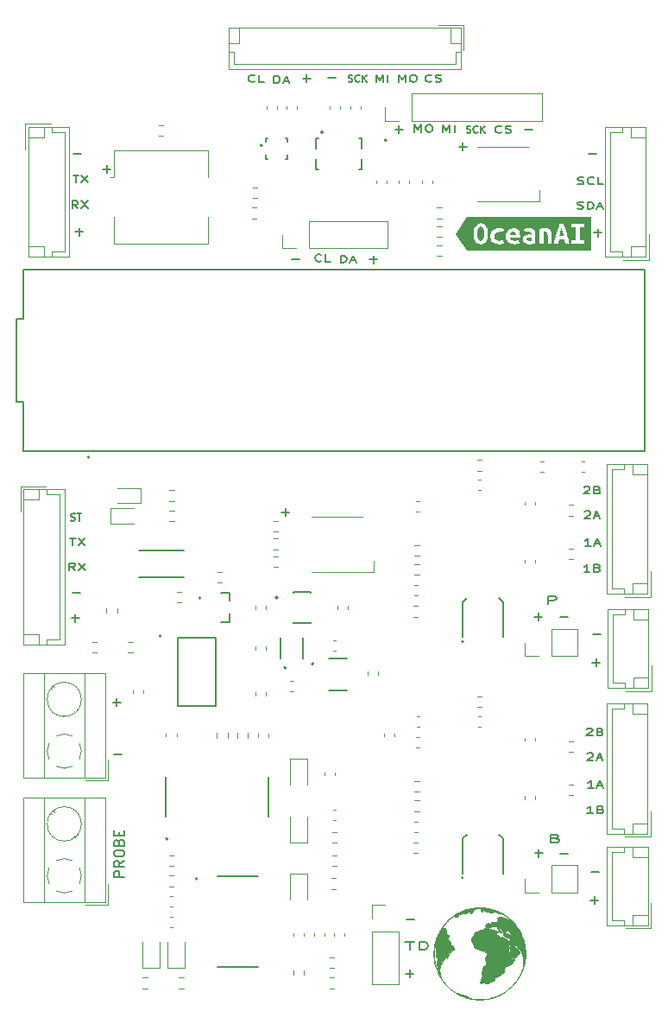
<source format=gbr>
%TF.GenerationSoftware,KiCad,Pcbnew,(6.0.5)*%
%TF.CreationDate,2022-06-08T15:49:38-06:00*%
%TF.ProjectId,main_board,6d61696e-5f62-46f6-9172-642e6b696361,rev?*%
%TF.SameCoordinates,Original*%
%TF.FileFunction,Legend,Top*%
%TF.FilePolarity,Positive*%
%FSLAX46Y46*%
G04 Gerber Fmt 4.6, Leading zero omitted, Abs format (unit mm)*
G04 Created by KiCad (PCBNEW (6.0.5)) date 2022-06-08 15:49:38*
%MOMM*%
%LPD*%
G01*
G04 APERTURE LIST*
%ADD10C,0.004000*%
%ADD11C,0.150000*%
%ADD12C,0.127000*%
%ADD13C,0.120000*%
%ADD14C,0.200000*%
%ADD15C,0.203200*%
G04 APERTURE END LIST*
D10*
G36*
X160072870Y-144185344D02*
G01*
X160075370Y-144105630D01*
X160079242Y-144031158D01*
X160084702Y-143958803D01*
X160091964Y-143885439D01*
X160101244Y-143807941D01*
X160112756Y-143723183D01*
X160132725Y-143596325D01*
X160156357Y-143470083D01*
X160183611Y-143344563D01*
X160214444Y-143219869D01*
X160248817Y-143096104D01*
X160286687Y-142973375D01*
X160328013Y-142851784D01*
X160372753Y-142731437D01*
X160420868Y-142612437D01*
X160472314Y-142494890D01*
X160527051Y-142378899D01*
X160585037Y-142264569D01*
X160646232Y-142152004D01*
X160710593Y-142041309D01*
X160778080Y-141932587D01*
X160848651Y-141825945D01*
X160946081Y-141688682D01*
X161048060Y-141555564D01*
X161154472Y-141426681D01*
X161265204Y-141302125D01*
X161380140Y-141181988D01*
X161499166Y-141066363D01*
X161622167Y-140955341D01*
X161749028Y-140849015D01*
X161879634Y-140747476D01*
X162013871Y-140650816D01*
X162151625Y-140559127D01*
X162292779Y-140472502D01*
X162437221Y-140391032D01*
X162584834Y-140314809D01*
X162735504Y-140243925D01*
X162889117Y-140178473D01*
X163064263Y-140111752D01*
X163239227Y-140053225D01*
X163415348Y-140002619D01*
X163504262Y-139980202D01*
X163593967Y-139959662D01*
X163776422Y-139924079D01*
X163964053Y-139895600D01*
X164158199Y-139873949D01*
X164360200Y-139858856D01*
X164400049Y-139857066D01*
X164452374Y-139855912D01*
X164578481Y-139855416D01*
X164706573Y-139857169D01*
X164761379Y-139858827D01*
X164804700Y-139860973D01*
X164961843Y-139871505D01*
X165095852Y-139882657D01*
X165213358Y-139895513D01*
X165267994Y-139902918D01*
X165320991Y-139911155D01*
X165373177Y-139920359D01*
X165425382Y-139930667D01*
X165533164Y-139955131D01*
X165650967Y-139985631D01*
X165785422Y-140023250D01*
X165922503Y-140064684D01*
X166057264Y-140109878D01*
X166189715Y-140158841D01*
X166319869Y-140211579D01*
X166447737Y-140268099D01*
X166573331Y-140328410D01*
X166696661Y-140392518D01*
X166817738Y-140460430D01*
X166936575Y-140532154D01*
X167053183Y-140607697D01*
X167167573Y-140687066D01*
X167279756Y-140770268D01*
X167389744Y-140857311D01*
X167497548Y-140948202D01*
X167603180Y-141042948D01*
X167706650Y-141141556D01*
X167833160Y-141270429D01*
X167953887Y-141403497D01*
X168068768Y-141540640D01*
X168177741Y-141681736D01*
X168280744Y-141826664D01*
X168377716Y-141975303D01*
X168468594Y-142127533D01*
X168553317Y-142283233D01*
X168631821Y-142442281D01*
X168704046Y-142604557D01*
X168769930Y-142769939D01*
X168829409Y-142938308D01*
X168882423Y-143109541D01*
X168928909Y-143283519D01*
X168968806Y-143460119D01*
X169002050Y-143639222D01*
X169018582Y-143743159D01*
X169032312Y-143841011D01*
X169043412Y-143934894D01*
X169052056Y-144026925D01*
X169058419Y-144119221D01*
X169062673Y-144213897D01*
X169064992Y-144313072D01*
X169065550Y-144418861D01*
X169064016Y-144563136D01*
X169059101Y-144695704D01*
X169050332Y-144820201D01*
X169037239Y-144940267D01*
X169019351Y-145059539D01*
X168996196Y-145181655D01*
X168967302Y-145310253D01*
X168932200Y-145448972D01*
X168894100Y-145588799D01*
X168856397Y-145716951D01*
X168818098Y-145836173D01*
X168778212Y-145949211D01*
X168735747Y-146058809D01*
X168689709Y-146167713D01*
X168639108Y-146278667D01*
X168582950Y-146394416D01*
X168472380Y-146602147D01*
X168351783Y-146802864D01*
X168221513Y-146996268D01*
X168081928Y-147182059D01*
X167933385Y-147359937D01*
X167776240Y-147529603D01*
X167610849Y-147690756D01*
X167437569Y-147843098D01*
X167256757Y-147986328D01*
X167068769Y-148120147D01*
X166873961Y-148244255D01*
X166672692Y-148358352D01*
X166465316Y-148462139D01*
X166252190Y-148555315D01*
X166033672Y-148637582D01*
X165810117Y-148708639D01*
X165708372Y-148736790D01*
X165605627Y-148762536D01*
X165501609Y-148785917D01*
X165396044Y-148806975D01*
X165288660Y-148825751D01*
X165179185Y-148842286D01*
X165067344Y-148856622D01*
X164952867Y-148868799D01*
X164882118Y-148873755D01*
X164792618Y-148877487D01*
X164690681Y-148879962D01*
X164582627Y-148881147D01*
X164474770Y-148881009D01*
X164373429Y-148879515D01*
X164284921Y-148876632D01*
X164215561Y-148872327D01*
X164073757Y-148857989D01*
X163933809Y-148839840D01*
X163795691Y-148817873D01*
X163659374Y-148792082D01*
X163524831Y-148762457D01*
X163392033Y-148728994D01*
X163260954Y-148691683D01*
X163131564Y-148650519D01*
X163003835Y-148605493D01*
X162877741Y-148556598D01*
X162753253Y-148503828D01*
X162630344Y-148447175D01*
X162508984Y-148386632D01*
X162389147Y-148322192D01*
X162270804Y-148253846D01*
X162153928Y-148181589D01*
X161950032Y-148043327D01*
X161754986Y-147895009D01*
X161569077Y-147737079D01*
X161392590Y-147569982D01*
X161225809Y-147394162D01*
X161069021Y-147210063D01*
X160922510Y-147018130D01*
X160786562Y-146818808D01*
X160661461Y-146612540D01*
X160547494Y-146399771D01*
X160444945Y-146180946D01*
X160354100Y-145956509D01*
X160275244Y-145726904D01*
X160208662Y-145492576D01*
X160154640Y-145253969D01*
X160113462Y-145011527D01*
X160101717Y-144927081D01*
X160092262Y-144850440D01*
X160084874Y-144778364D01*
X160079330Y-144707610D01*
X160075407Y-144634937D01*
X160072881Y-144557106D01*
X160071529Y-144470874D01*
X160071128Y-144373000D01*
X160071353Y-144317085D01*
X160099968Y-144317085D01*
X160100154Y-144446684D01*
X160103507Y-144573752D01*
X160110051Y-144695827D01*
X160119812Y-144810444D01*
X160131711Y-144915440D01*
X160145722Y-145019314D01*
X160161853Y-145122100D01*
X160180115Y-145223834D01*
X160200518Y-145324551D01*
X160223074Y-145424286D01*
X160247791Y-145523074D01*
X160274681Y-145620951D01*
X160303754Y-145717952D01*
X160335020Y-145814111D01*
X160368489Y-145909464D01*
X160404173Y-146004046D01*
X160442080Y-146097892D01*
X160482222Y-146191037D01*
X160524609Y-146283517D01*
X160569251Y-146375367D01*
X160589301Y-146414813D01*
X160611518Y-146457442D01*
X160634561Y-146500816D01*
X160657092Y-146542495D01*
X160677771Y-146580039D01*
X160695258Y-146611011D01*
X160708215Y-146632970D01*
X160712575Y-146639808D01*
X160715301Y-146643478D01*
X160715572Y-146643640D01*
X160715725Y-146643471D01*
X160715691Y-146642171D01*
X160714319Y-146635937D01*
X160711344Y-146625271D01*
X160706922Y-146610669D01*
X160694365Y-146571643D01*
X160677906Y-146522828D01*
X160666252Y-146489052D01*
X160655450Y-146459261D01*
X160645226Y-146432811D01*
X160635308Y-146409057D01*
X160630379Y-146397989D01*
X160625423Y-146387353D01*
X160620408Y-146377068D01*
X160615299Y-146367054D01*
X160604662Y-146347516D01*
X160593239Y-146328094D01*
X160550906Y-146258950D01*
X160528328Y-146123483D01*
X160511474Y-146024161D01*
X160502951Y-145976021D01*
X160593239Y-145976021D01*
X160612995Y-146042344D01*
X160617629Y-146056484D01*
X160622950Y-146071592D01*
X160628783Y-146087179D01*
X160634955Y-146102757D01*
X160641293Y-146117840D01*
X160647622Y-146131939D01*
X160653770Y-146144566D01*
X160656721Y-146150175D01*
X160659562Y-146155233D01*
X160668279Y-146171140D01*
X160675326Y-146186311D01*
X160681415Y-146204309D01*
X160687255Y-146228699D01*
X160693558Y-146263044D01*
X160701035Y-146310907D01*
X160722356Y-146461444D01*
X160759045Y-146721089D01*
X160833834Y-146834683D01*
X160898414Y-146930402D01*
X160965146Y-147024137D01*
X161034012Y-147115874D01*
X161104999Y-147205596D01*
X161178089Y-147293288D01*
X161253269Y-147378935D01*
X161330521Y-147462521D01*
X161409832Y-147544031D01*
X161491184Y-147623449D01*
X161574564Y-147700759D01*
X161659954Y-147775947D01*
X161747341Y-147848996D01*
X161836707Y-147919892D01*
X161928039Y-147988618D01*
X162021319Y-148055159D01*
X162116534Y-148119500D01*
X162236478Y-148198521D01*
X162419923Y-148255672D01*
X162745058Y-148357170D01*
X162877009Y-148398426D01*
X162990463Y-148433979D01*
X163086856Y-148464299D01*
X163167623Y-148489853D01*
X163202595Y-148500991D01*
X163234199Y-148511113D01*
X163262614Y-148520278D01*
X163288020Y-148528546D01*
X163310597Y-148535974D01*
X163330523Y-148542622D01*
X163347978Y-148548548D01*
X163363141Y-148553811D01*
X163376193Y-148558469D01*
X163387312Y-148562581D01*
X163396678Y-148566205D01*
X163404470Y-148569402D01*
X163410868Y-148572228D01*
X163413600Y-148573520D01*
X163416051Y-148574742D01*
X163418243Y-148575901D01*
X163420199Y-148577004D01*
X163421941Y-148578059D01*
X163423491Y-148579072D01*
X163424872Y-148580052D01*
X163426107Y-148581005D01*
X163427217Y-148581939D01*
X163428225Y-148582861D01*
X163430026Y-148584699D01*
X163431689Y-148586577D01*
X163443408Y-148599586D01*
X163462998Y-148620797D01*
X163514945Y-148676183D01*
X163581973Y-148746033D01*
X163696273Y-148768611D01*
X163804145Y-148788971D01*
X163909571Y-148806215D01*
X164013872Y-148820465D01*
X164118371Y-148831846D01*
X164224392Y-148840482D01*
X164333257Y-148846497D01*
X164446289Y-148850016D01*
X164564811Y-148851161D01*
X164678473Y-148850086D01*
X164787381Y-148846795D01*
X164892667Y-148841189D01*
X164995465Y-148833169D01*
X165096906Y-148822635D01*
X165198125Y-148809489D01*
X165300252Y-148793630D01*
X165404422Y-148774961D01*
X165597566Y-148733381D01*
X165788151Y-148683357D01*
X165975916Y-148625044D01*
X166160602Y-148558598D01*
X166341947Y-148484172D01*
X166519691Y-148401923D01*
X166693574Y-148312005D01*
X166863335Y-148214573D01*
X167028714Y-148109783D01*
X167189450Y-147997789D01*
X167345284Y-147878746D01*
X167495954Y-147752809D01*
X167641200Y-147620134D01*
X167780761Y-147480876D01*
X167914378Y-147335189D01*
X168041789Y-147183228D01*
X168100825Y-147107910D01*
X168158082Y-147031700D01*
X168213565Y-146954583D01*
X168267280Y-146876542D01*
X168319235Y-146797564D01*
X168369434Y-146717631D01*
X168417885Y-146636729D01*
X168464593Y-146554842D01*
X168509565Y-146471955D01*
X168552807Y-146388051D01*
X168594324Y-146303116D01*
X168634125Y-146217135D01*
X168672213Y-146130090D01*
X168708597Y-146041968D01*
X168743281Y-145952752D01*
X168776272Y-145862428D01*
X168793054Y-145813450D01*
X168811837Y-145755690D01*
X168831314Y-145693533D01*
X168850179Y-145631358D01*
X168867126Y-145573550D01*
X168880848Y-145524489D01*
X168890040Y-145488558D01*
X168892528Y-145476885D01*
X168893394Y-145470139D01*
X168893355Y-145469790D01*
X168893240Y-145469405D01*
X168892786Y-145468533D01*
X168892050Y-145467536D01*
X168891046Y-145466424D01*
X168889790Y-145465208D01*
X168888297Y-145463900D01*
X168886583Y-145462512D01*
X168884663Y-145461055D01*
X168882553Y-145459540D01*
X168880268Y-145457978D01*
X168875237Y-145454760D01*
X168869694Y-145451493D01*
X168863761Y-145448267D01*
X168857563Y-145445137D01*
X168851745Y-145442148D01*
X168841713Y-145436889D01*
X168831306Y-145431333D01*
X168831747Y-145409163D01*
X168834833Y-145349753D01*
X168846828Y-145155461D01*
X168853586Y-145037865D01*
X168859616Y-144920599D01*
X168864191Y-144817224D01*
X168866584Y-144741300D01*
X168868700Y-144600894D01*
X168819311Y-144582550D01*
X168770627Y-144563500D01*
X168748050Y-144454139D01*
X168743026Y-144430175D01*
X168737092Y-144403846D01*
X168730464Y-144376029D01*
X168723356Y-144347600D01*
X168715983Y-144319435D01*
X168708561Y-144292412D01*
X168701304Y-144267406D01*
X168694428Y-144245294D01*
X168663384Y-144145811D01*
X168551200Y-144037155D01*
X168499827Y-143988439D01*
X168443427Y-143936349D01*
X168388878Y-143887037D01*
X168343061Y-143846655D01*
X168247811Y-143764811D01*
X168231584Y-143705544D01*
X168224346Y-143680815D01*
X168213107Y-143645826D01*
X168184311Y-143561170D01*
X168156574Y-143483790D01*
X168146658Y-143457896D01*
X168143310Y-143449909D01*
X168141272Y-143445900D01*
X168141085Y-143445800D01*
X168140788Y-143445766D01*
X168139879Y-143445885D01*
X168138567Y-143446245D01*
X168136874Y-143446837D01*
X168132430Y-143448665D01*
X168126720Y-143451280D01*
X168119920Y-143454588D01*
X168112201Y-143458501D01*
X168103739Y-143462926D01*
X168094706Y-143467772D01*
X168080017Y-143475802D01*
X168074042Y-143479234D01*
X168068876Y-143482401D01*
X168064441Y-143485400D01*
X168062474Y-143486865D01*
X168060661Y-143488323D01*
X168058992Y-143489785D01*
X168057458Y-143491264D01*
X168056048Y-143492772D01*
X168054754Y-143494319D01*
X168053564Y-143495917D01*
X168052471Y-143497580D01*
X168051464Y-143499317D01*
X168050533Y-143501141D01*
X168049668Y-143503064D01*
X168048861Y-143505098D01*
X168047378Y-143509543D01*
X168046008Y-143514572D01*
X168044671Y-143520277D01*
X168041789Y-143534094D01*
X168040114Y-143543614D01*
X168038306Y-143554952D01*
X168034557Y-143581367D01*
X168031074Y-143609898D01*
X168029596Y-143623882D01*
X168028384Y-143637106D01*
X168027269Y-143654712D01*
X168026878Y-143662320D01*
X168026609Y-143669208D01*
X168026467Y-143675436D01*
X168026461Y-143681059D01*
X168026598Y-143686138D01*
X168026884Y-143690728D01*
X168027328Y-143694888D01*
X168027935Y-143698676D01*
X168028303Y-143700449D01*
X168028715Y-143702150D01*
X168029171Y-143703787D01*
X168029673Y-143705368D01*
X168030221Y-143706899D01*
X168030817Y-143708387D01*
X168032155Y-143711266D01*
X168033693Y-143714062D01*
X168035439Y-143716833D01*
X168036910Y-143719008D01*
X168038415Y-143721032D01*
X168039953Y-143722906D01*
X168041524Y-143724628D01*
X168043128Y-143726196D01*
X168044765Y-143727611D01*
X168046436Y-143728871D01*
X168048139Y-143729974D01*
X168049875Y-143730921D01*
X168050756Y-143731335D01*
X168051645Y-143731709D01*
X168052542Y-143732044D01*
X168053447Y-143732338D01*
X168054361Y-143732593D01*
X168055283Y-143732807D01*
X168056213Y-143732982D01*
X168057151Y-143733115D01*
X168058098Y-143733208D01*
X168059053Y-143733261D01*
X168060016Y-143733272D01*
X168060988Y-143733243D01*
X168061968Y-143733173D01*
X168062956Y-143733061D01*
X168065168Y-143732926D01*
X168067328Y-143733076D01*
X168069465Y-143733546D01*
X168071610Y-143734373D01*
X168073791Y-143735592D01*
X168076040Y-143737241D01*
X168078386Y-143739354D01*
X168080859Y-143741969D01*
X168083489Y-143745121D01*
X168086307Y-143748846D01*
X168089341Y-143753182D01*
X168092622Y-143758163D01*
X168096181Y-143763827D01*
X168100046Y-143770209D01*
X168108817Y-143785272D01*
X168117518Y-143801129D01*
X168121291Y-143808379D01*
X168124714Y-143815291D01*
X168127815Y-143821951D01*
X168130620Y-143828445D01*
X168133157Y-143834858D01*
X168135452Y-143841276D01*
X168137531Y-143847785D01*
X168139423Y-143854470D01*
X168141154Y-143861418D01*
X168142750Y-143868715D01*
X168144238Y-143876446D01*
X168145646Y-143884696D01*
X168148328Y-143903100D01*
X168150205Y-143916053D01*
X168152098Y-143928279D01*
X168153958Y-143939513D01*
X168155736Y-143949490D01*
X168157382Y-143957946D01*
X168158845Y-143964616D01*
X168159493Y-143967198D01*
X168160077Y-143969235D01*
X168160591Y-143970693D01*
X168161028Y-143971539D01*
X168161342Y-143971700D01*
X168161752Y-143971789D01*
X168162850Y-143971754D01*
X168164299Y-143971446D01*
X168166077Y-143970877D01*
X168168161Y-143970061D01*
X168170528Y-143969009D01*
X168176021Y-143966247D01*
X168182374Y-143962692D01*
X168189404Y-143958442D01*
X168196931Y-143953597D01*
X168204772Y-143948255D01*
X168215146Y-143940850D01*
X168224427Y-143934558D01*
X168232797Y-143929447D01*
X168236697Y-143927357D01*
X168240436Y-143925589D01*
X168244038Y-143924152D01*
X168247525Y-143923054D01*
X168250920Y-143922305D01*
X168254245Y-143921913D01*
X168257524Y-143921886D01*
X168260777Y-143922235D01*
X168264030Y-143922966D01*
X168267302Y-143924090D01*
X168270619Y-143925615D01*
X168274001Y-143927550D01*
X168277472Y-143929903D01*
X168281054Y-143932684D01*
X168284770Y-143935900D01*
X168288642Y-143939562D01*
X168296947Y-143948255D01*
X168306148Y-143958834D01*
X168316428Y-143971368D01*
X168340945Y-144002583D01*
X168375864Y-144048097D01*
X168405591Y-144087426D01*
X168430291Y-144120802D01*
X168440807Y-144135330D01*
X168450129Y-144148457D01*
X168458277Y-144160211D01*
X168465271Y-144170621D01*
X168471133Y-144179717D01*
X168475882Y-144187527D01*
X168479540Y-144194080D01*
X168482127Y-144199406D01*
X168483664Y-144203532D01*
X168484046Y-144205155D01*
X168484172Y-144206489D01*
X168482783Y-144215507D01*
X168479939Y-144231536D01*
X168476036Y-144252328D01*
X168471473Y-144275633D01*
X168459477Y-144333489D01*
X168258395Y-144555739D01*
X168057311Y-144777989D01*
X167994516Y-144778695D01*
X167973686Y-144778751D01*
X167965092Y-144778885D01*
X167957519Y-144779147D01*
X167950823Y-144779577D01*
X167944858Y-144780220D01*
X167942105Y-144780634D01*
X167939480Y-144781117D01*
X167936966Y-144781674D01*
X167934545Y-144782310D01*
X167932198Y-144783032D01*
X167929907Y-144783843D01*
X167927654Y-144784750D01*
X167925422Y-144785757D01*
X167923192Y-144786870D01*
X167920945Y-144788094D01*
X167918665Y-144789435D01*
X167916332Y-144790898D01*
X167911438Y-144794210D01*
X167906118Y-144798074D01*
X167893622Y-144807622D01*
X167885846Y-144813258D01*
X167878508Y-144818448D01*
X167871782Y-144823075D01*
X167865841Y-144827025D01*
X167863220Y-144828709D01*
X167860860Y-144830181D01*
X167858783Y-144831425D01*
X167857011Y-144832427D01*
X167855565Y-144833173D01*
X167854468Y-144833648D01*
X167854057Y-144833779D01*
X167853741Y-144833837D01*
X167853522Y-144833821D01*
X167853405Y-144833727D01*
X167851181Y-144831228D01*
X167845799Y-144824577D01*
X167826947Y-144800743D01*
X167766623Y-144724367D01*
X167681250Y-144616417D01*
X167644561Y-144509172D01*
X167629576Y-144462101D01*
X167617287Y-144417163D01*
X167612086Y-144394983D01*
X167607478Y-144372722D01*
X167603437Y-144350175D01*
X167599935Y-144327139D01*
X167596945Y-144303408D01*
X167594442Y-144278778D01*
X167590784Y-144226002D01*
X167588747Y-144167173D01*
X167588116Y-144100655D01*
X167588116Y-143975772D01*
X167554250Y-143903100D01*
X167520383Y-143829722D01*
X167538022Y-143669561D01*
X167541520Y-143637261D01*
X167544571Y-143606954D01*
X167547126Y-143579309D01*
X167549135Y-143554996D01*
X167550549Y-143534686D01*
X167551318Y-143519046D01*
X167551445Y-143513188D01*
X167551392Y-143508748D01*
X167551153Y-143505811D01*
X167550962Y-143504932D01*
X167550723Y-143504461D01*
X167550050Y-143503999D01*
X167548846Y-143503415D01*
X167544968Y-143501914D01*
X167539337Y-143500033D01*
X167532202Y-143497847D01*
X167523809Y-143495428D01*
X167514408Y-143492853D01*
X167504247Y-143490194D01*
X167493572Y-143487528D01*
X167440655Y-143475533D01*
X167437128Y-143504461D01*
X167434919Y-143531535D01*
X167433082Y-143571963D01*
X167430690Y-143676705D01*
X167430282Y-143786342D01*
X167430926Y-143832888D01*
X167432189Y-143868528D01*
X167433252Y-143886587D01*
X167433810Y-143903728D01*
X167433888Y-143919960D01*
X167433512Y-143935291D01*
X167432706Y-143949729D01*
X167431494Y-143963282D01*
X167429903Y-143975958D01*
X167427956Y-143987766D01*
X167425411Y-144001482D01*
X167423601Y-144015206D01*
X167422536Y-144029873D01*
X167422224Y-144046416D01*
X167422671Y-144065770D01*
X167423888Y-144088870D01*
X167425882Y-144116650D01*
X167428661Y-144150044D01*
X167432102Y-144186706D01*
X167435287Y-144216455D01*
X167436910Y-144229326D01*
X167438621Y-144241177D01*
X167440470Y-144252242D01*
X167442508Y-144262757D01*
X167444786Y-144272958D01*
X167447354Y-144283080D01*
X167450264Y-144293360D01*
X167453565Y-144304032D01*
X167461545Y-144327497D01*
X167471700Y-144355361D01*
X167480599Y-144379201D01*
X167489082Y-144401319D01*
X167497215Y-144421828D01*
X167505059Y-144440844D01*
X167512681Y-144458478D01*
X167520143Y-144474845D01*
X167527511Y-144490059D01*
X167534847Y-144504233D01*
X167542217Y-144517481D01*
X167549683Y-144529917D01*
X167557311Y-144541654D01*
X167565164Y-144552806D01*
X167573307Y-144563487D01*
X167581803Y-144573810D01*
X167590716Y-144583890D01*
X167600112Y-144593839D01*
X167608267Y-144602529D01*
X167615551Y-144610645D01*
X167621983Y-144618240D01*
X167627584Y-144625368D01*
X167630079Y-144628774D01*
X167632375Y-144632083D01*
X167634473Y-144635302D01*
X167636376Y-144638438D01*
X167638087Y-144641497D01*
X167639608Y-144644486D01*
X167640942Y-144647413D01*
X167642092Y-144650283D01*
X167643060Y-144653104D01*
X167643848Y-144655881D01*
X167644460Y-144658623D01*
X167644897Y-144661335D01*
X167645164Y-144664024D01*
X167645261Y-144666698D01*
X167645191Y-144669362D01*
X167644958Y-144672023D01*
X167644564Y-144674689D01*
X167644011Y-144677365D01*
X167643301Y-144680059D01*
X167642439Y-144682777D01*
X167641425Y-144685527D01*
X167640264Y-144688314D01*
X167638956Y-144691145D01*
X167637505Y-144694028D01*
X167636645Y-144695929D01*
X167635917Y-144698460D01*
X167635318Y-144701618D01*
X167634849Y-144705405D01*
X167634294Y-144714864D01*
X167634243Y-144726836D01*
X167634688Y-144741322D01*
X167635621Y-144758321D01*
X167637033Y-144777834D01*
X167638917Y-144799861D01*
X167639959Y-144811313D01*
X167640970Y-144821863D01*
X167641952Y-144831515D01*
X167642908Y-144840276D01*
X167643838Y-144848153D01*
X167644746Y-144855151D01*
X167645633Y-144861276D01*
X167646501Y-144866536D01*
X167647353Y-144870936D01*
X167648191Y-144874482D01*
X167648605Y-144875937D01*
X167649016Y-144877180D01*
X167649425Y-144878214D01*
X167649831Y-144879038D01*
X167650235Y-144879653D01*
X167650638Y-144880060D01*
X167651038Y-144880260D01*
X167651238Y-144880282D01*
X167651438Y-144880253D01*
X167651836Y-144880041D01*
X167652234Y-144879623D01*
X167652631Y-144879002D01*
X167653028Y-144878178D01*
X167655103Y-144872132D01*
X167656125Y-144869854D01*
X167657327Y-144868179D01*
X167658040Y-144867592D01*
X167658852Y-144867185D01*
X167659779Y-144866969D01*
X167660841Y-144866953D01*
X167662055Y-144867148D01*
X167663439Y-144867563D01*
X167666786Y-144869094D01*
X167671027Y-144871624D01*
X167676303Y-144875235D01*
X167682757Y-144880006D01*
X167690533Y-144886016D01*
X167710616Y-144902071D01*
X167737695Y-144924039D01*
X167803311Y-144976955D01*
X167829417Y-144948733D01*
X167856228Y-144920511D01*
X167909144Y-144938856D01*
X167914506Y-144940846D01*
X167919723Y-144942841D01*
X167924770Y-144944827D01*
X167929616Y-144946793D01*
X167934236Y-144948726D01*
X167938600Y-144950613D01*
X167942681Y-144952442D01*
X167946450Y-144954201D01*
X167949881Y-144955878D01*
X167952945Y-144957459D01*
X167955614Y-144958933D01*
X167957861Y-144960287D01*
X167959656Y-144961508D01*
X167960377Y-144962066D01*
X167960974Y-144962585D01*
X167961444Y-144963066D01*
X167961785Y-144963505D01*
X167961991Y-144963902D01*
X167962061Y-144964255D01*
X167960453Y-144969150D01*
X167955413Y-144979469D01*
X167933751Y-145018760D01*
X167894493Y-145086890D01*
X167835061Y-145188622D01*
X167782850Y-145277522D01*
X167623395Y-145393938D01*
X167577201Y-145427604D01*
X167538673Y-145455168D01*
X167506279Y-145477605D01*
X167491905Y-145487206D01*
X167478491Y-145495892D01*
X167465846Y-145503783D01*
X167453779Y-145511003D01*
X167442098Y-145517673D01*
X167430613Y-145523915D01*
X167419131Y-145529852D01*
X167407463Y-145535604D01*
X167382800Y-145547044D01*
X167363805Y-145555073D01*
X167346067Y-145562192D01*
X167329718Y-145568352D01*
X167314890Y-145573503D01*
X167308088Y-145575684D01*
X167301716Y-145577595D01*
X167295791Y-145579229D01*
X167290328Y-145580580D01*
X167285345Y-145581642D01*
X167280858Y-145582408D01*
X167276884Y-145582872D01*
X167273439Y-145583028D01*
X167266841Y-145583123D01*
X167258887Y-145583392D01*
X167240102Y-145584351D01*
X167219464Y-145585706D01*
X167199356Y-145587261D01*
X167152084Y-145592200D01*
X167076589Y-145704383D01*
X167051608Y-145741386D01*
X167041416Y-145756690D01*
X167032580Y-145770220D01*
X167024967Y-145782246D01*
X167018447Y-145793035D01*
X167012885Y-145802857D01*
X167008150Y-145811980D01*
X167004110Y-145820673D01*
X167000632Y-145829206D01*
X166997583Y-145837845D01*
X166994833Y-145846861D01*
X166992248Y-145856522D01*
X166989695Y-145867096D01*
X166984161Y-145892061D01*
X166976885Y-145927239D01*
X166969345Y-145967114D01*
X166962333Y-146006857D01*
X166956644Y-146041639D01*
X166949780Y-146088648D01*
X166946736Y-146107599D01*
X166943404Y-146124288D01*
X166939373Y-146139294D01*
X166934233Y-146153198D01*
X166927574Y-146166578D01*
X166918986Y-146180016D01*
X166908057Y-146194090D01*
X166894378Y-146209380D01*
X166877539Y-146226467D01*
X166857128Y-146245930D01*
X166803954Y-146294303D01*
X166731573Y-146359139D01*
X166534722Y-146535528D01*
X166424656Y-146535528D01*
X166359745Y-146589150D01*
X166336290Y-146608568D01*
X166326240Y-146616523D01*
X166316970Y-146623446D01*
X166308230Y-146629439D01*
X166299767Y-146634604D01*
X166291328Y-146639044D01*
X166282663Y-146642860D01*
X166273517Y-146646156D01*
X166263640Y-146649032D01*
X166252779Y-146651593D01*
X166240682Y-146653940D01*
X166227097Y-146656174D01*
X166211771Y-146658400D01*
X166174889Y-146663233D01*
X166105744Y-146671700D01*
X166064823Y-146718972D01*
X166024606Y-146765539D01*
X166015434Y-146879132D01*
X166013294Y-146902000D01*
X166011145Y-146923693D01*
X166009046Y-146943699D01*
X166007055Y-146961506D01*
X166005229Y-146976602D01*
X166003627Y-146988472D01*
X166002305Y-146996605D01*
X166001768Y-146999110D01*
X166001322Y-147000489D01*
X166000404Y-147001314D01*
X165998733Y-147002199D01*
X165996354Y-147003135D01*
X165993308Y-147004116D01*
X165985385Y-147006181D01*
X165975305Y-147008338D01*
X165963406Y-147010528D01*
X165950026Y-147012692D01*
X165935506Y-147014775D01*
X165920184Y-147016716D01*
X165844689Y-147024477D01*
X165691584Y-147115494D01*
X165624931Y-147154564D01*
X165556293Y-147193634D01*
X165493741Y-147228207D01*
X165467269Y-147242401D01*
X165445345Y-147253783D01*
X165352917Y-147300350D01*
X165205456Y-147253077D01*
X165058700Y-147205805D01*
X164883722Y-147205805D01*
X164813872Y-147237555D01*
X164743317Y-147269305D01*
X164619139Y-147232617D01*
X164635367Y-147185344D01*
X164639170Y-147172939D01*
X164642643Y-147159525D01*
X164645785Y-147145086D01*
X164648596Y-147129605D01*
X164651076Y-147113066D01*
X164653226Y-147095452D01*
X164655045Y-147076747D01*
X164656533Y-147056933D01*
X164661473Y-146976500D01*
X164723561Y-146894656D01*
X164785650Y-146813517D01*
X164805406Y-146680872D01*
X164825162Y-146548933D01*
X164794117Y-146395827D01*
X164763073Y-146242722D01*
X164863261Y-145942156D01*
X164964156Y-145641589D01*
X165048117Y-145585850D01*
X165078678Y-145565400D01*
X165091145Y-145556754D01*
X165101971Y-145548852D01*
X165111329Y-145541463D01*
X165119393Y-145534355D01*
X165122995Y-145530834D01*
X165126340Y-145527297D01*
X165129448Y-145523714D01*
X165132343Y-145520057D01*
X165135045Y-145516296D01*
X165137577Y-145512403D01*
X165139960Y-145508349D01*
X165142216Y-145504105D01*
X165146436Y-145494930D01*
X165150412Y-145484647D01*
X165154316Y-145473024D01*
X165158326Y-145459831D01*
X165167356Y-145427806D01*
X165171979Y-145411087D01*
X165175238Y-145395923D01*
X165176343Y-145387963D01*
X165177092Y-145379238D01*
X165177498Y-145357955D01*
X165176416Y-145329000D01*
X165173805Y-145289296D01*
X165163828Y-145165339D01*
X165160052Y-145119749D01*
X165155714Y-145072745D01*
X165146013Y-144979689D01*
X165136047Y-144896555D01*
X165131378Y-144861954D01*
X165127139Y-144833727D01*
X165106678Y-144715900D01*
X165158889Y-144670744D01*
X165170132Y-144660434D01*
X165182426Y-144648321D01*
X165195364Y-144634852D01*
X165208542Y-144620474D01*
X165221555Y-144605632D01*
X165233998Y-144590774D01*
X165245464Y-144576346D01*
X165255550Y-144562794D01*
X165300000Y-144500000D01*
X165282361Y-144374411D01*
X165264017Y-144248117D01*
X165235795Y-144253055D01*
X165177939Y-144261522D01*
X165149011Y-144265050D01*
X165083395Y-144190261D01*
X165018483Y-144114766D01*
X164981795Y-144119000D01*
X164945106Y-144123939D01*
X164921117Y-144084428D01*
X164918598Y-144080379D01*
X164916077Y-144076450D01*
X164913572Y-144072659D01*
X164911096Y-144069027D01*
X164908666Y-144065572D01*
X164906296Y-144062314D01*
X164904003Y-144059274D01*
X164901802Y-144056470D01*
X164899709Y-144053923D01*
X164897739Y-144051651D01*
X164895907Y-144049675D01*
X164894229Y-144048015D01*
X164892720Y-144046689D01*
X164892034Y-144046158D01*
X164891397Y-144045717D01*
X164890809Y-144045371D01*
X164890274Y-144045120D01*
X164889792Y-144044968D01*
X164889367Y-144044917D01*
X164741200Y-144034333D01*
X164635984Y-144026925D01*
X164599615Y-144024610D01*
X164587776Y-144023973D01*
X164581039Y-144023750D01*
X164578391Y-144023476D01*
X164575198Y-144022646D01*
X164571444Y-144021253D01*
X164567115Y-144019285D01*
X164562195Y-144016735D01*
X164556668Y-144013593D01*
X164543733Y-144005494D01*
X164528184Y-143994915D01*
X164509899Y-143981781D01*
X164488753Y-143966017D01*
X164464622Y-143947550D01*
X164367256Y-143870644D01*
X164291761Y-143865705D01*
X164268237Y-143864173D01*
X164258280Y-143863399D01*
X164249351Y-143862575D01*
X164241319Y-143861668D01*
X164234053Y-143860645D01*
X164227422Y-143859474D01*
X164221294Y-143858121D01*
X164215538Y-143856553D01*
X164210023Y-143854736D01*
X164204618Y-143852639D01*
X164199190Y-143850227D01*
X164193610Y-143847469D01*
X164187746Y-143844329D01*
X164181466Y-143840777D01*
X164174639Y-143836778D01*
X164134422Y-143812083D01*
X164030706Y-143623700D01*
X163985746Y-143540954D01*
X163946723Y-143468015D01*
X163912958Y-143403509D01*
X163883774Y-143346064D01*
X163858493Y-143294308D01*
X163836436Y-143246867D01*
X163816925Y-143202370D01*
X163799284Y-143159445D01*
X163788044Y-143131069D01*
X163783452Y-143119117D01*
X163779484Y-143108391D01*
X163776095Y-143098695D01*
X163773239Y-143089830D01*
X163770871Y-143081600D01*
X163768945Y-143073808D01*
X163767416Y-143066255D01*
X163766238Y-143058744D01*
X163765367Y-143051079D01*
X163764756Y-143043061D01*
X163764359Y-143034493D01*
X163764133Y-143025178D01*
X163764006Y-143003517D01*
X163764232Y-142988592D01*
X163764888Y-142973156D01*
X163765941Y-142957554D01*
X163767357Y-142942133D01*
X163769105Y-142927242D01*
X163771150Y-142913228D01*
X163773459Y-142900437D01*
X163776000Y-142889217D01*
X163780024Y-142873711D01*
X163782090Y-142866936D01*
X163784379Y-142860554D01*
X163787031Y-142854370D01*
X163790189Y-142848190D01*
X163793991Y-142841820D01*
X163798578Y-142835065D01*
X163804092Y-142827732D01*
X163810672Y-142819626D01*
X163818459Y-142810552D01*
X163827594Y-142800317D01*
X163850470Y-142775584D01*
X163880423Y-142743872D01*
X163973556Y-142645094D01*
X163999661Y-142532206D01*
X164019682Y-142446304D01*
X164026748Y-142415921D01*
X164030706Y-142399561D01*
X164031738Y-142397016D01*
X164033505Y-142393888D01*
X164035997Y-142390187D01*
X164039205Y-142385924D01*
X164047734Y-142375761D01*
X164059016Y-142363490D01*
X164072977Y-142349201D01*
X164089543Y-142332985D01*
X164108638Y-142314935D01*
X164130189Y-142295139D01*
X164225439Y-142209767D01*
X164313634Y-142214000D01*
X164402533Y-142218233D01*
X164430756Y-142179428D01*
X164439914Y-142167371D01*
X164443967Y-142162327D01*
X164447799Y-142157853D01*
X164451507Y-142153888D01*
X164455188Y-142150369D01*
X164458940Y-142147232D01*
X164462858Y-142144415D01*
X164467042Y-142141853D01*
X164471587Y-142139485D01*
X164476591Y-142137248D01*
X164482151Y-142135077D01*
X164488364Y-142132911D01*
X164495328Y-142130685D01*
X164511895Y-142125806D01*
X164523496Y-142122099D01*
X164536314Y-142117449D01*
X164549908Y-142112039D01*
X164563841Y-142106050D01*
X164577675Y-142099664D01*
X164590972Y-142093063D01*
X164603293Y-142086430D01*
X164608951Y-142083157D01*
X164614200Y-142079945D01*
X164629820Y-142070420D01*
X164636880Y-142066376D01*
X164643646Y-142062747D01*
X164650277Y-142059481D01*
X164656926Y-142056529D01*
X164663752Y-142053842D01*
X164670909Y-142051369D01*
X164678554Y-142049063D01*
X164686844Y-142046871D01*
X164695933Y-142044747D01*
X164705978Y-142042638D01*
X164729560Y-142038272D01*
X164758839Y-142033378D01*
X164854089Y-142017150D01*
X164956395Y-141945183D01*
X165058700Y-141873217D01*
X165249200Y-141856283D01*
X165326811Y-141885917D01*
X165344488Y-141892300D01*
X165362323Y-141898217D01*
X165380312Y-141903668D01*
X165398447Y-141908649D01*
X165416723Y-141913159D01*
X165435133Y-141917196D01*
X165453672Y-141920757D01*
X165472332Y-141923840D01*
X165491108Y-141926445D01*
X165509994Y-141928567D01*
X165528983Y-141930206D01*
X165548069Y-141931359D01*
X165567246Y-141932024D01*
X165586508Y-141932200D01*
X165605848Y-141931883D01*
X165625261Y-141931072D01*
X165693700Y-141926839D01*
X165747323Y-141971995D01*
X165799710Y-142015298D01*
X165827293Y-142038173D01*
X165851039Y-142058072D01*
X165901839Y-142098995D01*
X166064117Y-142059483D01*
X166148078Y-142116634D01*
X166173550Y-142134114D01*
X166184349Y-142141375D01*
X166194027Y-142147733D01*
X166202714Y-142153252D01*
X166210536Y-142157995D01*
X166217623Y-142162025D01*
X166224101Y-142165405D01*
X166230101Y-142168198D01*
X166235749Y-142170466D01*
X166241173Y-142172274D01*
X166246503Y-142173684D01*
X166251866Y-142174759D01*
X166257389Y-142175562D01*
X166263203Y-142176157D01*
X166269433Y-142176606D01*
X166307533Y-142178722D01*
X166340694Y-142227405D01*
X166347619Y-142237321D01*
X166354023Y-142246797D01*
X166359782Y-142255596D01*
X166364772Y-142263477D01*
X166368868Y-142270201D01*
X166371948Y-142275527D01*
X166373068Y-142277591D01*
X166373887Y-142279216D01*
X166374390Y-142280371D01*
X166374561Y-142281028D01*
X166374268Y-142281638D01*
X166373408Y-142282400D01*
X166372008Y-142283304D01*
X166370096Y-142284335D01*
X166364850Y-142286733D01*
X166357892Y-142289494D01*
X166349446Y-142292521D01*
X166339735Y-142295712D01*
X166328983Y-142298970D01*
X166317411Y-142302195D01*
X166299008Y-142307536D01*
X166291278Y-142309977D01*
X166284349Y-142312381D01*
X166278086Y-142314835D01*
X166272354Y-142317425D01*
X166267016Y-142320238D01*
X166261937Y-142323361D01*
X166256982Y-142326881D01*
X166252017Y-142330885D01*
X166246904Y-142335460D01*
X166241509Y-142340691D01*
X166235697Y-142346667D01*
X166229331Y-142353474D01*
X166214400Y-142369928D01*
X166205106Y-142380308D01*
X166196408Y-142390135D01*
X166188504Y-142399185D01*
X166181592Y-142407234D01*
X166175870Y-142414059D01*
X166171538Y-142419438D01*
X166169954Y-142421515D01*
X166168793Y-142423146D01*
X166168078Y-142424304D01*
X166167895Y-142424697D01*
X166167834Y-142424961D01*
X166171667Y-142428558D01*
X166183157Y-142437859D01*
X166225865Y-142470998D01*
X166289475Y-142519219D01*
X166367505Y-142577361D01*
X166408046Y-142607511D01*
X166446032Y-142636132D01*
X166480627Y-142662553D01*
X166510998Y-142686105D01*
X166536308Y-142706118D01*
X166555723Y-142721923D01*
X166568408Y-142732849D01*
X166571966Y-142736274D01*
X166573528Y-142738228D01*
X166574048Y-142739564D01*
X166574550Y-142741174D01*
X166575032Y-142743037D01*
X166575490Y-142745129D01*
X166576331Y-142749911D01*
X166577056Y-142755338D01*
X166577648Y-142761227D01*
X166578092Y-142767398D01*
X166578370Y-142773668D01*
X166578467Y-142779856D01*
X166578641Y-142785477D01*
X166578939Y-142790465D01*
X166579417Y-142794864D01*
X166580131Y-142798718D01*
X166580595Y-142800455D01*
X166581139Y-142802072D01*
X166581771Y-142803575D01*
X166582497Y-142804970D01*
X166583326Y-142806262D01*
X166584263Y-142807457D01*
X166585316Y-142808560D01*
X166586492Y-142809577D01*
X166587799Y-142810513D01*
X166589243Y-142811375D01*
X166590831Y-142812166D01*
X166592571Y-142812894D01*
X166594469Y-142813563D01*
X166596534Y-142814180D01*
X166601188Y-142815277D01*
X166606590Y-142816229D01*
X166612798Y-142817081D01*
X166619867Y-142817877D01*
X166627856Y-142818661D01*
X166652550Y-142820778D01*
X166682184Y-142700834D01*
X166732983Y-142698717D01*
X166783783Y-142696600D01*
X166894556Y-142782678D01*
X166930204Y-142810715D01*
X166944895Y-142822126D01*
X166957758Y-142831956D01*
X166968988Y-142840323D01*
X166978780Y-142847343D01*
X166983198Y-142850386D01*
X166987330Y-142853136D01*
X166991200Y-142855609D01*
X166994833Y-142857819D01*
X166998253Y-142859781D01*
X167001484Y-142861510D01*
X167004551Y-142863020D01*
X167007479Y-142864326D01*
X167010291Y-142865443D01*
X167013013Y-142866386D01*
X167015668Y-142867169D01*
X167018281Y-142867807D01*
X167020877Y-142868315D01*
X167023480Y-142868707D01*
X167026113Y-142868999D01*
X167028803Y-142869205D01*
X167034447Y-142869416D01*
X167040606Y-142869461D01*
X167076589Y-142870167D01*
X167205705Y-143003517D01*
X167237986Y-143036755D01*
X167267232Y-143066223D01*
X167293650Y-143092119D01*
X167317448Y-143114642D01*
X167338831Y-143133989D01*
X167348681Y-143142535D01*
X167358006Y-143150361D01*
X167366830Y-143157492D01*
X167375181Y-143163954D01*
X167383082Y-143169770D01*
X167390561Y-143174967D01*
X167401996Y-143182448D01*
X167412852Y-143189442D01*
X167422882Y-143195790D01*
X167431836Y-143201337D01*
X167439468Y-143205924D01*
X167445529Y-143209396D01*
X167447893Y-143210664D01*
X167449770Y-143211594D01*
X167451132Y-143212166D01*
X167451609Y-143212312D01*
X167451945Y-143212361D01*
X167452777Y-143212003D01*
X167453936Y-143210953D01*
X167455404Y-143209245D01*
X167457160Y-143206915D01*
X167461458Y-143200529D01*
X167466673Y-143192076D01*
X167472650Y-143181838D01*
X167479230Y-143170094D01*
X167486256Y-143157127D01*
X167493572Y-143143217D01*
X167504715Y-143122047D01*
X167509389Y-143112822D01*
X167513526Y-143104301D01*
X167517177Y-143096334D01*
X167520386Y-143088770D01*
X167523203Y-143081459D01*
X167525675Y-143074249D01*
X167527849Y-143066989D01*
X167529773Y-143059528D01*
X167531495Y-143051717D01*
X167533061Y-143043403D01*
X167534520Y-143034435D01*
X167535919Y-143024664D01*
X167538728Y-143002106D01*
X167540212Y-142987541D01*
X167541473Y-142973696D01*
X167542486Y-142960893D01*
X167543226Y-142949453D01*
X167543668Y-142939701D01*
X167543788Y-142931958D01*
X167543719Y-142928940D01*
X167543560Y-142926546D01*
X167543309Y-142924816D01*
X167543147Y-142924212D01*
X167542961Y-142923789D01*
X167538625Y-142919305D01*
X167530140Y-142912886D01*
X167502436Y-142895170D01*
X167463288Y-142872493D01*
X167416138Y-142846707D01*
X167364423Y-142819664D01*
X167311583Y-142793217D01*
X167261059Y-142769217D01*
X167216289Y-142749516D01*
X167180833Y-142734394D01*
X167149338Y-142720346D01*
X167120605Y-142706729D01*
X167093434Y-142692896D01*
X167066627Y-142678203D01*
X167038985Y-142662006D01*
X167009309Y-142643659D01*
X166976400Y-142622517D01*
X166962070Y-142613131D01*
X166948706Y-142604282D01*
X166936299Y-142595963D01*
X166924839Y-142588165D01*
X166914319Y-142580879D01*
X166904727Y-142574098D01*
X166896055Y-142567813D01*
X166888294Y-142562015D01*
X166881434Y-142556697D01*
X166875466Y-142551851D01*
X166870380Y-142547467D01*
X166866168Y-142543538D01*
X166862820Y-142540056D01*
X166861467Y-142538480D01*
X166860326Y-142537012D01*
X166859397Y-142535652D01*
X166858679Y-142534398D01*
X166858169Y-142533250D01*
X166857867Y-142532206D01*
X166857277Y-142528027D01*
X166856588Y-142521534D01*
X166855044Y-142502925D01*
X166853501Y-142479024D01*
X166852222Y-142452478D01*
X166849400Y-142387567D01*
X166878328Y-142383334D01*
X166901777Y-142381151D01*
X166944738Y-142378042D01*
X167064595Y-142370634D01*
X167221933Y-142362167D01*
X167315067Y-142414378D01*
X167352905Y-142434649D01*
X167403195Y-142459996D01*
X167460794Y-142488023D01*
X167520560Y-142516331D01*
X167577349Y-142542522D01*
X167626018Y-142564198D01*
X167661426Y-142578963D01*
X167672549Y-142583003D01*
X167678428Y-142584417D01*
X167678786Y-142584384D01*
X167679195Y-142584287D01*
X167680165Y-142583906D01*
X167681324Y-142583287D01*
X167682661Y-142582443D01*
X167684164Y-142581389D01*
X167685820Y-142580138D01*
X167689540Y-142577097D01*
X167693724Y-142573427D01*
X167698271Y-142569236D01*
X167703083Y-142564632D01*
X167708061Y-142559722D01*
X167732050Y-142535028D01*
X167669961Y-142472233D01*
X167607873Y-142410144D01*
X167612811Y-142368517D01*
X167615016Y-142351506D01*
X167617221Y-142335620D01*
X167619161Y-142322777D01*
X167619949Y-142318096D01*
X167620572Y-142314894D01*
X167620826Y-142313003D01*
X167620492Y-142311008D01*
X167619509Y-142308873D01*
X167617816Y-142306560D01*
X167615355Y-142304032D01*
X167612064Y-142301252D01*
X167607885Y-142298182D01*
X167602757Y-142294786D01*
X167589415Y-142286865D01*
X167571558Y-142277191D01*
X167548708Y-142265467D01*
X167520383Y-142251395D01*
X167486814Y-142234614D01*
X167472894Y-142227491D01*
X167460587Y-142221001D01*
X167449669Y-142214986D01*
X167439917Y-142209289D01*
X167431107Y-142203750D01*
X167423017Y-142198213D01*
X167415422Y-142192519D01*
X167408101Y-142186510D01*
X167400829Y-142180027D01*
X167393383Y-142172912D01*
X167385541Y-142165009D01*
X167377079Y-142156157D01*
X167357400Y-142134978D01*
X167297428Y-142069361D01*
X167142911Y-142069361D01*
X167173250Y-142108872D01*
X167202884Y-142148384D01*
X167185245Y-142180134D01*
X167178759Y-142191896D01*
X167175785Y-142196852D01*
X167172787Y-142201344D01*
X167169616Y-142205489D01*
X167166120Y-142209403D01*
X167162149Y-142213201D01*
X167157552Y-142216999D01*
X167152177Y-142220912D01*
X167145874Y-142225058D01*
X167138492Y-142229550D01*
X167129880Y-142234505D01*
X167108364Y-142246268D01*
X167080116Y-142261272D01*
X167020145Y-142293022D01*
X166939006Y-142263389D01*
X166920745Y-142256502D01*
X166904508Y-142250028D01*
X166890168Y-142243818D01*
X166877600Y-142237724D01*
X166871941Y-142234674D01*
X166866678Y-142231598D01*
X166861794Y-142228475D01*
X166857274Y-142225289D01*
X166853103Y-142222020D01*
X166849264Y-142218650D01*
X166845742Y-142215159D01*
X166842521Y-142211531D01*
X166839585Y-142207745D01*
X166836919Y-142203783D01*
X166834506Y-142199627D01*
X166832332Y-142195259D01*
X166830379Y-142190658D01*
X166828633Y-142185808D01*
X166827078Y-142180689D01*
X166825698Y-142175283D01*
X166823399Y-142163533D01*
X166821611Y-142150412D01*
X166820207Y-142135769D01*
X166819061Y-142119455D01*
X166815533Y-142058778D01*
X166732278Y-142015739D01*
X166705104Y-142001836D01*
X166693910Y-141995965D01*
X166684091Y-141990637D01*
X166675483Y-141985717D01*
X166667922Y-141981074D01*
X166661244Y-141976574D01*
X166655284Y-141972083D01*
X166652522Y-141969799D01*
X166649878Y-141967467D01*
X166647332Y-141965072D01*
X166644862Y-141962595D01*
X166640071Y-141957332D01*
X166635341Y-141951544D01*
X166630508Y-141945100D01*
X166625407Y-141937865D01*
X166613744Y-141920489D01*
X166606140Y-141909343D01*
X166598288Y-141897338D01*
X166590403Y-141884869D01*
X166582700Y-141872335D01*
X166575394Y-141860131D01*
X166568699Y-141848655D01*
X166562832Y-141838303D01*
X166558006Y-141829472D01*
X166546553Y-141807406D01*
X166541801Y-141798555D01*
X166537556Y-141791053D01*
X166535590Y-141787782D01*
X166533712Y-141784820D01*
X166531907Y-141782154D01*
X166530163Y-141779776D01*
X166528465Y-141777676D01*
X166526801Y-141775843D01*
X166525158Y-141774267D01*
X166523522Y-141772940D01*
X166521879Y-141771850D01*
X166520217Y-141770987D01*
X166518523Y-141770343D01*
X166516782Y-141769907D01*
X166514981Y-141769668D01*
X166513108Y-141769617D01*
X166511149Y-141769745D01*
X166509091Y-141770040D01*
X166506920Y-141770494D01*
X166504623Y-141771096D01*
X166502186Y-141771836D01*
X166499597Y-141772704D01*
X166493909Y-141774786D01*
X166487450Y-141777261D01*
X166480959Y-141779633D01*
X166474816Y-141781946D01*
X166469169Y-141784144D01*
X166464167Y-141786169D01*
X166459958Y-141787962D01*
X166458198Y-141788753D01*
X166456692Y-141789465D01*
X166455459Y-141790090D01*
X166454518Y-141790621D01*
X166453886Y-141791051D01*
X166453692Y-141791226D01*
X166453583Y-141791372D01*
X166453571Y-141792163D01*
X166454050Y-141794226D01*
X166456394Y-141801901D01*
X166466019Y-141829561D01*
X166481067Y-141870053D01*
X166500150Y-141919078D01*
X166538162Y-142017415D01*
X166552439Y-142054710D01*
X166560828Y-142077122D01*
X166562813Y-142081968D01*
X166564830Y-142086485D01*
X166566930Y-142090724D01*
X166569163Y-142094739D01*
X166571577Y-142098580D01*
X166574223Y-142102299D01*
X166577150Y-142105948D01*
X166580407Y-142109578D01*
X166584045Y-142113241D01*
X166588113Y-142116989D01*
X166592661Y-142120873D01*
X166597737Y-142124946D01*
X166603393Y-142129258D01*
X166609677Y-142133862D01*
X166624328Y-142144150D01*
X166631385Y-142148967D01*
X166638023Y-142153646D01*
X166644268Y-142158216D01*
X166650147Y-142162704D01*
X166655687Y-142167138D01*
X166660915Y-142171547D01*
X166665858Y-142175957D01*
X166670542Y-142180398D01*
X166674995Y-142184896D01*
X166679243Y-142189481D01*
X166683313Y-142194179D01*
X166687233Y-142199018D01*
X166691028Y-142204027D01*
X166694726Y-142209233D01*
X166698354Y-142214665D01*
X166701939Y-142220350D01*
X166707047Y-142228684D01*
X166711718Y-142236622D01*
X166713855Y-142240380D01*
X166715842Y-142243964D01*
X166717666Y-142247350D01*
X166719314Y-142250513D01*
X166720771Y-142253427D01*
X166722024Y-142256069D01*
X166723061Y-142258413D01*
X166723867Y-142260435D01*
X166724429Y-142262109D01*
X166724733Y-142263411D01*
X166724785Y-142263915D01*
X166724767Y-142264316D01*
X166724679Y-142264613D01*
X166724517Y-142264800D01*
X166723681Y-142265148D01*
X166721996Y-142265400D01*
X166716260Y-142265627D01*
X166707662Y-142265507D01*
X166696559Y-142265065D01*
X166668260Y-142263312D01*
X166634206Y-142260567D01*
X166616349Y-142259051D01*
X166599038Y-142257700D01*
X166582686Y-142256548D01*
X166567707Y-142255628D01*
X166554514Y-142254972D01*
X166543520Y-142254614D01*
X166535138Y-142254586D01*
X166532057Y-142254707D01*
X166529783Y-142254922D01*
X166526793Y-142255135D01*
X166524153Y-142255199D01*
X166521830Y-142255051D01*
X166519795Y-142254625D01*
X166518876Y-142254287D01*
X166518017Y-142253855D01*
X166517214Y-142253321D01*
X166516463Y-142252678D01*
X166515761Y-142251915D01*
X166515104Y-142251026D01*
X166513908Y-142248837D01*
X166512845Y-142246044D01*
X166511883Y-142242582D01*
X166510991Y-142238386D01*
X166510138Y-142233392D01*
X166508427Y-142220746D01*
X166506500Y-142204122D01*
X166505568Y-142195903D01*
X166504596Y-142188378D01*
X166503545Y-142181446D01*
X166502377Y-142175007D01*
X166501052Y-142168961D01*
X166499530Y-142163207D01*
X166497773Y-142157645D01*
X166495740Y-142152176D01*
X166493394Y-142146698D01*
X166490694Y-142141111D01*
X166487601Y-142135316D01*
X166484077Y-142129212D01*
X166480081Y-142122699D01*
X166475574Y-142115676D01*
X166464872Y-142099700D01*
X166457150Y-142087159D01*
X166448468Y-142072128D01*
X166439125Y-142055163D01*
X166429418Y-142036817D01*
X166419645Y-142017645D01*
X166410104Y-141998199D01*
X166401091Y-141979035D01*
X166392906Y-141960705D01*
X166384983Y-141942580D01*
X166376226Y-141923521D01*
X166366923Y-141904114D01*
X166357363Y-141884947D01*
X166347837Y-141866606D01*
X166338633Y-141849680D01*
X166330041Y-141834754D01*
X166322350Y-141822417D01*
X166314779Y-141810714D01*
X166307684Y-141799434D01*
X166301079Y-141788605D01*
X166294977Y-141778253D01*
X166289392Y-141768406D01*
X166284337Y-141759090D01*
X166279826Y-141750333D01*
X166275872Y-141742160D01*
X166272488Y-141734599D01*
X166269689Y-141727677D01*
X166267486Y-141721420D01*
X166265895Y-141715856D01*
X166265332Y-141713342D01*
X166264928Y-141711011D01*
X166264682Y-141708867D01*
X166264598Y-141706912D01*
X166264677Y-141705151D01*
X166264920Y-141703587D01*
X166265329Y-141702222D01*
X166265906Y-141701061D01*
X166266582Y-141699706D01*
X166266687Y-141698555D01*
X166266112Y-141697612D01*
X166264748Y-141696883D01*
X166262487Y-141696373D01*
X166259221Y-141696088D01*
X166249237Y-141696211D01*
X166233928Y-141697292D01*
X166212427Y-141699374D01*
X166147372Y-141706706D01*
X166134703Y-141707958D01*
X166128995Y-141708292D01*
X166123538Y-141708392D01*
X166118204Y-141708233D01*
X166112869Y-141707785D01*
X166107405Y-141707020D01*
X166101688Y-141705912D01*
X166095589Y-141704431D01*
X166088985Y-141702551D01*
X166081748Y-141700242D01*
X166073752Y-141697478D01*
X166054980Y-141690471D01*
X166031661Y-141681306D01*
X166006622Y-141671307D01*
X165996293Y-141667291D01*
X165987189Y-141663887D01*
X165979136Y-141661062D01*
X165971956Y-141658783D01*
X165965476Y-141657016D01*
X165959518Y-141655729D01*
X165956681Y-141655255D01*
X165953908Y-141654888D01*
X165951178Y-141654625D01*
X165948469Y-141654461D01*
X165943026Y-141654414D01*
X165937403Y-141654715D01*
X165931425Y-141655329D01*
X165924916Y-141656225D01*
X165909600Y-141658727D01*
X165872168Y-141665152D01*
X165856690Y-141668020D01*
X165842980Y-141670832D01*
X165830746Y-141673719D01*
X165819696Y-141676810D01*
X165809536Y-141680237D01*
X165799974Y-141684128D01*
X165790719Y-141688614D01*
X165781477Y-141693826D01*
X165771956Y-141699894D01*
X165761863Y-141706948D01*
X165750907Y-141715118D01*
X165738794Y-141724535D01*
X165709928Y-141747628D01*
X165627378Y-141813245D01*
X165558234Y-141817478D01*
X165535773Y-141818955D01*
X165515904Y-141820198D01*
X165498456Y-141821189D01*
X165483257Y-141821910D01*
X165476448Y-141822162D01*
X165470138Y-141822341D01*
X165464305Y-141822442D01*
X165458928Y-141822464D01*
X165453985Y-141822404D01*
X165449456Y-141822260D01*
X165445319Y-141822030D01*
X165441552Y-141821711D01*
X165438135Y-141821302D01*
X165435046Y-141820799D01*
X165432263Y-141820200D01*
X165429766Y-141819504D01*
X165427533Y-141818707D01*
X165426508Y-141818270D01*
X165425542Y-141817808D01*
X165424631Y-141817319D01*
X165423773Y-141816803D01*
X165422965Y-141816261D01*
X165422205Y-141815692D01*
X165421489Y-141815095D01*
X165420815Y-141814471D01*
X165419582Y-141813138D01*
X165418486Y-141811691D01*
X165417504Y-141810127D01*
X165416616Y-141808445D01*
X165415800Y-141806641D01*
X165415036Y-141804714D01*
X165414300Y-141802661D01*
X165413201Y-141799622D01*
X165411985Y-141796834D01*
X165410604Y-141794266D01*
X165409009Y-141791891D01*
X165407148Y-141789676D01*
X165404974Y-141787592D01*
X165402435Y-141785610D01*
X165399484Y-141783699D01*
X165396069Y-141781830D01*
X165392141Y-141779972D01*
X165387652Y-141778095D01*
X165382550Y-141776170D01*
X165376787Y-141774166D01*
X165370313Y-141772054D01*
X165355033Y-141767384D01*
X165343622Y-141764286D01*
X165331342Y-141761386D01*
X165318583Y-141758752D01*
X165305733Y-141756447D01*
X165293180Y-141754540D01*
X165281314Y-141753096D01*
X165270523Y-141752181D01*
X165265652Y-141751943D01*
X165261195Y-141751861D01*
X165220978Y-141751861D01*
X165109500Y-141640383D01*
X165179350Y-141559950D01*
X165211766Y-141523437D01*
X165226369Y-141507290D01*
X165239973Y-141492481D01*
X165252630Y-141478963D01*
X165264393Y-141466685D01*
X165275315Y-141455597D01*
X165285448Y-141445650D01*
X165294845Y-141436795D01*
X165303560Y-141428981D01*
X165311643Y-141422160D01*
X165319149Y-141416281D01*
X165326130Y-141411295D01*
X165332639Y-141407153D01*
X165338728Y-141403804D01*
X165344450Y-141401200D01*
X165351555Y-141398504D01*
X165359088Y-141396239D01*
X165367013Y-141394403D01*
X165375296Y-141392998D01*
X165383902Y-141392022D01*
X165392795Y-141391477D01*
X165401940Y-141391361D01*
X165411302Y-141391675D01*
X165420846Y-141392419D01*
X165430536Y-141393593D01*
X165440339Y-141395197D01*
X165450217Y-141397231D01*
X165460138Y-141399695D01*
X165470064Y-141402589D01*
X165479961Y-141405913D01*
X165489795Y-141409667D01*
X165501327Y-141414135D01*
X165513357Y-141418525D01*
X165538456Y-141426953D01*
X165564184Y-141434720D01*
X165589631Y-141441593D01*
X165613887Y-141447342D01*
X165636043Y-141451736D01*
X165646049Y-141453351D01*
X165655189Y-141454541D01*
X165663350Y-141455277D01*
X165670417Y-141455528D01*
X165675761Y-141455507D01*
X165680432Y-141455425D01*
X165684450Y-141455254D01*
X165687835Y-141454966D01*
X165689297Y-141454769D01*
X165690608Y-141454533D01*
X165691772Y-141454254D01*
X165692791Y-141453928D01*
X165693666Y-141453552D01*
X165694402Y-141453122D01*
X165695001Y-141452635D01*
X165695464Y-141452088D01*
X165695795Y-141451477D01*
X165695997Y-141450798D01*
X165696071Y-141450048D01*
X165696021Y-141449223D01*
X165695849Y-141448321D01*
X165695557Y-141447336D01*
X165695149Y-141446267D01*
X165694626Y-141445110D01*
X165693992Y-141443860D01*
X165693249Y-141442515D01*
X165691446Y-141439524D01*
X165689238Y-141436110D01*
X165686645Y-141432244D01*
X165685053Y-141429587D01*
X165683734Y-141427129D01*
X165682713Y-141424803D01*
X165682014Y-141422543D01*
X165681794Y-141421417D01*
X165681663Y-141420283D01*
X165681625Y-141419132D01*
X165681684Y-141417957D01*
X165681841Y-141416748D01*
X165682101Y-141415498D01*
X165682467Y-141414199D01*
X165682940Y-141412842D01*
X165684226Y-141409920D01*
X165685983Y-141406668D01*
X165688236Y-141403019D01*
X165691010Y-141398907D01*
X165694330Y-141394266D01*
X165698220Y-141389029D01*
X165707811Y-141376505D01*
X165739561Y-141336994D01*
X165704283Y-141332056D01*
X165698540Y-141331284D01*
X165693457Y-141330541D01*
X165689004Y-141329809D01*
X165687002Y-141329441D01*
X165685145Y-141329068D01*
X165683429Y-141328688D01*
X165681849Y-141328298D01*
X165680401Y-141327896D01*
X165679082Y-141327479D01*
X165677886Y-141327046D01*
X165676811Y-141326592D01*
X165675851Y-141326117D01*
X165675003Y-141325618D01*
X165674262Y-141325091D01*
X165673625Y-141324535D01*
X165673087Y-141323948D01*
X165672644Y-141323326D01*
X165672292Y-141322667D01*
X165672026Y-141321970D01*
X165671844Y-141321230D01*
X165671740Y-141320447D01*
X165671710Y-141319617D01*
X165671751Y-141318738D01*
X165671857Y-141317808D01*
X165672026Y-141316824D01*
X165672253Y-141315784D01*
X165672533Y-141314684D01*
X165673239Y-141312300D01*
X165678334Y-141296089D01*
X165680524Y-141289597D01*
X165682643Y-141284078D01*
X165684815Y-141279451D01*
X165685961Y-141277448D01*
X165687167Y-141275639D01*
X165688449Y-141274013D01*
X165689822Y-141272562D01*
X165691303Y-141271275D01*
X165692906Y-141270143D01*
X165694648Y-141269155D01*
X165696544Y-141268303D01*
X165698610Y-141267575D01*
X165700862Y-141266963D01*
X165703314Y-141266456D01*
X165705983Y-141266044D01*
X165712034Y-141265469D01*
X165719138Y-141265158D01*
X165727422Y-141265033D01*
X165748028Y-141265028D01*
X165757894Y-141265050D01*
X165766667Y-141265134D01*
X165774460Y-141265312D01*
X165781388Y-141265612D01*
X165787562Y-141266066D01*
X165793098Y-141266702D01*
X165795662Y-141267098D01*
X165798109Y-141267552D01*
X165800453Y-141268066D01*
X165802709Y-141268644D01*
X165804890Y-141269290D01*
X165807010Y-141270009D01*
X165809085Y-141270803D01*
X165811128Y-141271677D01*
X165813154Y-141272634D01*
X165815176Y-141273678D01*
X165817209Y-141274812D01*
X165819267Y-141276041D01*
X165823515Y-141278797D01*
X165828034Y-141281976D01*
X165832938Y-141285608D01*
X165838339Y-141289723D01*
X165870089Y-141313711D01*
X165891255Y-141293250D01*
X165894084Y-141290662D01*
X165897014Y-141288189D01*
X165900050Y-141285829D01*
X165903195Y-141283582D01*
X165906451Y-141281446D01*
X165909822Y-141279422D01*
X165913311Y-141277506D01*
X165916920Y-141275699D01*
X165920654Y-141274000D01*
X165924515Y-141272407D01*
X165928506Y-141270920D01*
X165932630Y-141269537D01*
X165936890Y-141268257D01*
X165941291Y-141267080D01*
X165945834Y-141266004D01*
X165950522Y-141265028D01*
X165960641Y-141263180D01*
X165969626Y-141261621D01*
X165977567Y-141260377D01*
X165984555Y-141259472D01*
X165987718Y-141259154D01*
X165990678Y-141258930D01*
X165993443Y-141258804D01*
X165996027Y-141258777D01*
X165998439Y-141258854D01*
X166000692Y-141259038D01*
X166002796Y-141259331D01*
X166004762Y-141259736D01*
X166006603Y-141260258D01*
X166008328Y-141260898D01*
X166009950Y-141261660D01*
X166011480Y-141262547D01*
X166012929Y-141263563D01*
X166014307Y-141264709D01*
X166015627Y-141265991D01*
X166016900Y-141267409D01*
X166018136Y-141268968D01*
X166019348Y-141270671D01*
X166020545Y-141272520D01*
X166021741Y-141274520D01*
X166024169Y-141278980D01*
X166026722Y-141284078D01*
X166028435Y-141287526D01*
X166030138Y-141290732D01*
X166031840Y-141293701D01*
X166033546Y-141296436D01*
X166035265Y-141298944D01*
X166037004Y-141301230D01*
X166038769Y-141303299D01*
X166039664Y-141304254D01*
X166040569Y-141305156D01*
X166041484Y-141306007D01*
X166042410Y-141306807D01*
X166043348Y-141307556D01*
X166044299Y-141308255D01*
X166045264Y-141308906D01*
X166046245Y-141309508D01*
X166047240Y-141310062D01*
X166048253Y-141310569D01*
X166049283Y-141311030D01*
X166050331Y-141311444D01*
X166051399Y-141311814D01*
X166052487Y-141312139D01*
X166053597Y-141312420D01*
X166054728Y-141312657D01*
X166055883Y-141312852D01*
X166057061Y-141313005D01*
X166060943Y-141313630D01*
X166065098Y-141314428D01*
X166069402Y-141315375D01*
X166073730Y-141316445D01*
X166077959Y-141317615D01*
X166081965Y-141318860D01*
X166085624Y-141320154D01*
X166087284Y-141320811D01*
X166088811Y-141321472D01*
X166090468Y-141322141D01*
X166092510Y-141322821D01*
X166097631Y-141324195D01*
X166103942Y-141325553D01*
X166111213Y-141326852D01*
X166119211Y-141328052D01*
X166127705Y-141329112D01*
X166136464Y-141329990D01*
X166145256Y-141330644D01*
X166154047Y-141331500D01*
X166162806Y-141332463D01*
X166171300Y-141333509D01*
X166179299Y-141334613D01*
X166186569Y-141335750D01*
X166192881Y-141336895D01*
X166198002Y-141338024D01*
X166200043Y-141338574D01*
X166201700Y-141339111D01*
X166204042Y-141339594D01*
X166206343Y-141339667D01*
X166208662Y-141339249D01*
X166211060Y-141338262D01*
X166213593Y-141336627D01*
X166216322Y-141334262D01*
X166219306Y-141331089D01*
X166222602Y-141327029D01*
X166226271Y-141322001D01*
X166230370Y-141315926D01*
X166240098Y-141300317D01*
X166252256Y-141279565D01*
X166267317Y-141253033D01*
X166305152Y-141186535D01*
X166318018Y-141163935D01*
X166324467Y-141152844D01*
X166325566Y-141151591D01*
X166327044Y-141150753D01*
X166328947Y-141150349D01*
X166331324Y-141150397D01*
X166334222Y-141150917D01*
X166337688Y-141151927D01*
X166341770Y-141153445D01*
X166346516Y-141155490D01*
X166351972Y-141158081D01*
X166358188Y-141161237D01*
X166373084Y-141169315D01*
X166391586Y-141179873D01*
X166414073Y-141193061D01*
X166446550Y-141212375D01*
X166460829Y-141220743D01*
X166473339Y-141227986D01*
X166483732Y-141233906D01*
X166491662Y-141238305D01*
X166496780Y-141240984D01*
X166498176Y-141241616D01*
X166498565Y-141241745D01*
X166498739Y-141241744D01*
X166496358Y-141214934D01*
X166490273Y-141152139D01*
X166483834Y-141088374D01*
X166481839Y-141067902D01*
X166481100Y-141059005D01*
X166480716Y-141058477D01*
X166479842Y-141057950D01*
X166478504Y-141057427D01*
X166476724Y-141056911D01*
X166471935Y-141055905D01*
X166465666Y-141054949D01*
X166458108Y-141054059D01*
X166449449Y-141053251D01*
X166439882Y-141052542D01*
X166429595Y-141051950D01*
X166379500Y-141049834D01*
X166352689Y-140986334D01*
X166347282Y-140973253D01*
X166342238Y-140960669D01*
X166337657Y-140948878D01*
X166333639Y-140938179D01*
X166330282Y-140928869D01*
X166327686Y-140921246D01*
X166325949Y-140915607D01*
X166325435Y-140913625D01*
X166325172Y-140912250D01*
X166325473Y-140910776D01*
X166326357Y-140908758D01*
X166327795Y-140906232D01*
X166329758Y-140903232D01*
X166332217Y-140899794D01*
X166335144Y-140895953D01*
X166342282Y-140887203D01*
X166350942Y-140877262D01*
X166360891Y-140866411D01*
X166371899Y-140854932D01*
X166383733Y-140843105D01*
X166442295Y-140784545D01*
X166704761Y-140805712D01*
X166966523Y-140826172D01*
X167000389Y-140854394D01*
X167019397Y-140869392D01*
X167040698Y-140884750D01*
X167090160Y-140916527D01*
X167148733Y-140949694D01*
X167216377Y-140984217D01*
X167293050Y-141020062D01*
X167378710Y-141057198D01*
X167473316Y-141095590D01*
X167576828Y-141135206D01*
X167623681Y-141152437D01*
X167644222Y-141159824D01*
X167662200Y-141166162D01*
X167677136Y-141171276D01*
X167688549Y-141174992D01*
X167695960Y-141177138D01*
X167698015Y-141177567D01*
X167698604Y-141177612D01*
X167698890Y-141177539D01*
X167697835Y-141175472D01*
X167693562Y-141170532D01*
X167676642Y-141153230D01*
X167650694Y-141128041D01*
X167618279Y-141097370D01*
X167544306Y-141029207D01*
X167507873Y-140996527D01*
X167475228Y-140967989D01*
X167398716Y-140903904D01*
X167319013Y-140840140D01*
X167237028Y-140777353D01*
X167153671Y-140716194D01*
X167069850Y-140657317D01*
X166986476Y-140601376D01*
X166904458Y-140549023D01*
X166824706Y-140500911D01*
X166756973Y-140460695D01*
X166519200Y-140460695D01*
X166256028Y-140333695D01*
X166153116Y-140284383D01*
X166068262Y-140244001D01*
X166010263Y-140216716D01*
X165994083Y-140209287D01*
X165987917Y-140206695D01*
X165987136Y-140206955D01*
X165985869Y-140207720D01*
X165981986Y-140210663D01*
X165976482Y-140215327D01*
X165969572Y-140221511D01*
X165961472Y-140229019D01*
X165952396Y-140237651D01*
X165942560Y-140247209D01*
X165932178Y-140257494D01*
X165880672Y-140308295D01*
X165695817Y-140323817D01*
X165510256Y-140338633D01*
X165436172Y-140301945D01*
X165389639Y-140279654D01*
X165317904Y-140246382D01*
X165137722Y-140164361D01*
X164912650Y-140064172D01*
X164879489Y-140096628D01*
X164869099Y-140107027D01*
X164864761Y-140111657D01*
X164860924Y-140116053D01*
X164857534Y-140120325D01*
X164854536Y-140124583D01*
X164851877Y-140128936D01*
X164849503Y-140133493D01*
X164847361Y-140138365D01*
X164845396Y-140143660D01*
X164843556Y-140149489D01*
X164841786Y-140155961D01*
X164840032Y-140163185D01*
X164838242Y-140171271D01*
X164834334Y-140190467D01*
X164831962Y-140202628D01*
X164829648Y-140214070D01*
X164827450Y-140224536D01*
X164825426Y-140233771D01*
X164823633Y-140241516D01*
X164822130Y-140247518D01*
X164820973Y-140251518D01*
X164820544Y-140252688D01*
X164820222Y-140253261D01*
X164819566Y-140253478D01*
X164818284Y-140253476D01*
X164814012Y-140252866D01*
X164799772Y-140249568D01*
X164780126Y-140244170D01*
X164757693Y-140237475D01*
X164735094Y-140230283D01*
X164714952Y-140223397D01*
X164699886Y-140217618D01*
X164695075Y-140215396D01*
X164692517Y-140213750D01*
X164691897Y-140212657D01*
X164691361Y-140210723D01*
X164690544Y-140204479D01*
X164690074Y-140195308D01*
X164689960Y-140183499D01*
X164690209Y-140169343D01*
X164690830Y-140153127D01*
X164691832Y-140135143D01*
X164693223Y-140115678D01*
X164695652Y-140085474D01*
X164696796Y-140072973D01*
X164697974Y-140061901D01*
X164699247Y-140052028D01*
X164700676Y-140043124D01*
X164702323Y-140034960D01*
X164704247Y-140027307D01*
X164706510Y-140019935D01*
X164709173Y-140012614D01*
X164712297Y-140005116D01*
X164715944Y-139997211D01*
X164720173Y-139988669D01*
X164725046Y-139979260D01*
X164736967Y-139956928D01*
X164772950Y-139889195D01*
X164728500Y-139889195D01*
X164704611Y-139888952D01*
X164671791Y-139888313D01*
X164596561Y-139886372D01*
X164529975Y-139885832D01*
X164445396Y-139887342D01*
X164347324Y-139890837D01*
X164240256Y-139896250D01*
X164204978Y-139898366D01*
X164234611Y-139902600D01*
X164264950Y-139906834D01*
X164231789Y-139964689D01*
X164199334Y-140022545D01*
X164145712Y-140026778D01*
X164120995Y-140028707D01*
X164093500Y-140031099D01*
X164066535Y-140033624D01*
X164043406Y-140035950D01*
X163994722Y-140040889D01*
X163932634Y-140157306D01*
X163913570Y-140192923D01*
X163905215Y-140208171D01*
X163897466Y-140221975D01*
X163890188Y-140234529D01*
X163883248Y-140246032D01*
X163876509Y-140256679D01*
X163869839Y-140266667D01*
X163863103Y-140276192D01*
X163856166Y-140285450D01*
X163848895Y-140294637D01*
X163841154Y-140303951D01*
X163832810Y-140313587D01*
X163823727Y-140323742D01*
X163802811Y-140346394D01*
X163788878Y-140360989D01*
X163775350Y-140374914D01*
X163762566Y-140387831D01*
X163750865Y-140399400D01*
X163740586Y-140409282D01*
X163732068Y-140417138D01*
X163728576Y-140420200D01*
X163725651Y-140422629D01*
X163723336Y-140424382D01*
X163721673Y-140425417D01*
X163719795Y-140426371D01*
X163718125Y-140427098D01*
X163716659Y-140427569D01*
X163715389Y-140427754D01*
X163714825Y-140427731D01*
X163714309Y-140427625D01*
X163713838Y-140427434D01*
X163713412Y-140427153D01*
X163713031Y-140426779D01*
X163712694Y-140426309D01*
X163712400Y-140425739D01*
X163712147Y-140425064D01*
X163711766Y-140423389D01*
X163711544Y-140421255D01*
X163711475Y-140418634D01*
X163711552Y-140415495D01*
X163711770Y-140411811D01*
X163712123Y-140407552D01*
X163713206Y-140397195D01*
X163713552Y-140392337D01*
X163713791Y-140387799D01*
X163713917Y-140383555D01*
X163713922Y-140379578D01*
X163713799Y-140375840D01*
X163713541Y-140372315D01*
X163713140Y-140368977D01*
X163712589Y-140365797D01*
X163711880Y-140362750D01*
X163711008Y-140359808D01*
X163709964Y-140356945D01*
X163708741Y-140354134D01*
X163707332Y-140351347D01*
X163705730Y-140348558D01*
X163703927Y-140345740D01*
X163701917Y-140342866D01*
X163698957Y-140338363D01*
X163695964Y-140333430D01*
X163693037Y-140328232D01*
X163690275Y-140322935D01*
X163687778Y-140317704D01*
X163686660Y-140315165D01*
X163685645Y-140312704D01*
X163684746Y-140310343D01*
X163683975Y-140308101D01*
X163683344Y-140306001D01*
X163682867Y-140304061D01*
X163682257Y-140302070D01*
X163681490Y-140300074D01*
X163680577Y-140298085D01*
X163679527Y-140296112D01*
X163678348Y-140294169D01*
X163677050Y-140292266D01*
X163675643Y-140290415D01*
X163674136Y-140288627D01*
X163672538Y-140286913D01*
X163670857Y-140285285D01*
X163669105Y-140283754D01*
X163667290Y-140282332D01*
X163665421Y-140281030D01*
X163663507Y-140279859D01*
X163661558Y-140278830D01*
X163659584Y-140277956D01*
X163654483Y-140276206D01*
X163648014Y-140274411D01*
X163631582Y-140270768D01*
X163611512Y-140267190D01*
X163589028Y-140263844D01*
X163565353Y-140260896D01*
X163541712Y-140258509D01*
X163519327Y-140256850D01*
X163499422Y-140256084D01*
X163487884Y-140256194D01*
X163483041Y-140256418D01*
X163478686Y-140256833D01*
X163474724Y-140257496D01*
X163472860Y-140257939D01*
X163471058Y-140258465D01*
X163469307Y-140259082D01*
X163467593Y-140259797D01*
X163465906Y-140260618D01*
X163464233Y-140261552D01*
X163462562Y-140262605D01*
X163460881Y-140263785D01*
X163459178Y-140265100D01*
X163457441Y-140266557D01*
X163453817Y-140269923D01*
X163449912Y-140273943D01*
X163445632Y-140278674D01*
X163440879Y-140284174D01*
X163429573Y-140297712D01*
X163422170Y-140306631D01*
X163414403Y-140315758D01*
X163406504Y-140324835D01*
X163398704Y-140333606D01*
X163391235Y-140341815D01*
X163384329Y-140349206D01*
X163378216Y-140355521D01*
X163373128Y-140360505D01*
X163351256Y-140381672D01*
X163143117Y-140396489D01*
X163059762Y-140402994D01*
X162986395Y-140409366D01*
X162955917Y-140412295D01*
X162930888Y-140414944D01*
X162912292Y-140417229D01*
X162901112Y-140419067D01*
X162891781Y-140421084D01*
X162881597Y-140423665D01*
X162870684Y-140426761D01*
X162859164Y-140430323D01*
X162834796Y-140438650D01*
X162809477Y-140448259D01*
X162784192Y-140458761D01*
X162759923Y-140469768D01*
X162737655Y-140480890D01*
X162727579Y-140486373D01*
X162718373Y-140491739D01*
X162706519Y-140498650D01*
X162701099Y-140501569D01*
X162695905Y-140504163D01*
X162690851Y-140506455D01*
X162685854Y-140508470D01*
X162680827Y-140510229D01*
X162675686Y-140511759D01*
X162670348Y-140513082D01*
X162664725Y-140514221D01*
X162658736Y-140515202D01*
X162652293Y-140516047D01*
X162645313Y-140516781D01*
X162637710Y-140517427D01*
X162620300Y-140518550D01*
X162561739Y-140522078D01*
X162507411Y-140579228D01*
X162493121Y-140594558D01*
X162486727Y-140601675D01*
X162480799Y-140608475D01*
X162475308Y-140614999D01*
X162470229Y-140621284D01*
X162465535Y-140627369D01*
X162461198Y-140633291D01*
X162457191Y-140639090D01*
X162453489Y-140644802D01*
X162450063Y-140650467D01*
X162446888Y-140656123D01*
X162443936Y-140661807D01*
X162441180Y-140667559D01*
X162438594Y-140673416D01*
X162436151Y-140679417D01*
X162434334Y-140684092D01*
X162432335Y-140688840D01*
X162430168Y-140693633D01*
X162427849Y-140698445D01*
X162425394Y-140703248D01*
X162422818Y-140708017D01*
X162420136Y-140712723D01*
X162417365Y-140717340D01*
X162414519Y-140721842D01*
X162411614Y-140726201D01*
X162408666Y-140730391D01*
X162405690Y-140734384D01*
X162402702Y-140738154D01*
X162399717Y-140741674D01*
X162396750Y-140744916D01*
X162393817Y-140747855D01*
X162367711Y-140773255D01*
X162240006Y-140750678D01*
X162205516Y-140744646D01*
X162175095Y-140739731D01*
X162147981Y-140735857D01*
X162123413Y-140732951D01*
X162100631Y-140730938D01*
X162078875Y-140729743D01*
X162057383Y-140729292D01*
X162035395Y-140729511D01*
X162005897Y-140730024D01*
X161993708Y-140730509D01*
X161982765Y-140731363D01*
X161972723Y-140732746D01*
X161963238Y-140734819D01*
X161953964Y-140737744D01*
X161944555Y-140741682D01*
X161934666Y-140746794D01*
X161923953Y-140753241D01*
X161912070Y-140761184D01*
X161898671Y-140770786D01*
X161865949Y-140795607D01*
X161823023Y-140828994D01*
X161765808Y-140874377D01*
X161709031Y-140921057D01*
X161652751Y-140968975D01*
X161597024Y-141018072D01*
X161541910Y-141068290D01*
X161487465Y-141119569D01*
X161433748Y-141171851D01*
X161380816Y-141225076D01*
X161328727Y-141279186D01*
X161277540Y-141334121D01*
X161227312Y-141389824D01*
X161178101Y-141446234D01*
X161129965Y-141503294D01*
X161082961Y-141560944D01*
X161037148Y-141619125D01*
X160992584Y-141677778D01*
X160964787Y-141715418D01*
X160935842Y-141755455D01*
X160907243Y-141795724D01*
X160880489Y-141834058D01*
X160857074Y-141868292D01*
X160838497Y-141896257D01*
X160826253Y-141915790D01*
X160822974Y-141921716D01*
X160821839Y-141924722D01*
X160822181Y-141925111D01*
X160823184Y-141925482D01*
X160827043Y-141926166D01*
X160833150Y-141926769D01*
X160841242Y-141927280D01*
X160851054Y-141927692D01*
X160862321Y-141927997D01*
X160874778Y-141928185D01*
X160888162Y-141928250D01*
X160910004Y-141928110D01*
X160919400Y-141927850D01*
X160928092Y-141927390D01*
X160936312Y-141926674D01*
X160944295Y-141925646D01*
X160952273Y-141924249D01*
X160960481Y-141922429D01*
X160969152Y-141920130D01*
X160978520Y-141917295D01*
X160988817Y-141913869D01*
X161000279Y-141909795D01*
X161027627Y-141899485D01*
X161062434Y-141885917D01*
X161104029Y-141869480D01*
X161138546Y-141856019D01*
X161162347Y-141846924D01*
X161169093Y-141844447D01*
X161171795Y-141843583D01*
X161178937Y-141852009D01*
X161196523Y-141874341D01*
X161249494Y-141943067D01*
X161303657Y-142014438D01*
X161322730Y-142040078D01*
X161331956Y-142053134D01*
X161332544Y-142054842D01*
X161332985Y-142057802D01*
X161333444Y-142067201D01*
X161333357Y-142080766D01*
X161332750Y-142097936D01*
X161331646Y-142118149D01*
X161330071Y-142140843D01*
X161328049Y-142165455D01*
X161325606Y-142191422D01*
X161313612Y-142319833D01*
X161330545Y-142393917D01*
X161347478Y-142468000D01*
X161423678Y-142511039D01*
X161447728Y-142524613D01*
X161457741Y-142530433D01*
X161466585Y-142535755D01*
X161474387Y-142540689D01*
X161481275Y-142545344D01*
X161487377Y-142549829D01*
X161492823Y-142554254D01*
X161497739Y-142558729D01*
X161502254Y-142563363D01*
X161506496Y-142568266D01*
X161510594Y-142573547D01*
X161514675Y-142579316D01*
X161518868Y-142585682D01*
X161523300Y-142592755D01*
X161528100Y-142600645D01*
X161556323Y-142647211D01*
X161527395Y-142699422D01*
X161499173Y-142751633D01*
X161497056Y-142923789D01*
X161495645Y-143095945D01*
X161620528Y-143162267D01*
X161746117Y-143229294D01*
X161747528Y-143359117D01*
X161749645Y-143489645D01*
X161834312Y-143542561D01*
X161918978Y-143595478D01*
X161980362Y-143709778D01*
X161997252Y-143741551D01*
X162011108Y-143768570D01*
X162017005Y-143780527D01*
X162022269Y-143791571D01*
X162026945Y-143801795D01*
X162031073Y-143811290D01*
X162034698Y-143820148D01*
X162037860Y-143828461D01*
X162040603Y-143836322D01*
X162042969Y-143843822D01*
X162044999Y-143851054D01*
X162046737Y-143858108D01*
X162048226Y-143865078D01*
X162049506Y-143872055D01*
X162052281Y-143888970D01*
X162053255Y-143895902D01*
X162053850Y-143902064D01*
X162053990Y-143907638D01*
X162053865Y-143910263D01*
X162053599Y-143912810D01*
X162053180Y-143915302D01*
X162052600Y-143917762D01*
X162051849Y-143920213D01*
X162050917Y-143922679D01*
X162049795Y-143925182D01*
X162048473Y-143927745D01*
X162046943Y-143930391D01*
X162045193Y-143933144D01*
X162040998Y-143939060D01*
X162035814Y-143945676D01*
X162029563Y-143953177D01*
X162022168Y-143961747D01*
X162003645Y-143982828D01*
X161974717Y-144015283D01*
X161873117Y-144035744D01*
X161771517Y-144056206D01*
X161587367Y-144397694D01*
X161546554Y-144473084D01*
X161509039Y-144541628D01*
X161475213Y-144602631D01*
X161445462Y-144655398D01*
X161420177Y-144699237D01*
X161399745Y-144733451D01*
X161384554Y-144757346D01*
X161379047Y-144765207D01*
X161374995Y-144770228D01*
X161347478Y-144801272D01*
X161281862Y-144782222D01*
X161274589Y-144780048D01*
X161267599Y-144778029D01*
X161260911Y-144776168D01*
X161254543Y-144774472D01*
X161248515Y-144772945D01*
X161242844Y-144771593D01*
X161237549Y-144770421D01*
X161232649Y-144769434D01*
X161228163Y-144768637D01*
X161224108Y-144768035D01*
X161220504Y-144767634D01*
X161217369Y-144767438D01*
X161214723Y-144767454D01*
X161213588Y-144767542D01*
X161212582Y-144767685D01*
X161211708Y-144767883D01*
X161210967Y-144768137D01*
X161210362Y-144768448D01*
X161209895Y-144768816D01*
X161155655Y-144838667D01*
X161034212Y-144997417D01*
X160864173Y-145219667D01*
X160864173Y-145371361D01*
X160789384Y-145426394D01*
X160715301Y-145480722D01*
X160718828Y-145558334D01*
X160722180Y-145624479D01*
X160723591Y-145653583D01*
X160724473Y-145674750D01*
X160725884Y-145713556D01*
X160682845Y-145741778D01*
X160648802Y-145763650D01*
X160636014Y-145771940D01*
X160631488Y-145774961D01*
X160628517Y-145777055D01*
X160626953Y-145778259D01*
X160625433Y-145780035D01*
X160623950Y-145782410D01*
X160622498Y-145785412D01*
X160621071Y-145789066D01*
X160619662Y-145793401D01*
X160616876Y-145804219D01*
X160614089Y-145818079D01*
X160611253Y-145835197D01*
X160608318Y-145855788D01*
X160605234Y-145880066D01*
X160593239Y-145976021D01*
X160502951Y-145976021D01*
X160496942Y-145942078D01*
X160484015Y-145874035D01*
X160471972Y-145816831D01*
X160460095Y-145767267D01*
X160453993Y-145744350D01*
X160447663Y-145722143D01*
X160433959Y-145678260D01*
X160418262Y-145632417D01*
X160375223Y-145509649D01*
X160382278Y-145297278D01*
X160390039Y-145085611D01*
X160422495Y-144970606D01*
X160435008Y-144925527D01*
X160445337Y-144887262D01*
X160449332Y-144871986D01*
X160452360Y-144859976D01*
X160454279Y-144851754D01*
X160454780Y-144849225D01*
X160454951Y-144847839D01*
X160454609Y-144846304D01*
X160453606Y-144843594D01*
X160449747Y-144834918D01*
X160443640Y-144822339D01*
X160435548Y-144806387D01*
X160414469Y-144766479D01*
X160388628Y-144719428D01*
X160322306Y-144598778D01*
X160327951Y-144444261D01*
X160333595Y-144289745D01*
X160302551Y-144126761D01*
X160286841Y-144048290D01*
X160266832Y-143955135D01*
X160245103Y-143859069D01*
X160224234Y-143771867D01*
X160214582Y-143733204D01*
X160205360Y-143697122D01*
X160196800Y-143664413D01*
X160189132Y-143635871D01*
X160182590Y-143612290D01*
X160177403Y-143594464D01*
X160173803Y-143583186D01*
X160172671Y-143580250D01*
X160172023Y-143579250D01*
X160170803Y-143580604D01*
X160169279Y-143584558D01*
X160165419Y-143599623D01*
X160160650Y-143623154D01*
X160155178Y-143653863D01*
X160142952Y-143731650D01*
X160130395Y-143822667D01*
X160118162Y-143937747D01*
X160108997Y-144060152D01*
X160102924Y-144187420D01*
X160099968Y-144317085D01*
X160071353Y-144317085D01*
X160071528Y-144273426D01*
X160072870Y-144185344D01*
G37*
X160072870Y-144185344D02*
X160075370Y-144105630D01*
X160079242Y-144031158D01*
X160084702Y-143958803D01*
X160091964Y-143885439D01*
X160101244Y-143807941D01*
X160112756Y-143723183D01*
X160132725Y-143596325D01*
X160156357Y-143470083D01*
X160183611Y-143344563D01*
X160214444Y-143219869D01*
X160248817Y-143096104D01*
X160286687Y-142973375D01*
X160328013Y-142851784D01*
X160372753Y-142731437D01*
X160420868Y-142612437D01*
X160472314Y-142494890D01*
X160527051Y-142378899D01*
X160585037Y-142264569D01*
X160646232Y-142152004D01*
X160710593Y-142041309D01*
X160778080Y-141932587D01*
X160848651Y-141825945D01*
X160946081Y-141688682D01*
X161048060Y-141555564D01*
X161154472Y-141426681D01*
X161265204Y-141302125D01*
X161380140Y-141181988D01*
X161499166Y-141066363D01*
X161622167Y-140955341D01*
X161749028Y-140849015D01*
X161879634Y-140747476D01*
X162013871Y-140650816D01*
X162151625Y-140559127D01*
X162292779Y-140472502D01*
X162437221Y-140391032D01*
X162584834Y-140314809D01*
X162735504Y-140243925D01*
X162889117Y-140178473D01*
X163064263Y-140111752D01*
X163239227Y-140053225D01*
X163415348Y-140002619D01*
X163504262Y-139980202D01*
X163593967Y-139959662D01*
X163776422Y-139924079D01*
X163964053Y-139895600D01*
X164158199Y-139873949D01*
X164360200Y-139858856D01*
X164400049Y-139857066D01*
X164452374Y-139855912D01*
X164578481Y-139855416D01*
X164706573Y-139857169D01*
X164761379Y-139858827D01*
X164804700Y-139860973D01*
X164961843Y-139871505D01*
X165095852Y-139882657D01*
X165213358Y-139895513D01*
X165267994Y-139902918D01*
X165320991Y-139911155D01*
X165373177Y-139920359D01*
X165425382Y-139930667D01*
X165533164Y-139955131D01*
X165650967Y-139985631D01*
X165785422Y-140023250D01*
X165922503Y-140064684D01*
X166057264Y-140109878D01*
X166189715Y-140158841D01*
X166319869Y-140211579D01*
X166447737Y-140268099D01*
X166573331Y-140328410D01*
X166696661Y-140392518D01*
X166817738Y-140460430D01*
X166936575Y-140532154D01*
X167053183Y-140607697D01*
X167167573Y-140687066D01*
X167279756Y-140770268D01*
X167389744Y-140857311D01*
X167497548Y-140948202D01*
X167603180Y-141042948D01*
X167706650Y-141141556D01*
X167833160Y-141270429D01*
X167953887Y-141403497D01*
X168068768Y-141540640D01*
X168177741Y-141681736D01*
X168280744Y-141826664D01*
X168377716Y-141975303D01*
X168468594Y-142127533D01*
X168553317Y-142283233D01*
X168631821Y-142442281D01*
X168704046Y-142604557D01*
X168769930Y-142769939D01*
X168829409Y-142938308D01*
X168882423Y-143109541D01*
X168928909Y-143283519D01*
X168968806Y-143460119D01*
X169002050Y-143639222D01*
X169018582Y-143743159D01*
X169032312Y-143841011D01*
X169043412Y-143934894D01*
X169052056Y-144026925D01*
X169058419Y-144119221D01*
X169062673Y-144213897D01*
X169064992Y-144313072D01*
X169065550Y-144418861D01*
X169064016Y-144563136D01*
X169059101Y-144695704D01*
X169050332Y-144820201D01*
X169037239Y-144940267D01*
X169019351Y-145059539D01*
X168996196Y-145181655D01*
X168967302Y-145310253D01*
X168932200Y-145448972D01*
X168894100Y-145588799D01*
X168856397Y-145716951D01*
X168818098Y-145836173D01*
X168778212Y-145949211D01*
X168735747Y-146058809D01*
X168689709Y-146167713D01*
X168639108Y-146278667D01*
X168582950Y-146394416D01*
X168472380Y-146602147D01*
X168351783Y-146802864D01*
X168221513Y-146996268D01*
X168081928Y-147182059D01*
X167933385Y-147359937D01*
X167776240Y-147529603D01*
X167610849Y-147690756D01*
X167437569Y-147843098D01*
X167256757Y-147986328D01*
X167068769Y-148120147D01*
X166873961Y-148244255D01*
X166672692Y-148358352D01*
X166465316Y-148462139D01*
X166252190Y-148555315D01*
X166033672Y-148637582D01*
X165810117Y-148708639D01*
X165708372Y-148736790D01*
X165605627Y-148762536D01*
X165501609Y-148785917D01*
X165396044Y-148806975D01*
X165288660Y-148825751D01*
X165179185Y-148842286D01*
X165067344Y-148856622D01*
X164952867Y-148868799D01*
X164882118Y-148873755D01*
X164792618Y-148877487D01*
X164690681Y-148879962D01*
X164582627Y-148881147D01*
X164474770Y-148881009D01*
X164373429Y-148879515D01*
X164284921Y-148876632D01*
X164215561Y-148872327D01*
X164073757Y-148857989D01*
X163933809Y-148839840D01*
X163795691Y-148817873D01*
X163659374Y-148792082D01*
X163524831Y-148762457D01*
X163392033Y-148728994D01*
X163260954Y-148691683D01*
X163131564Y-148650519D01*
X163003835Y-148605493D01*
X162877741Y-148556598D01*
X162753253Y-148503828D01*
X162630344Y-148447175D01*
X162508984Y-148386632D01*
X162389147Y-148322192D01*
X162270804Y-148253846D01*
X162153928Y-148181589D01*
X161950032Y-148043327D01*
X161754986Y-147895009D01*
X161569077Y-147737079D01*
X161392590Y-147569982D01*
X161225809Y-147394162D01*
X161069021Y-147210063D01*
X160922510Y-147018130D01*
X160786562Y-146818808D01*
X160661461Y-146612540D01*
X160547494Y-146399771D01*
X160444945Y-146180946D01*
X160354100Y-145956509D01*
X160275244Y-145726904D01*
X160208662Y-145492576D01*
X160154640Y-145253969D01*
X160113462Y-145011527D01*
X160101717Y-144927081D01*
X160092262Y-144850440D01*
X160084874Y-144778364D01*
X160079330Y-144707610D01*
X160075407Y-144634937D01*
X160072881Y-144557106D01*
X160071529Y-144470874D01*
X160071128Y-144373000D01*
X160071353Y-144317085D01*
X160099968Y-144317085D01*
X160100154Y-144446684D01*
X160103507Y-144573752D01*
X160110051Y-144695827D01*
X160119812Y-144810444D01*
X160131711Y-144915440D01*
X160145722Y-145019314D01*
X160161853Y-145122100D01*
X160180115Y-145223834D01*
X160200518Y-145324551D01*
X160223074Y-145424286D01*
X160247791Y-145523074D01*
X160274681Y-145620951D01*
X160303754Y-145717952D01*
X160335020Y-145814111D01*
X160368489Y-145909464D01*
X160404173Y-146004046D01*
X160442080Y-146097892D01*
X160482222Y-146191037D01*
X160524609Y-146283517D01*
X160569251Y-146375367D01*
X160589301Y-146414813D01*
X160611518Y-146457442D01*
X160634561Y-146500816D01*
X160657092Y-146542495D01*
X160677771Y-146580039D01*
X160695258Y-146611011D01*
X160708215Y-146632970D01*
X160712575Y-146639808D01*
X160715301Y-146643478D01*
X160715572Y-146643640D01*
X160715725Y-146643471D01*
X160715691Y-146642171D01*
X160714319Y-146635937D01*
X160711344Y-146625271D01*
X160706922Y-146610669D01*
X160694365Y-146571643D01*
X160677906Y-146522828D01*
X160666252Y-146489052D01*
X160655450Y-146459261D01*
X160645226Y-146432811D01*
X160635308Y-146409057D01*
X160630379Y-146397989D01*
X160625423Y-146387353D01*
X160620408Y-146377068D01*
X160615299Y-146367054D01*
X160604662Y-146347516D01*
X160593239Y-146328094D01*
X160550906Y-146258950D01*
X160528328Y-146123483D01*
X160511474Y-146024161D01*
X160502951Y-145976021D01*
X160593239Y-145976021D01*
X160612995Y-146042344D01*
X160617629Y-146056484D01*
X160622950Y-146071592D01*
X160628783Y-146087179D01*
X160634955Y-146102757D01*
X160641293Y-146117840D01*
X160647622Y-146131939D01*
X160653770Y-146144566D01*
X160656721Y-146150175D01*
X160659562Y-146155233D01*
X160668279Y-146171140D01*
X160675326Y-146186311D01*
X160681415Y-146204309D01*
X160687255Y-146228699D01*
X160693558Y-146263044D01*
X160701035Y-146310907D01*
X160722356Y-146461444D01*
X160759045Y-146721089D01*
X160833834Y-146834683D01*
X160898414Y-146930402D01*
X160965146Y-147024137D01*
X161034012Y-147115874D01*
X161104999Y-147205596D01*
X161178089Y-147293288D01*
X161253269Y-147378935D01*
X161330521Y-147462521D01*
X161409832Y-147544031D01*
X161491184Y-147623449D01*
X161574564Y-147700759D01*
X161659954Y-147775947D01*
X161747341Y-147848996D01*
X161836707Y-147919892D01*
X161928039Y-147988618D01*
X162021319Y-148055159D01*
X162116534Y-148119500D01*
X162236478Y-148198521D01*
X162419923Y-148255672D01*
X162745058Y-148357170D01*
X162877009Y-148398426D01*
X162990463Y-148433979D01*
X163086856Y-148464299D01*
X163167623Y-148489853D01*
X163202595Y-148500991D01*
X163234199Y-148511113D01*
X163262614Y-148520278D01*
X163288020Y-148528546D01*
X163310597Y-148535974D01*
X163330523Y-148542622D01*
X163347978Y-148548548D01*
X163363141Y-148553811D01*
X163376193Y-148558469D01*
X163387312Y-148562581D01*
X163396678Y-148566205D01*
X163404470Y-148569402D01*
X163410868Y-148572228D01*
X163413600Y-148573520D01*
X163416051Y-148574742D01*
X163418243Y-148575901D01*
X163420199Y-148577004D01*
X163421941Y-148578059D01*
X163423491Y-148579072D01*
X163424872Y-148580052D01*
X163426107Y-148581005D01*
X163427217Y-148581939D01*
X163428225Y-148582861D01*
X163430026Y-148584699D01*
X163431689Y-148586577D01*
X163443408Y-148599586D01*
X163462998Y-148620797D01*
X163514945Y-148676183D01*
X163581973Y-148746033D01*
X163696273Y-148768611D01*
X163804145Y-148788971D01*
X163909571Y-148806215D01*
X164013872Y-148820465D01*
X164118371Y-148831846D01*
X164224392Y-148840482D01*
X164333257Y-148846497D01*
X164446289Y-148850016D01*
X164564811Y-148851161D01*
X164678473Y-148850086D01*
X164787381Y-148846795D01*
X164892667Y-148841189D01*
X164995465Y-148833169D01*
X165096906Y-148822635D01*
X165198125Y-148809489D01*
X165300252Y-148793630D01*
X165404422Y-148774961D01*
X165597566Y-148733381D01*
X165788151Y-148683357D01*
X165975916Y-148625044D01*
X166160602Y-148558598D01*
X166341947Y-148484172D01*
X166519691Y-148401923D01*
X166693574Y-148312005D01*
X166863335Y-148214573D01*
X167028714Y-148109783D01*
X167189450Y-147997789D01*
X167345284Y-147878746D01*
X167495954Y-147752809D01*
X167641200Y-147620134D01*
X167780761Y-147480876D01*
X167914378Y-147335189D01*
X168041789Y-147183228D01*
X168100825Y-147107910D01*
X168158082Y-147031700D01*
X168213565Y-146954583D01*
X168267280Y-146876542D01*
X168319235Y-146797564D01*
X168369434Y-146717631D01*
X168417885Y-146636729D01*
X168464593Y-146554842D01*
X168509565Y-146471955D01*
X168552807Y-146388051D01*
X168594324Y-146303116D01*
X168634125Y-146217135D01*
X168672213Y-146130090D01*
X168708597Y-146041968D01*
X168743281Y-145952752D01*
X168776272Y-145862428D01*
X168793054Y-145813450D01*
X168811837Y-145755690D01*
X168831314Y-145693533D01*
X168850179Y-145631358D01*
X168867126Y-145573550D01*
X168880848Y-145524489D01*
X168890040Y-145488558D01*
X168892528Y-145476885D01*
X168893394Y-145470139D01*
X168893355Y-145469790D01*
X168893240Y-145469405D01*
X168892786Y-145468533D01*
X168892050Y-145467536D01*
X168891046Y-145466424D01*
X168889790Y-145465208D01*
X168888297Y-145463900D01*
X168886583Y-145462512D01*
X168884663Y-145461055D01*
X168882553Y-145459540D01*
X168880268Y-145457978D01*
X168875237Y-145454760D01*
X168869694Y-145451493D01*
X168863761Y-145448267D01*
X168857563Y-145445137D01*
X168851745Y-145442148D01*
X168841713Y-145436889D01*
X168831306Y-145431333D01*
X168831747Y-145409163D01*
X168834833Y-145349753D01*
X168846828Y-145155461D01*
X168853586Y-145037865D01*
X168859616Y-144920599D01*
X168864191Y-144817224D01*
X168866584Y-144741300D01*
X168868700Y-144600894D01*
X168819311Y-144582550D01*
X168770627Y-144563500D01*
X168748050Y-144454139D01*
X168743026Y-144430175D01*
X168737092Y-144403846D01*
X168730464Y-144376029D01*
X168723356Y-144347600D01*
X168715983Y-144319435D01*
X168708561Y-144292412D01*
X168701304Y-144267406D01*
X168694428Y-144245294D01*
X168663384Y-144145811D01*
X168551200Y-144037155D01*
X168499827Y-143988439D01*
X168443427Y-143936349D01*
X168388878Y-143887037D01*
X168343061Y-143846655D01*
X168247811Y-143764811D01*
X168231584Y-143705544D01*
X168224346Y-143680815D01*
X168213107Y-143645826D01*
X168184311Y-143561170D01*
X168156574Y-143483790D01*
X168146658Y-143457896D01*
X168143310Y-143449909D01*
X168141272Y-143445900D01*
X168141085Y-143445800D01*
X168140788Y-143445766D01*
X168139879Y-143445885D01*
X168138567Y-143446245D01*
X168136874Y-143446837D01*
X168132430Y-143448665D01*
X168126720Y-143451280D01*
X168119920Y-143454588D01*
X168112201Y-143458501D01*
X168103739Y-143462926D01*
X168094706Y-143467772D01*
X168080017Y-143475802D01*
X168074042Y-143479234D01*
X168068876Y-143482401D01*
X168064441Y-143485400D01*
X168062474Y-143486865D01*
X168060661Y-143488323D01*
X168058992Y-143489785D01*
X168057458Y-143491264D01*
X168056048Y-143492772D01*
X168054754Y-143494319D01*
X168053564Y-143495917D01*
X168052471Y-143497580D01*
X168051464Y-143499317D01*
X168050533Y-143501141D01*
X168049668Y-143503064D01*
X168048861Y-143505098D01*
X168047378Y-143509543D01*
X168046008Y-143514572D01*
X168044671Y-143520277D01*
X168041789Y-143534094D01*
X168040114Y-143543614D01*
X168038306Y-143554952D01*
X168034557Y-143581367D01*
X168031074Y-143609898D01*
X168029596Y-143623882D01*
X168028384Y-143637106D01*
X168027269Y-143654712D01*
X168026878Y-143662320D01*
X168026609Y-143669208D01*
X168026467Y-143675436D01*
X168026461Y-143681059D01*
X168026598Y-143686138D01*
X168026884Y-143690728D01*
X168027328Y-143694888D01*
X168027935Y-143698676D01*
X168028303Y-143700449D01*
X168028715Y-143702150D01*
X168029171Y-143703787D01*
X168029673Y-143705368D01*
X168030221Y-143706899D01*
X168030817Y-143708387D01*
X168032155Y-143711266D01*
X168033693Y-143714062D01*
X168035439Y-143716833D01*
X168036910Y-143719008D01*
X168038415Y-143721032D01*
X168039953Y-143722906D01*
X168041524Y-143724628D01*
X168043128Y-143726196D01*
X168044765Y-143727611D01*
X168046436Y-143728871D01*
X168048139Y-143729974D01*
X168049875Y-143730921D01*
X168050756Y-143731335D01*
X168051645Y-143731709D01*
X168052542Y-143732044D01*
X168053447Y-143732338D01*
X168054361Y-143732593D01*
X168055283Y-143732807D01*
X168056213Y-143732982D01*
X168057151Y-143733115D01*
X168058098Y-143733208D01*
X168059053Y-143733261D01*
X168060016Y-143733272D01*
X168060988Y-143733243D01*
X168061968Y-143733173D01*
X168062956Y-143733061D01*
X168065168Y-143732926D01*
X168067328Y-143733076D01*
X168069465Y-143733546D01*
X168071610Y-143734373D01*
X168073791Y-143735592D01*
X168076040Y-143737241D01*
X168078386Y-143739354D01*
X168080859Y-143741969D01*
X168083489Y-143745121D01*
X168086307Y-143748846D01*
X168089341Y-143753182D01*
X168092622Y-143758163D01*
X168096181Y-143763827D01*
X168100046Y-143770209D01*
X168108817Y-143785272D01*
X168117518Y-143801129D01*
X168121291Y-143808379D01*
X168124714Y-143815291D01*
X168127815Y-143821951D01*
X168130620Y-143828445D01*
X168133157Y-143834858D01*
X168135452Y-143841276D01*
X168137531Y-143847785D01*
X168139423Y-143854470D01*
X168141154Y-143861418D01*
X168142750Y-143868715D01*
X168144238Y-143876446D01*
X168145646Y-143884696D01*
X168148328Y-143903100D01*
X168150205Y-143916053D01*
X168152098Y-143928279D01*
X168153958Y-143939513D01*
X168155736Y-143949490D01*
X168157382Y-143957946D01*
X168158845Y-143964616D01*
X168159493Y-143967198D01*
X168160077Y-143969235D01*
X168160591Y-143970693D01*
X168161028Y-143971539D01*
X168161342Y-143971700D01*
X168161752Y-143971789D01*
X168162850Y-143971754D01*
X168164299Y-143971446D01*
X168166077Y-143970877D01*
X168168161Y-143970061D01*
X168170528Y-143969009D01*
X168176021Y-143966247D01*
X168182374Y-143962692D01*
X168189404Y-143958442D01*
X168196931Y-143953597D01*
X168204772Y-143948255D01*
X168215146Y-143940850D01*
X168224427Y-143934558D01*
X168232797Y-143929447D01*
X168236697Y-143927357D01*
X168240436Y-143925589D01*
X168244038Y-143924152D01*
X168247525Y-143923054D01*
X168250920Y-143922305D01*
X168254245Y-143921913D01*
X168257524Y-143921886D01*
X168260777Y-143922235D01*
X168264030Y-143922966D01*
X168267302Y-143924090D01*
X168270619Y-143925615D01*
X168274001Y-143927550D01*
X168277472Y-143929903D01*
X168281054Y-143932684D01*
X168284770Y-143935900D01*
X168288642Y-143939562D01*
X168296947Y-143948255D01*
X168306148Y-143958834D01*
X168316428Y-143971368D01*
X168340945Y-144002583D01*
X168375864Y-144048097D01*
X168405591Y-144087426D01*
X168430291Y-144120802D01*
X168440807Y-144135330D01*
X168450129Y-144148457D01*
X168458277Y-144160211D01*
X168465271Y-144170621D01*
X168471133Y-144179717D01*
X168475882Y-144187527D01*
X168479540Y-144194080D01*
X168482127Y-144199406D01*
X168483664Y-144203532D01*
X168484046Y-144205155D01*
X168484172Y-144206489D01*
X168482783Y-144215507D01*
X168479939Y-144231536D01*
X168476036Y-144252328D01*
X168471473Y-144275633D01*
X168459477Y-144333489D01*
X168258395Y-144555739D01*
X168057311Y-144777989D01*
X167994516Y-144778695D01*
X167973686Y-144778751D01*
X167965092Y-144778885D01*
X167957519Y-144779147D01*
X167950823Y-144779577D01*
X167944858Y-144780220D01*
X167942105Y-144780634D01*
X167939480Y-144781117D01*
X167936966Y-144781674D01*
X167934545Y-144782310D01*
X167932198Y-144783032D01*
X167929907Y-144783843D01*
X167927654Y-144784750D01*
X167925422Y-144785757D01*
X167923192Y-144786870D01*
X167920945Y-144788094D01*
X167918665Y-144789435D01*
X167916332Y-144790898D01*
X167911438Y-144794210D01*
X167906118Y-144798074D01*
X167893622Y-144807622D01*
X167885846Y-144813258D01*
X167878508Y-144818448D01*
X167871782Y-144823075D01*
X167865841Y-144827025D01*
X167863220Y-144828709D01*
X167860860Y-144830181D01*
X167858783Y-144831425D01*
X167857011Y-144832427D01*
X167855565Y-144833173D01*
X167854468Y-144833648D01*
X167854057Y-144833779D01*
X167853741Y-144833837D01*
X167853522Y-144833821D01*
X167853405Y-144833727D01*
X167851181Y-144831228D01*
X167845799Y-144824577D01*
X167826947Y-144800743D01*
X167766623Y-144724367D01*
X167681250Y-144616417D01*
X167644561Y-144509172D01*
X167629576Y-144462101D01*
X167617287Y-144417163D01*
X167612086Y-144394983D01*
X167607478Y-144372722D01*
X167603437Y-144350175D01*
X167599935Y-144327139D01*
X167596945Y-144303408D01*
X167594442Y-144278778D01*
X167590784Y-144226002D01*
X167588747Y-144167173D01*
X167588116Y-144100655D01*
X167588116Y-143975772D01*
X167554250Y-143903100D01*
X167520383Y-143829722D01*
X167538022Y-143669561D01*
X167541520Y-143637261D01*
X167544571Y-143606954D01*
X167547126Y-143579309D01*
X167549135Y-143554996D01*
X167550549Y-143534686D01*
X167551318Y-143519046D01*
X167551445Y-143513188D01*
X167551392Y-143508748D01*
X167551153Y-143505811D01*
X167550962Y-143504932D01*
X167550723Y-143504461D01*
X167550050Y-143503999D01*
X167548846Y-143503415D01*
X167544968Y-143501914D01*
X167539337Y-143500033D01*
X167532202Y-143497847D01*
X167523809Y-143495428D01*
X167514408Y-143492853D01*
X167504247Y-143490194D01*
X167493572Y-143487528D01*
X167440655Y-143475533D01*
X167437128Y-143504461D01*
X167434919Y-143531535D01*
X167433082Y-143571963D01*
X167430690Y-143676705D01*
X167430282Y-143786342D01*
X167430926Y-143832888D01*
X167432189Y-143868528D01*
X167433252Y-143886587D01*
X167433810Y-143903728D01*
X167433888Y-143919960D01*
X167433512Y-143935291D01*
X167432706Y-143949729D01*
X167431494Y-143963282D01*
X167429903Y-143975958D01*
X167427956Y-143987766D01*
X167425411Y-144001482D01*
X167423601Y-144015206D01*
X167422536Y-144029873D01*
X167422224Y-144046416D01*
X167422671Y-144065770D01*
X167423888Y-144088870D01*
X167425882Y-144116650D01*
X167428661Y-144150044D01*
X167432102Y-144186706D01*
X167435287Y-144216455D01*
X167436910Y-144229326D01*
X167438621Y-144241177D01*
X167440470Y-144252242D01*
X167442508Y-144262757D01*
X167444786Y-144272958D01*
X167447354Y-144283080D01*
X167450264Y-144293360D01*
X167453565Y-144304032D01*
X167461545Y-144327497D01*
X167471700Y-144355361D01*
X167480599Y-144379201D01*
X167489082Y-144401319D01*
X167497215Y-144421828D01*
X167505059Y-144440844D01*
X167512681Y-144458478D01*
X167520143Y-144474845D01*
X167527511Y-144490059D01*
X167534847Y-144504233D01*
X167542217Y-144517481D01*
X167549683Y-144529917D01*
X167557311Y-144541654D01*
X167565164Y-144552806D01*
X167573307Y-144563487D01*
X167581803Y-144573810D01*
X167590716Y-144583890D01*
X167600112Y-144593839D01*
X167608267Y-144602529D01*
X167615551Y-144610645D01*
X167621983Y-144618240D01*
X167627584Y-144625368D01*
X167630079Y-144628774D01*
X167632375Y-144632083D01*
X167634473Y-144635302D01*
X167636376Y-144638438D01*
X167638087Y-144641497D01*
X167639608Y-144644486D01*
X167640942Y-144647413D01*
X167642092Y-144650283D01*
X167643060Y-144653104D01*
X167643848Y-144655881D01*
X167644460Y-144658623D01*
X167644897Y-144661335D01*
X167645164Y-144664024D01*
X167645261Y-144666698D01*
X167645191Y-144669362D01*
X167644958Y-144672023D01*
X167644564Y-144674689D01*
X167644011Y-144677365D01*
X167643301Y-144680059D01*
X167642439Y-144682777D01*
X167641425Y-144685527D01*
X167640264Y-144688314D01*
X167638956Y-144691145D01*
X167637505Y-144694028D01*
X167636645Y-144695929D01*
X167635917Y-144698460D01*
X167635318Y-144701618D01*
X167634849Y-144705405D01*
X167634294Y-144714864D01*
X167634243Y-144726836D01*
X167634688Y-144741322D01*
X167635621Y-144758321D01*
X167637033Y-144777834D01*
X167638917Y-144799861D01*
X167639959Y-144811313D01*
X167640970Y-144821863D01*
X167641952Y-144831515D01*
X167642908Y-144840276D01*
X167643838Y-144848153D01*
X167644746Y-144855151D01*
X167645633Y-144861276D01*
X167646501Y-144866536D01*
X167647353Y-144870936D01*
X167648191Y-144874482D01*
X167648605Y-144875937D01*
X167649016Y-144877180D01*
X167649425Y-144878214D01*
X167649831Y-144879038D01*
X167650235Y-144879653D01*
X167650638Y-144880060D01*
X167651038Y-144880260D01*
X167651238Y-144880282D01*
X167651438Y-144880253D01*
X167651836Y-144880041D01*
X167652234Y-144879623D01*
X167652631Y-144879002D01*
X167653028Y-144878178D01*
X167655103Y-144872132D01*
X167656125Y-144869854D01*
X167657327Y-144868179D01*
X167658040Y-144867592D01*
X167658852Y-144867185D01*
X167659779Y-144866969D01*
X167660841Y-144866953D01*
X167662055Y-144867148D01*
X167663439Y-144867563D01*
X167666786Y-144869094D01*
X167671027Y-144871624D01*
X167676303Y-144875235D01*
X167682757Y-144880006D01*
X167690533Y-144886016D01*
X167710616Y-144902071D01*
X167737695Y-144924039D01*
X167803311Y-144976955D01*
X167829417Y-144948733D01*
X167856228Y-144920511D01*
X167909144Y-144938856D01*
X167914506Y-144940846D01*
X167919723Y-144942841D01*
X167924770Y-144944827D01*
X167929616Y-144946793D01*
X167934236Y-144948726D01*
X167938600Y-144950613D01*
X167942681Y-144952442D01*
X167946450Y-144954201D01*
X167949881Y-144955878D01*
X167952945Y-144957459D01*
X167955614Y-144958933D01*
X167957861Y-144960287D01*
X167959656Y-144961508D01*
X167960377Y-144962066D01*
X167960974Y-144962585D01*
X167961444Y-144963066D01*
X167961785Y-144963505D01*
X167961991Y-144963902D01*
X167962061Y-144964255D01*
X167960453Y-144969150D01*
X167955413Y-144979469D01*
X167933751Y-145018760D01*
X167894493Y-145086890D01*
X167835061Y-145188622D01*
X167782850Y-145277522D01*
X167623395Y-145393938D01*
X167577201Y-145427604D01*
X167538673Y-145455168D01*
X167506279Y-145477605D01*
X167491905Y-145487206D01*
X167478491Y-145495892D01*
X167465846Y-145503783D01*
X167453779Y-145511003D01*
X167442098Y-145517673D01*
X167430613Y-145523915D01*
X167419131Y-145529852D01*
X167407463Y-145535604D01*
X167382800Y-145547044D01*
X167363805Y-145555073D01*
X167346067Y-145562192D01*
X167329718Y-145568352D01*
X167314890Y-145573503D01*
X167308088Y-145575684D01*
X167301716Y-145577595D01*
X167295791Y-145579229D01*
X167290328Y-145580580D01*
X167285345Y-145581642D01*
X167280858Y-145582408D01*
X167276884Y-145582872D01*
X167273439Y-145583028D01*
X167266841Y-145583123D01*
X167258887Y-145583392D01*
X167240102Y-145584351D01*
X167219464Y-145585706D01*
X167199356Y-145587261D01*
X167152084Y-145592200D01*
X167076589Y-145704383D01*
X167051608Y-145741386D01*
X167041416Y-145756690D01*
X167032580Y-145770220D01*
X167024967Y-145782246D01*
X167018447Y-145793035D01*
X167012885Y-145802857D01*
X167008150Y-145811980D01*
X167004110Y-145820673D01*
X167000632Y-145829206D01*
X166997583Y-145837845D01*
X166994833Y-145846861D01*
X166992248Y-145856522D01*
X166989695Y-145867096D01*
X166984161Y-145892061D01*
X166976885Y-145927239D01*
X166969345Y-145967114D01*
X166962333Y-146006857D01*
X166956644Y-146041639D01*
X166949780Y-146088648D01*
X166946736Y-146107599D01*
X166943404Y-146124288D01*
X166939373Y-146139294D01*
X166934233Y-146153198D01*
X166927574Y-146166578D01*
X166918986Y-146180016D01*
X166908057Y-146194090D01*
X166894378Y-146209380D01*
X166877539Y-146226467D01*
X166857128Y-146245930D01*
X166803954Y-146294303D01*
X166731573Y-146359139D01*
X166534722Y-146535528D01*
X166424656Y-146535528D01*
X166359745Y-146589150D01*
X166336290Y-146608568D01*
X166326240Y-146616523D01*
X166316970Y-146623446D01*
X166308230Y-146629439D01*
X166299767Y-146634604D01*
X166291328Y-146639044D01*
X166282663Y-146642860D01*
X166273517Y-146646156D01*
X166263640Y-146649032D01*
X166252779Y-146651593D01*
X166240682Y-146653940D01*
X166227097Y-146656174D01*
X166211771Y-146658400D01*
X166174889Y-146663233D01*
X166105744Y-146671700D01*
X166064823Y-146718972D01*
X166024606Y-146765539D01*
X166015434Y-146879132D01*
X166013294Y-146902000D01*
X166011145Y-146923693D01*
X166009046Y-146943699D01*
X166007055Y-146961506D01*
X166005229Y-146976602D01*
X166003627Y-146988472D01*
X166002305Y-146996605D01*
X166001768Y-146999110D01*
X166001322Y-147000489D01*
X166000404Y-147001314D01*
X165998733Y-147002199D01*
X165996354Y-147003135D01*
X165993308Y-147004116D01*
X165985385Y-147006181D01*
X165975305Y-147008338D01*
X165963406Y-147010528D01*
X165950026Y-147012692D01*
X165935506Y-147014775D01*
X165920184Y-147016716D01*
X165844689Y-147024477D01*
X165691584Y-147115494D01*
X165624931Y-147154564D01*
X165556293Y-147193634D01*
X165493741Y-147228207D01*
X165467269Y-147242401D01*
X165445345Y-147253783D01*
X165352917Y-147300350D01*
X165205456Y-147253077D01*
X165058700Y-147205805D01*
X164883722Y-147205805D01*
X164813872Y-147237555D01*
X164743317Y-147269305D01*
X164619139Y-147232617D01*
X164635367Y-147185344D01*
X164639170Y-147172939D01*
X164642643Y-147159525D01*
X164645785Y-147145086D01*
X164648596Y-147129605D01*
X164651076Y-147113066D01*
X164653226Y-147095452D01*
X164655045Y-147076747D01*
X164656533Y-147056933D01*
X164661473Y-146976500D01*
X164723561Y-146894656D01*
X164785650Y-146813517D01*
X164805406Y-146680872D01*
X164825162Y-146548933D01*
X164794117Y-146395827D01*
X164763073Y-146242722D01*
X164863261Y-145942156D01*
X164964156Y-145641589D01*
X165048117Y-145585850D01*
X165078678Y-145565400D01*
X165091145Y-145556754D01*
X165101971Y-145548852D01*
X165111329Y-145541463D01*
X165119393Y-145534355D01*
X165122995Y-145530834D01*
X165126340Y-145527297D01*
X165129448Y-145523714D01*
X165132343Y-145520057D01*
X165135045Y-145516296D01*
X165137577Y-145512403D01*
X165139960Y-145508349D01*
X165142216Y-145504105D01*
X165146436Y-145494930D01*
X165150412Y-145484647D01*
X165154316Y-145473024D01*
X165158326Y-145459831D01*
X165167356Y-145427806D01*
X165171979Y-145411087D01*
X165175238Y-145395923D01*
X165176343Y-145387963D01*
X165177092Y-145379238D01*
X165177498Y-145357955D01*
X165176416Y-145329000D01*
X165173805Y-145289296D01*
X165163828Y-145165339D01*
X165160052Y-145119749D01*
X165155714Y-145072745D01*
X165146013Y-144979689D01*
X165136047Y-144896555D01*
X165131378Y-144861954D01*
X165127139Y-144833727D01*
X165106678Y-144715900D01*
X165158889Y-144670744D01*
X165170132Y-144660434D01*
X165182426Y-144648321D01*
X165195364Y-144634852D01*
X165208542Y-144620474D01*
X165221555Y-144605632D01*
X165233998Y-144590774D01*
X165245464Y-144576346D01*
X165255550Y-144562794D01*
X165300000Y-144500000D01*
X165282361Y-144374411D01*
X165264017Y-144248117D01*
X165235795Y-144253055D01*
X165177939Y-144261522D01*
X165149011Y-144265050D01*
X165083395Y-144190261D01*
X165018483Y-144114766D01*
X164981795Y-144119000D01*
X164945106Y-144123939D01*
X164921117Y-144084428D01*
X164918598Y-144080379D01*
X164916077Y-144076450D01*
X164913572Y-144072659D01*
X164911096Y-144069027D01*
X164908666Y-144065572D01*
X164906296Y-144062314D01*
X164904003Y-144059274D01*
X164901802Y-144056470D01*
X164899709Y-144053923D01*
X164897739Y-144051651D01*
X164895907Y-144049675D01*
X164894229Y-144048015D01*
X164892720Y-144046689D01*
X164892034Y-144046158D01*
X164891397Y-144045717D01*
X164890809Y-144045371D01*
X164890274Y-144045120D01*
X164889792Y-144044968D01*
X164889367Y-144044917D01*
X164741200Y-144034333D01*
X164635984Y-144026925D01*
X164599615Y-144024610D01*
X164587776Y-144023973D01*
X164581039Y-144023750D01*
X164578391Y-144023476D01*
X164575198Y-144022646D01*
X164571444Y-144021253D01*
X164567115Y-144019285D01*
X164562195Y-144016735D01*
X164556668Y-144013593D01*
X164543733Y-144005494D01*
X164528184Y-143994915D01*
X164509899Y-143981781D01*
X164488753Y-143966017D01*
X164464622Y-143947550D01*
X164367256Y-143870644D01*
X164291761Y-143865705D01*
X164268237Y-143864173D01*
X164258280Y-143863399D01*
X164249351Y-143862575D01*
X164241319Y-143861668D01*
X164234053Y-143860645D01*
X164227422Y-143859474D01*
X164221294Y-143858121D01*
X164215538Y-143856553D01*
X164210023Y-143854736D01*
X164204618Y-143852639D01*
X164199190Y-143850227D01*
X164193610Y-143847469D01*
X164187746Y-143844329D01*
X164181466Y-143840777D01*
X164174639Y-143836778D01*
X164134422Y-143812083D01*
X164030706Y-143623700D01*
X163985746Y-143540954D01*
X163946723Y-143468015D01*
X163912958Y-143403509D01*
X163883774Y-143346064D01*
X163858493Y-143294308D01*
X163836436Y-143246867D01*
X163816925Y-143202370D01*
X163799284Y-143159445D01*
X163788044Y-143131069D01*
X163783452Y-143119117D01*
X163779484Y-143108391D01*
X163776095Y-143098695D01*
X163773239Y-143089830D01*
X163770871Y-143081600D01*
X163768945Y-143073808D01*
X163767416Y-143066255D01*
X163766238Y-143058744D01*
X163765367Y-143051079D01*
X163764756Y-143043061D01*
X163764359Y-143034493D01*
X163764133Y-143025178D01*
X163764006Y-143003517D01*
X163764232Y-142988592D01*
X163764888Y-142973156D01*
X163765941Y-142957554D01*
X163767357Y-142942133D01*
X163769105Y-142927242D01*
X163771150Y-142913228D01*
X163773459Y-142900437D01*
X163776000Y-142889217D01*
X163780024Y-142873711D01*
X163782090Y-142866936D01*
X163784379Y-142860554D01*
X163787031Y-142854370D01*
X163790189Y-142848190D01*
X163793991Y-142841820D01*
X163798578Y-142835065D01*
X163804092Y-142827732D01*
X163810672Y-142819626D01*
X163818459Y-142810552D01*
X163827594Y-142800317D01*
X163850470Y-142775584D01*
X163880423Y-142743872D01*
X163973556Y-142645094D01*
X163999661Y-142532206D01*
X164019682Y-142446304D01*
X164026748Y-142415921D01*
X164030706Y-142399561D01*
X164031738Y-142397016D01*
X164033505Y-142393888D01*
X164035997Y-142390187D01*
X164039205Y-142385924D01*
X164047734Y-142375761D01*
X164059016Y-142363490D01*
X164072977Y-142349201D01*
X164089543Y-142332985D01*
X164108638Y-142314935D01*
X164130189Y-142295139D01*
X164225439Y-142209767D01*
X164313634Y-142214000D01*
X164402533Y-142218233D01*
X164430756Y-142179428D01*
X164439914Y-142167371D01*
X164443967Y-142162327D01*
X164447799Y-142157853D01*
X164451507Y-142153888D01*
X164455188Y-142150369D01*
X164458940Y-142147232D01*
X164462858Y-142144415D01*
X164467042Y-142141853D01*
X164471587Y-142139485D01*
X164476591Y-142137248D01*
X164482151Y-142135077D01*
X164488364Y-142132911D01*
X164495328Y-142130685D01*
X164511895Y-142125806D01*
X164523496Y-142122099D01*
X164536314Y-142117449D01*
X164549908Y-142112039D01*
X164563841Y-142106050D01*
X164577675Y-142099664D01*
X164590972Y-142093063D01*
X164603293Y-142086430D01*
X164608951Y-142083157D01*
X164614200Y-142079945D01*
X164629820Y-142070420D01*
X164636880Y-142066376D01*
X164643646Y-142062747D01*
X164650277Y-142059481D01*
X164656926Y-142056529D01*
X164663752Y-142053842D01*
X164670909Y-142051369D01*
X164678554Y-142049063D01*
X164686844Y-142046871D01*
X164695933Y-142044747D01*
X164705978Y-142042638D01*
X164729560Y-142038272D01*
X164758839Y-142033378D01*
X164854089Y-142017150D01*
X164956395Y-141945183D01*
X165058700Y-141873217D01*
X165249200Y-141856283D01*
X165326811Y-141885917D01*
X165344488Y-141892300D01*
X165362323Y-141898217D01*
X165380312Y-141903668D01*
X165398447Y-141908649D01*
X165416723Y-141913159D01*
X165435133Y-141917196D01*
X165453672Y-141920757D01*
X165472332Y-141923840D01*
X165491108Y-141926445D01*
X165509994Y-141928567D01*
X165528983Y-141930206D01*
X165548069Y-141931359D01*
X165567246Y-141932024D01*
X165586508Y-141932200D01*
X165605848Y-141931883D01*
X165625261Y-141931072D01*
X165693700Y-141926839D01*
X165747323Y-141971995D01*
X165799710Y-142015298D01*
X165827293Y-142038173D01*
X165851039Y-142058072D01*
X165901839Y-142098995D01*
X166064117Y-142059483D01*
X166148078Y-142116634D01*
X166173550Y-142134114D01*
X166184349Y-142141375D01*
X166194027Y-142147733D01*
X166202714Y-142153252D01*
X166210536Y-142157995D01*
X166217623Y-142162025D01*
X166224101Y-142165405D01*
X166230101Y-142168198D01*
X166235749Y-142170466D01*
X166241173Y-142172274D01*
X166246503Y-142173684D01*
X166251866Y-142174759D01*
X166257389Y-142175562D01*
X166263203Y-142176157D01*
X166269433Y-142176606D01*
X166307533Y-142178722D01*
X166340694Y-142227405D01*
X166347619Y-142237321D01*
X166354023Y-142246797D01*
X166359782Y-142255596D01*
X166364772Y-142263477D01*
X166368868Y-142270201D01*
X166371948Y-142275527D01*
X166373068Y-142277591D01*
X166373887Y-142279216D01*
X166374390Y-142280371D01*
X166374561Y-142281028D01*
X166374268Y-142281638D01*
X166373408Y-142282400D01*
X166372008Y-142283304D01*
X166370096Y-142284335D01*
X166364850Y-142286733D01*
X166357892Y-142289494D01*
X166349446Y-142292521D01*
X166339735Y-142295712D01*
X166328983Y-142298970D01*
X166317411Y-142302195D01*
X166299008Y-142307536D01*
X166291278Y-142309977D01*
X166284349Y-142312381D01*
X166278086Y-142314835D01*
X166272354Y-142317425D01*
X166267016Y-142320238D01*
X166261937Y-142323361D01*
X166256982Y-142326881D01*
X166252017Y-142330885D01*
X166246904Y-142335460D01*
X166241509Y-142340691D01*
X166235697Y-142346667D01*
X166229331Y-142353474D01*
X166214400Y-142369928D01*
X166205106Y-142380308D01*
X166196408Y-142390135D01*
X166188504Y-142399185D01*
X166181592Y-142407234D01*
X166175870Y-142414059D01*
X166171538Y-142419438D01*
X166169954Y-142421515D01*
X166168793Y-142423146D01*
X166168078Y-142424304D01*
X166167895Y-142424697D01*
X166167834Y-142424961D01*
X166171667Y-142428558D01*
X166183157Y-142437859D01*
X166225865Y-142470998D01*
X166289475Y-142519219D01*
X166367505Y-142577361D01*
X166408046Y-142607511D01*
X166446032Y-142636132D01*
X166480627Y-142662553D01*
X166510998Y-142686105D01*
X166536308Y-142706118D01*
X166555723Y-142721923D01*
X166568408Y-142732849D01*
X166571966Y-142736274D01*
X166573528Y-142738228D01*
X166574048Y-142739564D01*
X166574550Y-142741174D01*
X166575032Y-142743037D01*
X166575490Y-142745129D01*
X166576331Y-142749911D01*
X166577056Y-142755338D01*
X166577648Y-142761227D01*
X166578092Y-142767398D01*
X166578370Y-142773668D01*
X166578467Y-142779856D01*
X166578641Y-142785477D01*
X166578939Y-142790465D01*
X166579417Y-142794864D01*
X166580131Y-142798718D01*
X166580595Y-142800455D01*
X166581139Y-142802072D01*
X166581771Y-142803575D01*
X166582497Y-142804970D01*
X166583326Y-142806262D01*
X166584263Y-142807457D01*
X166585316Y-142808560D01*
X166586492Y-142809577D01*
X166587799Y-142810513D01*
X166589243Y-142811375D01*
X166590831Y-142812166D01*
X166592571Y-142812894D01*
X166594469Y-142813563D01*
X166596534Y-142814180D01*
X166601188Y-142815277D01*
X166606590Y-142816229D01*
X166612798Y-142817081D01*
X166619867Y-142817877D01*
X166627856Y-142818661D01*
X166652550Y-142820778D01*
X166682184Y-142700834D01*
X166732983Y-142698717D01*
X166783783Y-142696600D01*
X166894556Y-142782678D01*
X166930204Y-142810715D01*
X166944895Y-142822126D01*
X166957758Y-142831956D01*
X166968988Y-142840323D01*
X166978780Y-142847343D01*
X166983198Y-142850386D01*
X166987330Y-142853136D01*
X166991200Y-142855609D01*
X166994833Y-142857819D01*
X166998253Y-142859781D01*
X167001484Y-142861510D01*
X167004551Y-142863020D01*
X167007479Y-142864326D01*
X167010291Y-142865443D01*
X167013013Y-142866386D01*
X167015668Y-142867169D01*
X167018281Y-142867807D01*
X167020877Y-142868315D01*
X167023480Y-142868707D01*
X167026113Y-142868999D01*
X167028803Y-142869205D01*
X167034447Y-142869416D01*
X167040606Y-142869461D01*
X167076589Y-142870167D01*
X167205705Y-143003517D01*
X167237986Y-143036755D01*
X167267232Y-143066223D01*
X167293650Y-143092119D01*
X167317448Y-143114642D01*
X167338831Y-143133989D01*
X167348681Y-143142535D01*
X167358006Y-143150361D01*
X167366830Y-143157492D01*
X167375181Y-143163954D01*
X167383082Y-143169770D01*
X167390561Y-143174967D01*
X167401996Y-143182448D01*
X167412852Y-143189442D01*
X167422882Y-143195790D01*
X167431836Y-143201337D01*
X167439468Y-143205924D01*
X167445529Y-143209396D01*
X167447893Y-143210664D01*
X167449770Y-143211594D01*
X167451132Y-143212166D01*
X167451609Y-143212312D01*
X167451945Y-143212361D01*
X167452777Y-143212003D01*
X167453936Y-143210953D01*
X167455404Y-143209245D01*
X167457160Y-143206915D01*
X167461458Y-143200529D01*
X167466673Y-143192076D01*
X167472650Y-143181838D01*
X167479230Y-143170094D01*
X167486256Y-143157127D01*
X167493572Y-143143217D01*
X167504715Y-143122047D01*
X167509389Y-143112822D01*
X167513526Y-143104301D01*
X167517177Y-143096334D01*
X167520386Y-143088770D01*
X167523203Y-143081459D01*
X167525675Y-143074249D01*
X167527849Y-143066989D01*
X167529773Y-143059528D01*
X167531495Y-143051717D01*
X167533061Y-143043403D01*
X167534520Y-143034435D01*
X167535919Y-143024664D01*
X167538728Y-143002106D01*
X167540212Y-142987541D01*
X167541473Y-142973696D01*
X167542486Y-142960893D01*
X167543226Y-142949453D01*
X167543668Y-142939701D01*
X167543788Y-142931958D01*
X167543719Y-142928940D01*
X167543560Y-142926546D01*
X167543309Y-142924816D01*
X167543147Y-142924212D01*
X167542961Y-142923789D01*
X167538625Y-142919305D01*
X167530140Y-142912886D01*
X167502436Y-142895170D01*
X167463288Y-142872493D01*
X167416138Y-142846707D01*
X167364423Y-142819664D01*
X167311583Y-142793217D01*
X167261059Y-142769217D01*
X167216289Y-142749516D01*
X167180833Y-142734394D01*
X167149338Y-142720346D01*
X167120605Y-142706729D01*
X167093434Y-142692896D01*
X167066627Y-142678203D01*
X167038985Y-142662006D01*
X167009309Y-142643659D01*
X166976400Y-142622517D01*
X166962070Y-142613131D01*
X166948706Y-142604282D01*
X166936299Y-142595963D01*
X166924839Y-142588165D01*
X166914319Y-142580879D01*
X166904727Y-142574098D01*
X166896055Y-142567813D01*
X166888294Y-142562015D01*
X166881434Y-142556697D01*
X166875466Y-142551851D01*
X166870380Y-142547467D01*
X166866168Y-142543538D01*
X166862820Y-142540056D01*
X166861467Y-142538480D01*
X166860326Y-142537012D01*
X166859397Y-142535652D01*
X166858679Y-142534398D01*
X166858169Y-142533250D01*
X166857867Y-142532206D01*
X166857277Y-142528027D01*
X166856588Y-142521534D01*
X166855044Y-142502925D01*
X166853501Y-142479024D01*
X166852222Y-142452478D01*
X166849400Y-142387567D01*
X166878328Y-142383334D01*
X166901777Y-142381151D01*
X166944738Y-142378042D01*
X167064595Y-142370634D01*
X167221933Y-142362167D01*
X167315067Y-142414378D01*
X167352905Y-142434649D01*
X167403195Y-142459996D01*
X167460794Y-142488023D01*
X167520560Y-142516331D01*
X167577349Y-142542522D01*
X167626018Y-142564198D01*
X167661426Y-142578963D01*
X167672549Y-142583003D01*
X167678428Y-142584417D01*
X167678786Y-142584384D01*
X167679195Y-142584287D01*
X167680165Y-142583906D01*
X167681324Y-142583287D01*
X167682661Y-142582443D01*
X167684164Y-142581389D01*
X167685820Y-142580138D01*
X167689540Y-142577097D01*
X167693724Y-142573427D01*
X167698271Y-142569236D01*
X167703083Y-142564632D01*
X167708061Y-142559722D01*
X167732050Y-142535028D01*
X167669961Y-142472233D01*
X167607873Y-142410144D01*
X167612811Y-142368517D01*
X167615016Y-142351506D01*
X167617221Y-142335620D01*
X167619161Y-142322777D01*
X167619949Y-142318096D01*
X167620572Y-142314894D01*
X167620826Y-142313003D01*
X167620492Y-142311008D01*
X167619509Y-142308873D01*
X167617816Y-142306560D01*
X167615355Y-142304032D01*
X167612064Y-142301252D01*
X167607885Y-142298182D01*
X167602757Y-142294786D01*
X167589415Y-142286865D01*
X167571558Y-142277191D01*
X167548708Y-142265467D01*
X167520383Y-142251395D01*
X167486814Y-142234614D01*
X167472894Y-142227491D01*
X167460587Y-142221001D01*
X167449669Y-142214986D01*
X167439917Y-142209289D01*
X167431107Y-142203750D01*
X167423017Y-142198213D01*
X167415422Y-142192519D01*
X167408101Y-142186510D01*
X167400829Y-142180027D01*
X167393383Y-142172912D01*
X167385541Y-142165009D01*
X167377079Y-142156157D01*
X167357400Y-142134978D01*
X167297428Y-142069361D01*
X167142911Y-142069361D01*
X167173250Y-142108872D01*
X167202884Y-142148384D01*
X167185245Y-142180134D01*
X167178759Y-142191896D01*
X167175785Y-142196852D01*
X167172787Y-142201344D01*
X167169616Y-142205489D01*
X167166120Y-142209403D01*
X167162149Y-142213201D01*
X167157552Y-142216999D01*
X167152177Y-142220912D01*
X167145874Y-142225058D01*
X167138492Y-142229550D01*
X167129880Y-142234505D01*
X167108364Y-142246268D01*
X167080116Y-142261272D01*
X167020145Y-142293022D01*
X166939006Y-142263389D01*
X166920745Y-142256502D01*
X166904508Y-142250028D01*
X166890168Y-142243818D01*
X166877600Y-142237724D01*
X166871941Y-142234674D01*
X166866678Y-142231598D01*
X166861794Y-142228475D01*
X166857274Y-142225289D01*
X166853103Y-142222020D01*
X166849264Y-142218650D01*
X166845742Y-142215159D01*
X166842521Y-142211531D01*
X166839585Y-142207745D01*
X166836919Y-142203783D01*
X166834506Y-142199627D01*
X166832332Y-142195259D01*
X166830379Y-142190658D01*
X166828633Y-142185808D01*
X166827078Y-142180689D01*
X166825698Y-142175283D01*
X166823399Y-142163533D01*
X166821611Y-142150412D01*
X166820207Y-142135769D01*
X166819061Y-142119455D01*
X166815533Y-142058778D01*
X166732278Y-142015739D01*
X166705104Y-142001836D01*
X166693910Y-141995965D01*
X166684091Y-141990637D01*
X166675483Y-141985717D01*
X166667922Y-141981074D01*
X166661244Y-141976574D01*
X166655284Y-141972083D01*
X166652522Y-141969799D01*
X166649878Y-141967467D01*
X166647332Y-141965072D01*
X166644862Y-141962595D01*
X166640071Y-141957332D01*
X166635341Y-141951544D01*
X166630508Y-141945100D01*
X166625407Y-141937865D01*
X166613744Y-141920489D01*
X166606140Y-141909343D01*
X166598288Y-141897338D01*
X166590403Y-141884869D01*
X166582700Y-141872335D01*
X166575394Y-141860131D01*
X166568699Y-141848655D01*
X166562832Y-141838303D01*
X166558006Y-141829472D01*
X166546553Y-141807406D01*
X166541801Y-141798555D01*
X166537556Y-141791053D01*
X166535590Y-141787782D01*
X166533712Y-141784820D01*
X166531907Y-141782154D01*
X166530163Y-141779776D01*
X166528465Y-141777676D01*
X166526801Y-141775843D01*
X166525158Y-141774267D01*
X166523522Y-141772940D01*
X166521879Y-141771850D01*
X166520217Y-141770987D01*
X166518523Y-141770343D01*
X166516782Y-141769907D01*
X166514981Y-141769668D01*
X166513108Y-141769617D01*
X166511149Y-141769745D01*
X166509091Y-141770040D01*
X166506920Y-141770494D01*
X166504623Y-141771096D01*
X166502186Y-141771836D01*
X166499597Y-141772704D01*
X166493909Y-141774786D01*
X166487450Y-141777261D01*
X166480959Y-141779633D01*
X166474816Y-141781946D01*
X166469169Y-141784144D01*
X166464167Y-141786169D01*
X166459958Y-141787962D01*
X166458198Y-141788753D01*
X166456692Y-141789465D01*
X166455459Y-141790090D01*
X166454518Y-141790621D01*
X166453886Y-141791051D01*
X166453692Y-141791226D01*
X166453583Y-141791372D01*
X166453571Y-141792163D01*
X166454050Y-141794226D01*
X166456394Y-141801901D01*
X166466019Y-141829561D01*
X166481067Y-141870053D01*
X166500150Y-141919078D01*
X166538162Y-142017415D01*
X166552439Y-142054710D01*
X166560828Y-142077122D01*
X166562813Y-142081968D01*
X166564830Y-142086485D01*
X166566930Y-142090724D01*
X166569163Y-142094739D01*
X166571577Y-142098580D01*
X166574223Y-142102299D01*
X166577150Y-142105948D01*
X166580407Y-142109578D01*
X166584045Y-142113241D01*
X166588113Y-142116989D01*
X166592661Y-142120873D01*
X166597737Y-142124946D01*
X166603393Y-142129258D01*
X166609677Y-142133862D01*
X166624328Y-142144150D01*
X166631385Y-142148967D01*
X166638023Y-142153646D01*
X166644268Y-142158216D01*
X166650147Y-142162704D01*
X166655687Y-142167138D01*
X166660915Y-142171547D01*
X166665858Y-142175957D01*
X166670542Y-142180398D01*
X166674995Y-142184896D01*
X166679243Y-142189481D01*
X166683313Y-142194179D01*
X166687233Y-142199018D01*
X166691028Y-142204027D01*
X166694726Y-142209233D01*
X166698354Y-142214665D01*
X166701939Y-142220350D01*
X166707047Y-142228684D01*
X166711718Y-142236622D01*
X166713855Y-142240380D01*
X166715842Y-142243964D01*
X166717666Y-142247350D01*
X166719314Y-142250513D01*
X166720771Y-142253427D01*
X166722024Y-142256069D01*
X166723061Y-142258413D01*
X166723867Y-142260435D01*
X166724429Y-142262109D01*
X166724733Y-142263411D01*
X166724785Y-142263915D01*
X166724767Y-142264316D01*
X166724679Y-142264613D01*
X166724517Y-142264800D01*
X166723681Y-142265148D01*
X166721996Y-142265400D01*
X166716260Y-142265627D01*
X166707662Y-142265507D01*
X166696559Y-142265065D01*
X166668260Y-142263312D01*
X166634206Y-142260567D01*
X166616349Y-142259051D01*
X166599038Y-142257700D01*
X166582686Y-142256548D01*
X166567707Y-142255628D01*
X166554514Y-142254972D01*
X166543520Y-142254614D01*
X166535138Y-142254586D01*
X166532057Y-142254707D01*
X166529783Y-142254922D01*
X166526793Y-142255135D01*
X166524153Y-142255199D01*
X166521830Y-142255051D01*
X166519795Y-142254625D01*
X166518876Y-142254287D01*
X166518017Y-142253855D01*
X166517214Y-142253321D01*
X166516463Y-142252678D01*
X166515761Y-142251915D01*
X166515104Y-142251026D01*
X166513908Y-142248837D01*
X166512845Y-142246044D01*
X166511883Y-142242582D01*
X166510991Y-142238386D01*
X166510138Y-142233392D01*
X166508427Y-142220746D01*
X166506500Y-142204122D01*
X166505568Y-142195903D01*
X166504596Y-142188378D01*
X166503545Y-142181446D01*
X166502377Y-142175007D01*
X166501052Y-142168961D01*
X166499530Y-142163207D01*
X166497773Y-142157645D01*
X166495740Y-142152176D01*
X166493394Y-142146698D01*
X166490694Y-142141111D01*
X166487601Y-142135316D01*
X166484077Y-142129212D01*
X166480081Y-142122699D01*
X166475574Y-142115676D01*
X166464872Y-142099700D01*
X166457150Y-142087159D01*
X166448468Y-142072128D01*
X166439125Y-142055163D01*
X166429418Y-142036817D01*
X166419645Y-142017645D01*
X166410104Y-141998199D01*
X166401091Y-141979035D01*
X166392906Y-141960705D01*
X166384983Y-141942580D01*
X166376226Y-141923521D01*
X166366923Y-141904114D01*
X166357363Y-141884947D01*
X166347837Y-141866606D01*
X166338633Y-141849680D01*
X166330041Y-141834754D01*
X166322350Y-141822417D01*
X166314779Y-141810714D01*
X166307684Y-141799434D01*
X166301079Y-141788605D01*
X166294977Y-141778253D01*
X166289392Y-141768406D01*
X166284337Y-141759090D01*
X166279826Y-141750333D01*
X166275872Y-141742160D01*
X166272488Y-141734599D01*
X166269689Y-141727677D01*
X166267486Y-141721420D01*
X166265895Y-141715856D01*
X166265332Y-141713342D01*
X166264928Y-141711011D01*
X166264682Y-141708867D01*
X166264598Y-141706912D01*
X166264677Y-141705151D01*
X166264920Y-141703587D01*
X166265329Y-141702222D01*
X166265906Y-141701061D01*
X166266582Y-141699706D01*
X166266687Y-141698555D01*
X166266112Y-141697612D01*
X166264748Y-141696883D01*
X166262487Y-141696373D01*
X166259221Y-141696088D01*
X166249237Y-141696211D01*
X166233928Y-141697292D01*
X166212427Y-141699374D01*
X166147372Y-141706706D01*
X166134703Y-141707958D01*
X166128995Y-141708292D01*
X166123538Y-141708392D01*
X166118204Y-141708233D01*
X166112869Y-141707785D01*
X166107405Y-141707020D01*
X166101688Y-141705912D01*
X166095589Y-141704431D01*
X166088985Y-141702551D01*
X166081748Y-141700242D01*
X166073752Y-141697478D01*
X166054980Y-141690471D01*
X166031661Y-141681306D01*
X166006622Y-141671307D01*
X165996293Y-141667291D01*
X165987189Y-141663887D01*
X165979136Y-141661062D01*
X165971956Y-141658783D01*
X165965476Y-141657016D01*
X165959518Y-141655729D01*
X165956681Y-141655255D01*
X165953908Y-141654888D01*
X165951178Y-141654625D01*
X165948469Y-141654461D01*
X165943026Y-141654414D01*
X165937403Y-141654715D01*
X165931425Y-141655329D01*
X165924916Y-141656225D01*
X165909600Y-141658727D01*
X165872168Y-141665152D01*
X165856690Y-141668020D01*
X165842980Y-141670832D01*
X165830746Y-141673719D01*
X165819696Y-141676810D01*
X165809536Y-141680237D01*
X165799974Y-141684128D01*
X165790719Y-141688614D01*
X165781477Y-141693826D01*
X165771956Y-141699894D01*
X165761863Y-141706948D01*
X165750907Y-141715118D01*
X165738794Y-141724535D01*
X165709928Y-141747628D01*
X165627378Y-141813245D01*
X165558234Y-141817478D01*
X165535773Y-141818955D01*
X165515904Y-141820198D01*
X165498456Y-141821189D01*
X165483257Y-141821910D01*
X165476448Y-141822162D01*
X165470138Y-141822341D01*
X165464305Y-141822442D01*
X165458928Y-141822464D01*
X165453985Y-141822404D01*
X165449456Y-141822260D01*
X165445319Y-141822030D01*
X165441552Y-141821711D01*
X165438135Y-141821302D01*
X165435046Y-141820799D01*
X165432263Y-141820200D01*
X165429766Y-141819504D01*
X165427533Y-141818707D01*
X165426508Y-141818270D01*
X165425542Y-141817808D01*
X165424631Y-141817319D01*
X165423773Y-141816803D01*
X165422965Y-141816261D01*
X165422205Y-141815692D01*
X165421489Y-141815095D01*
X165420815Y-141814471D01*
X165419582Y-141813138D01*
X165418486Y-141811691D01*
X165417504Y-141810127D01*
X165416616Y-141808445D01*
X165415800Y-141806641D01*
X165415036Y-141804714D01*
X165414300Y-141802661D01*
X165413201Y-141799622D01*
X165411985Y-141796834D01*
X165410604Y-141794266D01*
X165409009Y-141791891D01*
X165407148Y-141789676D01*
X165404974Y-141787592D01*
X165402435Y-141785610D01*
X165399484Y-141783699D01*
X165396069Y-141781830D01*
X165392141Y-141779972D01*
X165387652Y-141778095D01*
X165382550Y-141776170D01*
X165376787Y-141774166D01*
X165370313Y-141772054D01*
X165355033Y-141767384D01*
X165343622Y-141764286D01*
X165331342Y-141761386D01*
X165318583Y-141758752D01*
X165305733Y-141756447D01*
X165293180Y-141754540D01*
X165281314Y-141753096D01*
X165270523Y-141752181D01*
X165265652Y-141751943D01*
X165261195Y-141751861D01*
X165220978Y-141751861D01*
X165109500Y-141640383D01*
X165179350Y-141559950D01*
X165211766Y-141523437D01*
X165226369Y-141507290D01*
X165239973Y-141492481D01*
X165252630Y-141478963D01*
X165264393Y-141466685D01*
X165275315Y-141455597D01*
X165285448Y-141445650D01*
X165294845Y-141436795D01*
X165303560Y-141428981D01*
X165311643Y-141422160D01*
X165319149Y-141416281D01*
X165326130Y-141411295D01*
X165332639Y-141407153D01*
X165338728Y-141403804D01*
X165344450Y-141401200D01*
X165351555Y-141398504D01*
X165359088Y-141396239D01*
X165367013Y-141394403D01*
X165375296Y-141392998D01*
X165383902Y-141392022D01*
X165392795Y-141391477D01*
X165401940Y-141391361D01*
X165411302Y-141391675D01*
X165420846Y-141392419D01*
X165430536Y-141393593D01*
X165440339Y-141395197D01*
X165450217Y-141397231D01*
X165460138Y-141399695D01*
X165470064Y-141402589D01*
X165479961Y-141405913D01*
X165489795Y-141409667D01*
X165501327Y-141414135D01*
X165513357Y-141418525D01*
X165538456Y-141426953D01*
X165564184Y-141434720D01*
X165589631Y-141441593D01*
X165613887Y-141447342D01*
X165636043Y-141451736D01*
X165646049Y-141453351D01*
X165655189Y-141454541D01*
X165663350Y-141455277D01*
X165670417Y-141455528D01*
X165675761Y-141455507D01*
X165680432Y-141455425D01*
X165684450Y-141455254D01*
X165687835Y-141454966D01*
X165689297Y-141454769D01*
X165690608Y-141454533D01*
X165691772Y-141454254D01*
X165692791Y-141453928D01*
X165693666Y-141453552D01*
X165694402Y-141453122D01*
X165695001Y-141452635D01*
X165695464Y-141452088D01*
X165695795Y-141451477D01*
X165695997Y-141450798D01*
X165696071Y-141450048D01*
X165696021Y-141449223D01*
X165695849Y-141448321D01*
X165695557Y-141447336D01*
X165695149Y-141446267D01*
X165694626Y-141445110D01*
X165693992Y-141443860D01*
X165693249Y-141442515D01*
X165691446Y-141439524D01*
X165689238Y-141436110D01*
X165686645Y-141432244D01*
X165685053Y-141429587D01*
X165683734Y-141427129D01*
X165682713Y-141424803D01*
X165682014Y-141422543D01*
X165681794Y-141421417D01*
X165681663Y-141420283D01*
X165681625Y-141419132D01*
X165681684Y-141417957D01*
X165681841Y-141416748D01*
X165682101Y-141415498D01*
X165682467Y-141414199D01*
X165682940Y-141412842D01*
X165684226Y-141409920D01*
X165685983Y-141406668D01*
X165688236Y-141403019D01*
X165691010Y-141398907D01*
X165694330Y-141394266D01*
X165698220Y-141389029D01*
X165707811Y-141376505D01*
X165739561Y-141336994D01*
X165704283Y-141332056D01*
X165698540Y-141331284D01*
X165693457Y-141330541D01*
X165689004Y-141329809D01*
X165687002Y-141329441D01*
X165685145Y-141329068D01*
X165683429Y-141328688D01*
X165681849Y-141328298D01*
X165680401Y-141327896D01*
X165679082Y-141327479D01*
X165677886Y-141327046D01*
X165676811Y-141326592D01*
X165675851Y-141326117D01*
X165675003Y-141325618D01*
X165674262Y-141325091D01*
X165673625Y-141324535D01*
X165673087Y-141323948D01*
X165672644Y-141323326D01*
X165672292Y-141322667D01*
X165672026Y-141321970D01*
X165671844Y-141321230D01*
X165671740Y-141320447D01*
X165671710Y-141319617D01*
X165671751Y-141318738D01*
X165671857Y-141317808D01*
X165672026Y-141316824D01*
X165672253Y-141315784D01*
X165672533Y-141314684D01*
X165673239Y-141312300D01*
X165678334Y-141296089D01*
X165680524Y-141289597D01*
X165682643Y-141284078D01*
X165684815Y-141279451D01*
X165685961Y-141277448D01*
X165687167Y-141275639D01*
X165688449Y-141274013D01*
X165689822Y-141272562D01*
X165691303Y-141271275D01*
X165692906Y-141270143D01*
X165694648Y-141269155D01*
X165696544Y-141268303D01*
X165698610Y-141267575D01*
X165700862Y-141266963D01*
X165703314Y-141266456D01*
X165705983Y-141266044D01*
X165712034Y-141265469D01*
X165719138Y-141265158D01*
X165727422Y-141265033D01*
X165748028Y-141265028D01*
X165757894Y-141265050D01*
X165766667Y-141265134D01*
X165774460Y-141265312D01*
X165781388Y-141265612D01*
X165787562Y-141266066D01*
X165793098Y-141266702D01*
X165795662Y-141267098D01*
X165798109Y-141267552D01*
X165800453Y-141268066D01*
X165802709Y-141268644D01*
X165804890Y-141269290D01*
X165807010Y-141270009D01*
X165809085Y-141270803D01*
X165811128Y-141271677D01*
X165813154Y-141272634D01*
X165815176Y-141273678D01*
X165817209Y-141274812D01*
X165819267Y-141276041D01*
X165823515Y-141278797D01*
X165828034Y-141281976D01*
X165832938Y-141285608D01*
X165838339Y-141289723D01*
X165870089Y-141313711D01*
X165891255Y-141293250D01*
X165894084Y-141290662D01*
X165897014Y-141288189D01*
X165900050Y-141285829D01*
X165903195Y-141283582D01*
X165906451Y-141281446D01*
X165909822Y-141279422D01*
X165913311Y-141277506D01*
X165916920Y-141275699D01*
X165920654Y-141274000D01*
X165924515Y-141272407D01*
X165928506Y-141270920D01*
X165932630Y-141269537D01*
X165936890Y-141268257D01*
X165941291Y-141267080D01*
X165945834Y-141266004D01*
X165950522Y-141265028D01*
X165960641Y-141263180D01*
X165969626Y-141261621D01*
X165977567Y-141260377D01*
X165984555Y-141259472D01*
X165987718Y-141259154D01*
X165990678Y-141258930D01*
X165993443Y-141258804D01*
X165996027Y-141258777D01*
X165998439Y-141258854D01*
X166000692Y-141259038D01*
X166002796Y-141259331D01*
X166004762Y-141259736D01*
X166006603Y-141260258D01*
X166008328Y-141260898D01*
X166009950Y-141261660D01*
X166011480Y-141262547D01*
X166012929Y-141263563D01*
X166014307Y-141264709D01*
X166015627Y-141265991D01*
X166016900Y-141267409D01*
X166018136Y-141268968D01*
X166019348Y-141270671D01*
X166020545Y-141272520D01*
X166021741Y-141274520D01*
X166024169Y-141278980D01*
X166026722Y-141284078D01*
X166028435Y-141287526D01*
X166030138Y-141290732D01*
X166031840Y-141293701D01*
X166033546Y-141296436D01*
X166035265Y-141298944D01*
X166037004Y-141301230D01*
X166038769Y-141303299D01*
X166039664Y-141304254D01*
X166040569Y-141305156D01*
X166041484Y-141306007D01*
X166042410Y-141306807D01*
X166043348Y-141307556D01*
X166044299Y-141308255D01*
X166045264Y-141308906D01*
X166046245Y-141309508D01*
X166047240Y-141310062D01*
X166048253Y-141310569D01*
X166049283Y-141311030D01*
X166050331Y-141311444D01*
X166051399Y-141311814D01*
X166052487Y-141312139D01*
X166053597Y-141312420D01*
X166054728Y-141312657D01*
X166055883Y-141312852D01*
X166057061Y-141313005D01*
X166060943Y-141313630D01*
X166065098Y-141314428D01*
X166069402Y-141315375D01*
X166073730Y-141316445D01*
X166077959Y-141317615D01*
X166081965Y-141318860D01*
X166085624Y-141320154D01*
X166087284Y-141320811D01*
X166088811Y-141321472D01*
X166090468Y-141322141D01*
X166092510Y-141322821D01*
X166097631Y-141324195D01*
X166103942Y-141325553D01*
X166111213Y-141326852D01*
X166119211Y-141328052D01*
X166127705Y-141329112D01*
X166136464Y-141329990D01*
X166145256Y-141330644D01*
X166154047Y-141331500D01*
X166162806Y-141332463D01*
X166171300Y-141333509D01*
X166179299Y-141334613D01*
X166186569Y-141335750D01*
X166192881Y-141336895D01*
X166198002Y-141338024D01*
X166200043Y-141338574D01*
X166201700Y-141339111D01*
X166204042Y-141339594D01*
X166206343Y-141339667D01*
X166208662Y-141339249D01*
X166211060Y-141338262D01*
X166213593Y-141336627D01*
X166216322Y-141334262D01*
X166219306Y-141331089D01*
X166222602Y-141327029D01*
X166226271Y-141322001D01*
X166230370Y-141315926D01*
X166240098Y-141300317D01*
X166252256Y-141279565D01*
X166267317Y-141253033D01*
X166305152Y-141186535D01*
X166318018Y-141163935D01*
X166324467Y-141152844D01*
X166325566Y-141151591D01*
X166327044Y-141150753D01*
X166328947Y-141150349D01*
X166331324Y-141150397D01*
X166334222Y-141150917D01*
X166337688Y-141151927D01*
X166341770Y-141153445D01*
X166346516Y-141155490D01*
X166351972Y-141158081D01*
X166358188Y-141161237D01*
X166373084Y-141169315D01*
X166391586Y-141179873D01*
X166414073Y-141193061D01*
X166446550Y-141212375D01*
X166460829Y-141220743D01*
X166473339Y-141227986D01*
X166483732Y-141233906D01*
X166491662Y-141238305D01*
X166496780Y-141240984D01*
X166498176Y-141241616D01*
X166498565Y-141241745D01*
X166498739Y-141241744D01*
X166496358Y-141214934D01*
X166490273Y-141152139D01*
X166483834Y-141088374D01*
X166481839Y-141067902D01*
X166481100Y-141059005D01*
X166480716Y-141058477D01*
X166479842Y-141057950D01*
X166478504Y-141057427D01*
X166476724Y-141056911D01*
X166471935Y-141055905D01*
X166465666Y-141054949D01*
X166458108Y-141054059D01*
X166449449Y-141053251D01*
X166439882Y-141052542D01*
X166429595Y-141051950D01*
X166379500Y-141049834D01*
X166352689Y-140986334D01*
X166347282Y-140973253D01*
X166342238Y-140960669D01*
X166337657Y-140948878D01*
X166333639Y-140938179D01*
X166330282Y-140928869D01*
X166327686Y-140921246D01*
X166325949Y-140915607D01*
X166325435Y-140913625D01*
X166325172Y-140912250D01*
X166325473Y-140910776D01*
X166326357Y-140908758D01*
X166327795Y-140906232D01*
X166329758Y-140903232D01*
X166332217Y-140899794D01*
X166335144Y-140895953D01*
X166342282Y-140887203D01*
X166350942Y-140877262D01*
X166360891Y-140866411D01*
X166371899Y-140854932D01*
X166383733Y-140843105D01*
X166442295Y-140784545D01*
X166704761Y-140805712D01*
X166966523Y-140826172D01*
X167000389Y-140854394D01*
X167019397Y-140869392D01*
X167040698Y-140884750D01*
X167090160Y-140916527D01*
X167148733Y-140949694D01*
X167216377Y-140984217D01*
X167293050Y-141020062D01*
X167378710Y-141057198D01*
X167473316Y-141095590D01*
X167576828Y-141135206D01*
X167623681Y-141152437D01*
X167644222Y-141159824D01*
X167662200Y-141166162D01*
X167677136Y-141171276D01*
X167688549Y-141174992D01*
X167695960Y-141177138D01*
X167698015Y-141177567D01*
X167698604Y-141177612D01*
X167698890Y-141177539D01*
X167697835Y-141175472D01*
X167693562Y-141170532D01*
X167676642Y-141153230D01*
X167650694Y-141128041D01*
X167618279Y-141097370D01*
X167544306Y-141029207D01*
X167507873Y-140996527D01*
X167475228Y-140967989D01*
X167398716Y-140903904D01*
X167319013Y-140840140D01*
X167237028Y-140777353D01*
X167153671Y-140716194D01*
X167069850Y-140657317D01*
X166986476Y-140601376D01*
X166904458Y-140549023D01*
X166824706Y-140500911D01*
X166756973Y-140460695D01*
X166519200Y-140460695D01*
X166256028Y-140333695D01*
X166153116Y-140284383D01*
X166068262Y-140244001D01*
X166010263Y-140216716D01*
X165994083Y-140209287D01*
X165987917Y-140206695D01*
X165987136Y-140206955D01*
X165985869Y-140207720D01*
X165981986Y-140210663D01*
X165976482Y-140215327D01*
X165969572Y-140221511D01*
X165961472Y-140229019D01*
X165952396Y-140237651D01*
X165942560Y-140247209D01*
X165932178Y-140257494D01*
X165880672Y-140308295D01*
X165695817Y-140323817D01*
X165510256Y-140338633D01*
X165436172Y-140301945D01*
X165389639Y-140279654D01*
X165317904Y-140246382D01*
X165137722Y-140164361D01*
X164912650Y-140064172D01*
X164879489Y-140096628D01*
X164869099Y-140107027D01*
X164864761Y-140111657D01*
X164860924Y-140116053D01*
X164857534Y-140120325D01*
X164854536Y-140124583D01*
X164851877Y-140128936D01*
X164849503Y-140133493D01*
X164847361Y-140138365D01*
X164845396Y-140143660D01*
X164843556Y-140149489D01*
X164841786Y-140155961D01*
X164840032Y-140163185D01*
X164838242Y-140171271D01*
X164834334Y-140190467D01*
X164831962Y-140202628D01*
X164829648Y-140214070D01*
X164827450Y-140224536D01*
X164825426Y-140233771D01*
X164823633Y-140241516D01*
X164822130Y-140247518D01*
X164820973Y-140251518D01*
X164820544Y-140252688D01*
X164820222Y-140253261D01*
X164819566Y-140253478D01*
X164818284Y-140253476D01*
X164814012Y-140252866D01*
X164799772Y-140249568D01*
X164780126Y-140244170D01*
X164757693Y-140237475D01*
X164735094Y-140230283D01*
X164714952Y-140223397D01*
X164699886Y-140217618D01*
X164695075Y-140215396D01*
X164692517Y-140213750D01*
X164691897Y-140212657D01*
X164691361Y-140210723D01*
X164690544Y-140204479D01*
X164690074Y-140195308D01*
X164689960Y-140183499D01*
X164690209Y-140169343D01*
X164690830Y-140153127D01*
X164691832Y-140135143D01*
X164693223Y-140115678D01*
X164695652Y-140085474D01*
X164696796Y-140072973D01*
X164697974Y-140061901D01*
X164699247Y-140052028D01*
X164700676Y-140043124D01*
X164702323Y-140034960D01*
X164704247Y-140027307D01*
X164706510Y-140019935D01*
X164709173Y-140012614D01*
X164712297Y-140005116D01*
X164715944Y-139997211D01*
X164720173Y-139988669D01*
X164725046Y-139979260D01*
X164736967Y-139956928D01*
X164772950Y-139889195D01*
X164728500Y-139889195D01*
X164704611Y-139888952D01*
X164671791Y-139888313D01*
X164596561Y-139886372D01*
X164529975Y-139885832D01*
X164445396Y-139887342D01*
X164347324Y-139890837D01*
X164240256Y-139896250D01*
X164204978Y-139898366D01*
X164234611Y-139902600D01*
X164264950Y-139906834D01*
X164231789Y-139964689D01*
X164199334Y-140022545D01*
X164145712Y-140026778D01*
X164120995Y-140028707D01*
X164093500Y-140031099D01*
X164066535Y-140033624D01*
X164043406Y-140035950D01*
X163994722Y-140040889D01*
X163932634Y-140157306D01*
X163913570Y-140192923D01*
X163905215Y-140208171D01*
X163897466Y-140221975D01*
X163890188Y-140234529D01*
X163883248Y-140246032D01*
X163876509Y-140256679D01*
X163869839Y-140266667D01*
X163863103Y-140276192D01*
X163856166Y-140285450D01*
X163848895Y-140294637D01*
X163841154Y-140303951D01*
X163832810Y-140313587D01*
X163823727Y-140323742D01*
X163802811Y-140346394D01*
X163788878Y-140360989D01*
X163775350Y-140374914D01*
X163762566Y-140387831D01*
X163750865Y-140399400D01*
X163740586Y-140409282D01*
X163732068Y-140417138D01*
X163728576Y-140420200D01*
X163725651Y-140422629D01*
X163723336Y-140424382D01*
X163721673Y-140425417D01*
X163719795Y-140426371D01*
X163718125Y-140427098D01*
X163716659Y-140427569D01*
X163715389Y-140427754D01*
X163714825Y-140427731D01*
X163714309Y-140427625D01*
X163713838Y-140427434D01*
X163713412Y-140427153D01*
X163713031Y-140426779D01*
X163712694Y-140426309D01*
X163712400Y-140425739D01*
X163712147Y-140425064D01*
X163711766Y-140423389D01*
X163711544Y-140421255D01*
X163711475Y-140418634D01*
X163711552Y-140415495D01*
X163711770Y-140411811D01*
X163712123Y-140407552D01*
X163713206Y-140397195D01*
X163713552Y-140392337D01*
X163713791Y-140387799D01*
X163713917Y-140383555D01*
X163713922Y-140379578D01*
X163713799Y-140375840D01*
X163713541Y-140372315D01*
X163713140Y-140368977D01*
X163712589Y-140365797D01*
X163711880Y-140362750D01*
X163711008Y-140359808D01*
X163709964Y-140356945D01*
X163708741Y-140354134D01*
X163707332Y-140351347D01*
X163705730Y-140348558D01*
X163703927Y-140345740D01*
X163701917Y-140342866D01*
X163698957Y-140338363D01*
X163695964Y-140333430D01*
X163693037Y-140328232D01*
X163690275Y-140322935D01*
X163687778Y-140317704D01*
X163686660Y-140315165D01*
X163685645Y-140312704D01*
X163684746Y-140310343D01*
X163683975Y-140308101D01*
X163683344Y-140306001D01*
X163682867Y-140304061D01*
X163682257Y-140302070D01*
X163681490Y-140300074D01*
X163680577Y-140298085D01*
X163679527Y-140296112D01*
X163678348Y-140294169D01*
X163677050Y-140292266D01*
X163675643Y-140290415D01*
X163674136Y-140288627D01*
X163672538Y-140286913D01*
X163670857Y-140285285D01*
X163669105Y-140283754D01*
X163667290Y-140282332D01*
X163665421Y-140281030D01*
X163663507Y-140279859D01*
X163661558Y-140278830D01*
X163659584Y-140277956D01*
X163654483Y-140276206D01*
X163648014Y-140274411D01*
X163631582Y-140270768D01*
X163611512Y-140267190D01*
X163589028Y-140263844D01*
X163565353Y-140260896D01*
X163541712Y-140258509D01*
X163519327Y-140256850D01*
X163499422Y-140256084D01*
X163487884Y-140256194D01*
X163483041Y-140256418D01*
X163478686Y-140256833D01*
X163474724Y-140257496D01*
X163472860Y-140257939D01*
X163471058Y-140258465D01*
X163469307Y-140259082D01*
X163467593Y-140259797D01*
X163465906Y-140260618D01*
X163464233Y-140261552D01*
X163462562Y-140262605D01*
X163460881Y-140263785D01*
X163459178Y-140265100D01*
X163457441Y-140266557D01*
X163453817Y-140269923D01*
X163449912Y-140273943D01*
X163445632Y-140278674D01*
X163440879Y-140284174D01*
X163429573Y-140297712D01*
X163422170Y-140306631D01*
X163414403Y-140315758D01*
X163406504Y-140324835D01*
X163398704Y-140333606D01*
X163391235Y-140341815D01*
X163384329Y-140349206D01*
X163378216Y-140355521D01*
X163373128Y-140360505D01*
X163351256Y-140381672D01*
X163143117Y-140396489D01*
X163059762Y-140402994D01*
X162986395Y-140409366D01*
X162955917Y-140412295D01*
X162930888Y-140414944D01*
X162912292Y-140417229D01*
X162901112Y-140419067D01*
X162891781Y-140421084D01*
X162881597Y-140423665D01*
X162870684Y-140426761D01*
X162859164Y-140430323D01*
X162834796Y-140438650D01*
X162809477Y-140448259D01*
X162784192Y-140458761D01*
X162759923Y-140469768D01*
X162737655Y-140480890D01*
X162727579Y-140486373D01*
X162718373Y-140491739D01*
X162706519Y-140498650D01*
X162701099Y-140501569D01*
X162695905Y-140504163D01*
X162690851Y-140506455D01*
X162685854Y-140508470D01*
X162680827Y-140510229D01*
X162675686Y-140511759D01*
X162670348Y-140513082D01*
X162664725Y-140514221D01*
X162658736Y-140515202D01*
X162652293Y-140516047D01*
X162645313Y-140516781D01*
X162637710Y-140517427D01*
X162620300Y-140518550D01*
X162561739Y-140522078D01*
X162507411Y-140579228D01*
X162493121Y-140594558D01*
X162486727Y-140601675D01*
X162480799Y-140608475D01*
X162475308Y-140614999D01*
X162470229Y-140621284D01*
X162465535Y-140627369D01*
X162461198Y-140633291D01*
X162457191Y-140639090D01*
X162453489Y-140644802D01*
X162450063Y-140650467D01*
X162446888Y-140656123D01*
X162443936Y-140661807D01*
X162441180Y-140667559D01*
X162438594Y-140673416D01*
X162436151Y-140679417D01*
X162434334Y-140684092D01*
X162432335Y-140688840D01*
X162430168Y-140693633D01*
X162427849Y-140698445D01*
X162425394Y-140703248D01*
X162422818Y-140708017D01*
X162420136Y-140712723D01*
X162417365Y-140717340D01*
X162414519Y-140721842D01*
X162411614Y-140726201D01*
X162408666Y-140730391D01*
X162405690Y-140734384D01*
X162402702Y-140738154D01*
X162399717Y-140741674D01*
X162396750Y-140744916D01*
X162393817Y-140747855D01*
X162367711Y-140773255D01*
X162240006Y-140750678D01*
X162205516Y-140744646D01*
X162175095Y-140739731D01*
X162147981Y-140735857D01*
X162123413Y-140732951D01*
X162100631Y-140730938D01*
X162078875Y-140729743D01*
X162057383Y-140729292D01*
X162035395Y-140729511D01*
X162005897Y-140730024D01*
X161993708Y-140730509D01*
X161982765Y-140731363D01*
X161972723Y-140732746D01*
X161963238Y-140734819D01*
X161953964Y-140737744D01*
X161944555Y-140741682D01*
X161934666Y-140746794D01*
X161923953Y-140753241D01*
X161912070Y-140761184D01*
X161898671Y-140770786D01*
X161865949Y-140795607D01*
X161823023Y-140828994D01*
X161765808Y-140874377D01*
X161709031Y-140921057D01*
X161652751Y-140968975D01*
X161597024Y-141018072D01*
X161541910Y-141068290D01*
X161487465Y-141119569D01*
X161433748Y-141171851D01*
X161380816Y-141225076D01*
X161328727Y-141279186D01*
X161277540Y-141334121D01*
X161227312Y-141389824D01*
X161178101Y-141446234D01*
X161129965Y-141503294D01*
X161082961Y-141560944D01*
X161037148Y-141619125D01*
X160992584Y-141677778D01*
X160964787Y-141715418D01*
X160935842Y-141755455D01*
X160907243Y-141795724D01*
X160880489Y-141834058D01*
X160857074Y-141868292D01*
X160838497Y-141896257D01*
X160826253Y-141915790D01*
X160822974Y-141921716D01*
X160821839Y-141924722D01*
X160822181Y-141925111D01*
X160823184Y-141925482D01*
X160827043Y-141926166D01*
X160833150Y-141926769D01*
X160841242Y-141927280D01*
X160851054Y-141927692D01*
X160862321Y-141927997D01*
X160874778Y-141928185D01*
X160888162Y-141928250D01*
X160910004Y-141928110D01*
X160919400Y-141927850D01*
X160928092Y-141927390D01*
X160936312Y-141926674D01*
X160944295Y-141925646D01*
X160952273Y-141924249D01*
X160960481Y-141922429D01*
X160969152Y-141920130D01*
X160978520Y-141917295D01*
X160988817Y-141913869D01*
X161000279Y-141909795D01*
X161027627Y-141899485D01*
X161062434Y-141885917D01*
X161104029Y-141869480D01*
X161138546Y-141856019D01*
X161162347Y-141846924D01*
X161169093Y-141844447D01*
X161171795Y-141843583D01*
X161178937Y-141852009D01*
X161196523Y-141874341D01*
X161249494Y-141943067D01*
X161303657Y-142014438D01*
X161322730Y-142040078D01*
X161331956Y-142053134D01*
X161332544Y-142054842D01*
X161332985Y-142057802D01*
X161333444Y-142067201D01*
X161333357Y-142080766D01*
X161332750Y-142097936D01*
X161331646Y-142118149D01*
X161330071Y-142140843D01*
X161328049Y-142165455D01*
X161325606Y-142191422D01*
X161313612Y-142319833D01*
X161330545Y-142393917D01*
X161347478Y-142468000D01*
X161423678Y-142511039D01*
X161447728Y-142524613D01*
X161457741Y-142530433D01*
X161466585Y-142535755D01*
X161474387Y-142540689D01*
X161481275Y-142545344D01*
X161487377Y-142549829D01*
X161492823Y-142554254D01*
X161497739Y-142558729D01*
X161502254Y-142563363D01*
X161506496Y-142568266D01*
X161510594Y-142573547D01*
X161514675Y-142579316D01*
X161518868Y-142585682D01*
X161523300Y-142592755D01*
X161528100Y-142600645D01*
X161556323Y-142647211D01*
X161527395Y-142699422D01*
X161499173Y-142751633D01*
X161497056Y-142923789D01*
X161495645Y-143095945D01*
X161620528Y-143162267D01*
X161746117Y-143229294D01*
X161747528Y-143359117D01*
X161749645Y-143489645D01*
X161834312Y-143542561D01*
X161918978Y-143595478D01*
X161980362Y-143709778D01*
X161997252Y-143741551D01*
X162011108Y-143768570D01*
X162017005Y-143780527D01*
X162022269Y-143791571D01*
X162026945Y-143801795D01*
X162031073Y-143811290D01*
X162034698Y-143820148D01*
X162037860Y-143828461D01*
X162040603Y-143836322D01*
X162042969Y-143843822D01*
X162044999Y-143851054D01*
X162046737Y-143858108D01*
X162048226Y-143865078D01*
X162049506Y-143872055D01*
X162052281Y-143888970D01*
X162053255Y-143895902D01*
X162053850Y-143902064D01*
X162053990Y-143907638D01*
X162053865Y-143910263D01*
X162053599Y-143912810D01*
X162053180Y-143915302D01*
X162052600Y-143917762D01*
X162051849Y-143920213D01*
X162050917Y-143922679D01*
X162049795Y-143925182D01*
X162048473Y-143927745D01*
X162046943Y-143930391D01*
X162045193Y-143933144D01*
X162040998Y-143939060D01*
X162035814Y-143945676D01*
X162029563Y-143953177D01*
X162022168Y-143961747D01*
X162003645Y-143982828D01*
X161974717Y-144015283D01*
X161873117Y-144035744D01*
X161771517Y-144056206D01*
X161587367Y-144397694D01*
X161546554Y-144473084D01*
X161509039Y-144541628D01*
X161475213Y-144602631D01*
X161445462Y-144655398D01*
X161420177Y-144699237D01*
X161399745Y-144733451D01*
X161384554Y-144757346D01*
X161379047Y-144765207D01*
X161374995Y-144770228D01*
X161347478Y-144801272D01*
X161281862Y-144782222D01*
X161274589Y-144780048D01*
X161267599Y-144778029D01*
X161260911Y-144776168D01*
X161254543Y-144774472D01*
X161248515Y-144772945D01*
X161242844Y-144771593D01*
X161237549Y-144770421D01*
X161232649Y-144769434D01*
X161228163Y-144768637D01*
X161224108Y-144768035D01*
X161220504Y-144767634D01*
X161217369Y-144767438D01*
X161214723Y-144767454D01*
X161213588Y-144767542D01*
X161212582Y-144767685D01*
X161211708Y-144767883D01*
X161210967Y-144768137D01*
X161210362Y-144768448D01*
X161209895Y-144768816D01*
X161155655Y-144838667D01*
X161034212Y-144997417D01*
X160864173Y-145219667D01*
X160864173Y-145371361D01*
X160789384Y-145426394D01*
X160715301Y-145480722D01*
X160718828Y-145558334D01*
X160722180Y-145624479D01*
X160723591Y-145653583D01*
X160724473Y-145674750D01*
X160725884Y-145713556D01*
X160682845Y-145741778D01*
X160648802Y-145763650D01*
X160636014Y-145771940D01*
X160631488Y-145774961D01*
X160628517Y-145777055D01*
X160626953Y-145778259D01*
X160625433Y-145780035D01*
X160623950Y-145782410D01*
X160622498Y-145785412D01*
X160621071Y-145789066D01*
X160619662Y-145793401D01*
X160616876Y-145804219D01*
X160614089Y-145818079D01*
X160611253Y-145835197D01*
X160608318Y-145855788D01*
X160605234Y-145880066D01*
X160593239Y-145976021D01*
X160502951Y-145976021D01*
X160496942Y-145942078D01*
X160484015Y-145874035D01*
X160471972Y-145816831D01*
X160460095Y-145767267D01*
X160453993Y-145744350D01*
X160447663Y-145722143D01*
X160433959Y-145678260D01*
X160418262Y-145632417D01*
X160375223Y-145509649D01*
X160382278Y-145297278D01*
X160390039Y-145085611D01*
X160422495Y-144970606D01*
X160435008Y-144925527D01*
X160445337Y-144887262D01*
X160449332Y-144871986D01*
X160452360Y-144859976D01*
X160454279Y-144851754D01*
X160454780Y-144849225D01*
X160454951Y-144847839D01*
X160454609Y-144846304D01*
X160453606Y-144843594D01*
X160449747Y-144834918D01*
X160443640Y-144822339D01*
X160435548Y-144806387D01*
X160414469Y-144766479D01*
X160388628Y-144719428D01*
X160322306Y-144598778D01*
X160327951Y-144444261D01*
X160333595Y-144289745D01*
X160302551Y-144126761D01*
X160286841Y-144048290D01*
X160266832Y-143955135D01*
X160245103Y-143859069D01*
X160224234Y-143771867D01*
X160214582Y-143733204D01*
X160205360Y-143697122D01*
X160196800Y-143664413D01*
X160189132Y-143635871D01*
X160182590Y-143612290D01*
X160177403Y-143594464D01*
X160173803Y-143583186D01*
X160172671Y-143580250D01*
X160172023Y-143579250D01*
X160170803Y-143580604D01*
X160169279Y-143584558D01*
X160165419Y-143599623D01*
X160160650Y-143623154D01*
X160155178Y-143653863D01*
X160142952Y-143731650D01*
X160130395Y-143822667D01*
X160118162Y-143937747D01*
X160108997Y-144060152D01*
X160102924Y-144187420D01*
X160099968Y-144317085D01*
X160071353Y-144317085D01*
X160071528Y-144273426D01*
X160072870Y-144185344D01*
D11*
X176330952Y-136378571D02*
X175569047Y-136378571D01*
X169969047Y-111371428D02*
X170730952Y-111371428D01*
X170350000Y-111752380D02*
X170350000Y-110990476D01*
X124919047Y-73671428D02*
X125680952Y-73671428D01*
X125300000Y-74052380D02*
X125300000Y-73290476D01*
X170019047Y-134521428D02*
X170780952Y-134521428D01*
X170400000Y-134902380D02*
X170400000Y-134140476D01*
X124688095Y-68116666D02*
X125259523Y-68116666D01*
X124973809Y-68816666D02*
X124973809Y-68116666D01*
X125497619Y-68116666D02*
X126164285Y-68816666D01*
X126164285Y-68116666D02*
X125497619Y-68816666D01*
X156269047Y-63621428D02*
X157030952Y-63621428D01*
X156650000Y-64002380D02*
X156650000Y-63240476D01*
X176230952Y-139128571D02*
X175469047Y-139128571D01*
X175850000Y-138747619D02*
X175850000Y-139509523D01*
X149054761Y-76500000D02*
X149007142Y-76533333D01*
X148864285Y-76566666D01*
X148769047Y-76566666D01*
X148626190Y-76533333D01*
X148530952Y-76466666D01*
X148483333Y-76400000D01*
X148435714Y-76266666D01*
X148435714Y-76166666D01*
X148483333Y-76033333D01*
X148530952Y-75966666D01*
X148626190Y-75900000D01*
X148769047Y-75866666D01*
X148864285Y-75866666D01*
X149007142Y-75900000D01*
X149054761Y-75933333D01*
X149959523Y-76566666D02*
X149483333Y-76566666D01*
X149483333Y-75866666D01*
X176380952Y-115878571D02*
X175619047Y-115878571D01*
X176000000Y-115497619D02*
X176000000Y-116259523D01*
X124483333Y-101933333D02*
X124583333Y-101966666D01*
X124750000Y-101966666D01*
X124816666Y-101933333D01*
X124850000Y-101900000D01*
X124883333Y-101833333D01*
X124883333Y-101766666D01*
X124850000Y-101700000D01*
X124816666Y-101666666D01*
X124750000Y-101633333D01*
X124616666Y-101600000D01*
X124550000Y-101566666D01*
X124516666Y-101533333D01*
X124483333Y-101466666D01*
X124483333Y-101400000D01*
X124516666Y-101333333D01*
X124550000Y-101300000D01*
X124616666Y-101266666D01*
X124783333Y-101266666D01*
X124883333Y-101300000D01*
X125083333Y-101266666D02*
X125483333Y-101266666D01*
X125283333Y-101966666D02*
X125283333Y-101266666D01*
X175777142Y-128136666D02*
X175205714Y-128136666D01*
X175491428Y-128136666D02*
X175491428Y-127436666D01*
X175396190Y-127536666D01*
X175300952Y-127603333D01*
X175205714Y-127636666D01*
X176158095Y-127936666D02*
X176634285Y-127936666D01*
X176062857Y-128136666D02*
X176396190Y-127436666D01*
X176729523Y-128136666D01*
X160978571Y-63916666D02*
X160978571Y-63216666D01*
X161311904Y-63716666D01*
X161645238Y-63216666D01*
X161645238Y-63916666D01*
X162121428Y-63916666D02*
X162121428Y-63216666D01*
X171257142Y-110161904D02*
X171257142Y-109361904D01*
X171828571Y-109361904D01*
X171971428Y-109400000D01*
X172042857Y-109438095D01*
X172114285Y-109514285D01*
X172114285Y-109628571D01*
X172042857Y-109704761D01*
X171971428Y-109742857D01*
X171828571Y-109780952D01*
X171257142Y-109780952D01*
X157281428Y-143231904D02*
X158138571Y-143231904D01*
X157710000Y-144031904D02*
X157710000Y-143231904D01*
X158638571Y-144031904D02*
X158638571Y-143231904D01*
X158995714Y-143231904D01*
X159210000Y-143270000D01*
X159352857Y-143346190D01*
X159424285Y-143422380D01*
X159495714Y-143574761D01*
X159495714Y-143689047D01*
X159424285Y-143841428D01*
X159352857Y-143917619D01*
X159210000Y-143993809D01*
X158995714Y-144031904D01*
X158638571Y-144031904D01*
X172007142Y-133092857D02*
X172221428Y-133130952D01*
X172292857Y-133169047D01*
X172364285Y-133245238D01*
X172364285Y-133359523D01*
X172292857Y-133435714D01*
X172221428Y-133473809D01*
X172078571Y-133511904D01*
X171507142Y-133511904D01*
X171507142Y-132711904D01*
X172007142Y-132711904D01*
X172150000Y-132750000D01*
X172221428Y-132788095D01*
X172292857Y-132864285D01*
X172292857Y-132940476D01*
X172221428Y-133016666D01*
X172150000Y-133054761D01*
X172007142Y-133092857D01*
X171507142Y-133092857D01*
X153769047Y-76371428D02*
X154530952Y-76371428D01*
X154150000Y-76752380D02*
X154150000Y-75990476D01*
X144409523Y-59066666D02*
X144409523Y-58366666D01*
X144647619Y-58366666D01*
X144790476Y-58400000D01*
X144885714Y-58466666D01*
X144933333Y-58533333D01*
X144980952Y-58666666D01*
X144980952Y-58766666D01*
X144933333Y-58900000D01*
X144885714Y-58966666D01*
X144790476Y-59033333D01*
X144647619Y-59066666D01*
X144409523Y-59066666D01*
X145361904Y-58866666D02*
X145838095Y-58866666D01*
X145266666Y-59066666D02*
X145600000Y-58366666D01*
X145933333Y-59066666D01*
X145169047Y-101121428D02*
X145930952Y-101121428D01*
X145550000Y-101502380D02*
X145550000Y-100740476D01*
X166733333Y-63900000D02*
X166685714Y-63933333D01*
X166542857Y-63966666D01*
X166447619Y-63966666D01*
X166304761Y-63933333D01*
X166209523Y-63866666D01*
X166161904Y-63800000D01*
X166114285Y-63666666D01*
X166114285Y-63566666D01*
X166161904Y-63433333D01*
X166209523Y-63366666D01*
X166304761Y-63300000D01*
X166447619Y-63266666D01*
X166542857Y-63266666D01*
X166685714Y-63300000D01*
X166733333Y-63333333D01*
X167114285Y-63933333D02*
X167257142Y-63966666D01*
X167495238Y-63966666D01*
X167590476Y-63933333D01*
X167638095Y-63900000D01*
X167685714Y-63833333D01*
X167685714Y-63766666D01*
X167638095Y-63700000D01*
X167590476Y-63666666D01*
X167495238Y-63633333D01*
X167304761Y-63600000D01*
X167209523Y-63566666D01*
X167161904Y-63533333D01*
X167114285Y-63466666D01*
X167114285Y-63400000D01*
X167161904Y-63333333D01*
X167209523Y-63300000D01*
X167304761Y-63266666D01*
X167542857Y-63266666D01*
X167685714Y-63300000D01*
X175094285Y-122373333D02*
X175141904Y-122340000D01*
X175237142Y-122306666D01*
X175475238Y-122306666D01*
X175570476Y-122340000D01*
X175618095Y-122373333D01*
X175665714Y-122440000D01*
X175665714Y-122506666D01*
X175618095Y-122606666D01*
X175046666Y-123006666D01*
X175665714Y-123006666D01*
X176427619Y-122640000D02*
X176570476Y-122673333D01*
X176618095Y-122706666D01*
X176665714Y-122773333D01*
X176665714Y-122873333D01*
X176618095Y-122940000D01*
X176570476Y-122973333D01*
X176475238Y-123006666D01*
X176094285Y-123006666D01*
X176094285Y-122306666D01*
X176427619Y-122306666D01*
X176522857Y-122340000D01*
X176570476Y-122373333D01*
X176618095Y-122440000D01*
X176618095Y-122506666D01*
X176570476Y-122573333D01*
X176522857Y-122606666D01*
X176427619Y-122640000D01*
X176094285Y-122640000D01*
X124769047Y-65971428D02*
X125530952Y-65971428D01*
X147219047Y-58621428D02*
X147980952Y-58621428D01*
X147600000Y-59002380D02*
X147600000Y-58240476D01*
X124519047Y-111521428D02*
X125280952Y-111521428D01*
X124900000Y-111902380D02*
X124900000Y-111140476D01*
X169019047Y-63621428D02*
X169780952Y-63621428D01*
X124619047Y-109021428D02*
X125380952Y-109021428D01*
X127619047Y-67521428D02*
X128380952Y-67521428D01*
X128000000Y-67902380D02*
X128000000Y-67140476D01*
X175819047Y-73721428D02*
X176580952Y-73721428D01*
X176200000Y-74102380D02*
X176200000Y-73340476D01*
X174885714Y-101083333D02*
X174933333Y-101050000D01*
X175028571Y-101016666D01*
X175266666Y-101016666D01*
X175361904Y-101050000D01*
X175409523Y-101083333D01*
X175457142Y-101150000D01*
X175457142Y-101216666D01*
X175409523Y-101316666D01*
X174838095Y-101716666D01*
X175457142Y-101716666D01*
X175838095Y-101516666D02*
X176314285Y-101516666D01*
X175742857Y-101716666D02*
X176076190Y-101016666D01*
X176409523Y-101716666D01*
X129702380Y-136838095D02*
X128702380Y-136838095D01*
X128702380Y-136457142D01*
X128750000Y-136361904D01*
X128797619Y-136314285D01*
X128892857Y-136266666D01*
X129035714Y-136266666D01*
X129130952Y-136314285D01*
X129178571Y-136361904D01*
X129226190Y-136457142D01*
X129226190Y-136838095D01*
X129702380Y-135266666D02*
X129226190Y-135600000D01*
X129702380Y-135838095D02*
X128702380Y-135838095D01*
X128702380Y-135457142D01*
X128750000Y-135361904D01*
X128797619Y-135314285D01*
X128892857Y-135266666D01*
X129035714Y-135266666D01*
X129130952Y-135314285D01*
X129178571Y-135361904D01*
X129226190Y-135457142D01*
X129226190Y-135838095D01*
X128702380Y-134647619D02*
X128702380Y-134457142D01*
X128750000Y-134361904D01*
X128845238Y-134266666D01*
X129035714Y-134219047D01*
X129369047Y-134219047D01*
X129559523Y-134266666D01*
X129654761Y-134361904D01*
X129702380Y-134457142D01*
X129702380Y-134647619D01*
X129654761Y-134742857D01*
X129559523Y-134838095D01*
X129369047Y-134885714D01*
X129035714Y-134885714D01*
X128845238Y-134838095D01*
X128750000Y-134742857D01*
X128702380Y-134647619D01*
X129178571Y-133457142D02*
X129226190Y-133314285D01*
X129273809Y-133266666D01*
X129369047Y-133219047D01*
X129511904Y-133219047D01*
X129607142Y-133266666D01*
X129654761Y-133314285D01*
X129702380Y-133409523D01*
X129702380Y-133790476D01*
X128702380Y-133790476D01*
X128702380Y-133457142D01*
X128750000Y-133361904D01*
X128797619Y-133314285D01*
X128892857Y-133266666D01*
X128988095Y-133266666D01*
X129083333Y-133314285D01*
X129130952Y-133361904D01*
X129178571Y-133457142D01*
X129178571Y-133790476D01*
X129178571Y-132790476D02*
X129178571Y-132457142D01*
X129702380Y-132314285D02*
X129702380Y-132790476D01*
X128702380Y-132790476D01*
X128702380Y-132314285D01*
X174814285Y-98683333D02*
X174861904Y-98650000D01*
X174957142Y-98616666D01*
X175195238Y-98616666D01*
X175290476Y-98650000D01*
X175338095Y-98683333D01*
X175385714Y-98750000D01*
X175385714Y-98816666D01*
X175338095Y-98916666D01*
X174766666Y-99316666D01*
X175385714Y-99316666D01*
X176147619Y-98950000D02*
X176290476Y-98983333D01*
X176338095Y-99016666D01*
X176385714Y-99083333D01*
X176385714Y-99183333D01*
X176338095Y-99250000D01*
X176290476Y-99283333D01*
X176195238Y-99316666D01*
X175814285Y-99316666D01*
X175814285Y-98616666D01*
X176147619Y-98616666D01*
X176242857Y-98650000D01*
X176290476Y-98683333D01*
X176338095Y-98750000D01*
X176338095Y-98816666D01*
X176290476Y-98883333D01*
X176242857Y-98916666D01*
X176147619Y-98950000D01*
X175814285Y-98950000D01*
X176480952Y-113128571D02*
X175719047Y-113128571D01*
X174185714Y-71383333D02*
X174328571Y-71416666D01*
X174566666Y-71416666D01*
X174661904Y-71383333D01*
X174709523Y-71350000D01*
X174757142Y-71283333D01*
X174757142Y-71216666D01*
X174709523Y-71150000D01*
X174661904Y-71116666D01*
X174566666Y-71083333D01*
X174376190Y-71050000D01*
X174280952Y-71016666D01*
X174233333Y-70983333D01*
X174185714Y-70916666D01*
X174185714Y-70850000D01*
X174233333Y-70783333D01*
X174280952Y-70750000D01*
X174376190Y-70716666D01*
X174614285Y-70716666D01*
X174757142Y-70750000D01*
X175185714Y-71416666D02*
X175185714Y-70716666D01*
X175423809Y-70716666D01*
X175566666Y-70750000D01*
X175661904Y-70816666D01*
X175709523Y-70883333D01*
X175757142Y-71016666D01*
X175757142Y-71116666D01*
X175709523Y-71250000D01*
X175661904Y-71316666D01*
X175566666Y-71383333D01*
X175423809Y-71416666D01*
X175185714Y-71416666D01*
X176138095Y-71216666D02*
X176614285Y-71216666D01*
X176042857Y-71416666D02*
X176376190Y-70716666D01*
X176709523Y-71416666D01*
X151700000Y-58933333D02*
X151800000Y-58966666D01*
X151966666Y-58966666D01*
X152033333Y-58933333D01*
X152066666Y-58900000D01*
X152100000Y-58833333D01*
X152100000Y-58766666D01*
X152066666Y-58700000D01*
X152033333Y-58666666D01*
X151966666Y-58633333D01*
X151833333Y-58600000D01*
X151766666Y-58566666D01*
X151733333Y-58533333D01*
X151700000Y-58466666D01*
X151700000Y-58400000D01*
X151733333Y-58333333D01*
X151766666Y-58300000D01*
X151833333Y-58266666D01*
X152000000Y-58266666D01*
X152100000Y-58300000D01*
X152800000Y-58900000D02*
X152766666Y-58933333D01*
X152666666Y-58966666D01*
X152600000Y-58966666D01*
X152500000Y-58933333D01*
X152433333Y-58866666D01*
X152400000Y-58800000D01*
X152366666Y-58666666D01*
X152366666Y-58566666D01*
X152400000Y-58433333D01*
X152433333Y-58366666D01*
X152500000Y-58300000D01*
X152600000Y-58266666D01*
X152666666Y-58266666D01*
X152766666Y-58300000D01*
X152800000Y-58333333D01*
X153100000Y-58966666D02*
X153100000Y-58266666D01*
X153500000Y-58966666D02*
X153200000Y-58566666D01*
X153500000Y-58266666D02*
X153100000Y-58666666D01*
X128599303Y-119768479D02*
X129361208Y-119768479D01*
X128980256Y-120149431D02*
X128980256Y-119387527D01*
X146169047Y-76321428D02*
X146930952Y-76321428D01*
X156642857Y-58966666D02*
X156642857Y-58266666D01*
X156976190Y-58766666D01*
X157309523Y-58266666D01*
X157309523Y-58966666D01*
X157976190Y-58266666D02*
X158166666Y-58266666D01*
X158261904Y-58300000D01*
X158357142Y-58366666D01*
X158404761Y-58500000D01*
X158404761Y-58733333D01*
X158357142Y-58866666D01*
X158261904Y-58933333D01*
X158166666Y-58966666D01*
X157976190Y-58966666D01*
X157880952Y-58933333D01*
X157785714Y-58866666D01*
X157738095Y-58733333D01*
X157738095Y-58500000D01*
X157785714Y-58366666D01*
X157880952Y-58300000D01*
X157976190Y-58266666D01*
X128669047Y-124821428D02*
X129430952Y-124821428D01*
X172519047Y-134571428D02*
X173280952Y-134571428D01*
X158120952Y-146358571D02*
X157359047Y-146358571D01*
X157740000Y-145977619D02*
X157740000Y-146739523D01*
X124388095Y-103666666D02*
X124959523Y-103666666D01*
X124673809Y-104366666D02*
X124673809Y-103666666D01*
X125197619Y-103666666D02*
X125864285Y-104366666D01*
X125864285Y-103666666D02*
X125197619Y-104366666D01*
X175507142Y-104416666D02*
X174935714Y-104416666D01*
X175221428Y-104416666D02*
X175221428Y-103716666D01*
X175126190Y-103816666D01*
X175030952Y-103883333D01*
X174935714Y-103916666D01*
X175888095Y-104216666D02*
X176364285Y-104216666D01*
X175792857Y-104416666D02*
X176126190Y-103716666D01*
X176459523Y-104416666D01*
X149719047Y-58521428D02*
X150480952Y-58521428D01*
X159883333Y-58900000D02*
X159835714Y-58933333D01*
X159692857Y-58966666D01*
X159597619Y-58966666D01*
X159454761Y-58933333D01*
X159359523Y-58866666D01*
X159311904Y-58800000D01*
X159264285Y-58666666D01*
X159264285Y-58566666D01*
X159311904Y-58433333D01*
X159359523Y-58366666D01*
X159454761Y-58300000D01*
X159597619Y-58266666D01*
X159692857Y-58266666D01*
X159835714Y-58300000D01*
X159883333Y-58333333D01*
X160264285Y-58933333D02*
X160407142Y-58966666D01*
X160645238Y-58966666D01*
X160740476Y-58933333D01*
X160788095Y-58900000D01*
X160835714Y-58833333D01*
X160835714Y-58766666D01*
X160788095Y-58700000D01*
X160740476Y-58666666D01*
X160645238Y-58633333D01*
X160454761Y-58600000D01*
X160359523Y-58566666D01*
X160311904Y-58533333D01*
X160264285Y-58466666D01*
X160264285Y-58400000D01*
X160311904Y-58333333D01*
X160359523Y-58300000D01*
X160454761Y-58266666D01*
X160692857Y-58266666D01*
X160835714Y-58300000D01*
X175705714Y-130606666D02*
X175134285Y-130606666D01*
X175420000Y-130606666D02*
X175420000Y-129906666D01*
X175324761Y-130006666D01*
X175229523Y-130073333D01*
X175134285Y-130106666D01*
X176467619Y-130240000D02*
X176610476Y-130273333D01*
X176658095Y-130306666D01*
X176705714Y-130373333D01*
X176705714Y-130473333D01*
X176658095Y-130540000D01*
X176610476Y-130573333D01*
X176515238Y-130606666D01*
X176134285Y-130606666D01*
X176134285Y-129906666D01*
X176467619Y-129906666D01*
X176562857Y-129940000D01*
X176610476Y-129973333D01*
X176658095Y-130040000D01*
X176658095Y-130106666D01*
X176610476Y-130173333D01*
X176562857Y-130206666D01*
X176467619Y-130240000D01*
X176134285Y-130240000D01*
X150959523Y-76666666D02*
X150959523Y-75966666D01*
X151197619Y-75966666D01*
X151340476Y-76000000D01*
X151435714Y-76066666D01*
X151483333Y-76133333D01*
X151530952Y-76266666D01*
X151530952Y-76366666D01*
X151483333Y-76500000D01*
X151435714Y-76566666D01*
X151340476Y-76633333D01*
X151197619Y-76666666D01*
X150959523Y-76666666D01*
X151911904Y-76466666D02*
X152388095Y-76466666D01*
X151816666Y-76666666D02*
X152150000Y-75966666D01*
X152483333Y-76666666D01*
X142504761Y-58900000D02*
X142457142Y-58933333D01*
X142314285Y-58966666D01*
X142219047Y-58966666D01*
X142076190Y-58933333D01*
X141980952Y-58866666D01*
X141933333Y-58800000D01*
X141885714Y-58666666D01*
X141885714Y-58566666D01*
X141933333Y-58433333D01*
X141980952Y-58366666D01*
X142076190Y-58300000D01*
X142219047Y-58266666D01*
X142314285Y-58266666D01*
X142457142Y-58300000D01*
X142504761Y-58333333D01*
X143409523Y-58966666D02*
X142933333Y-58966666D01*
X142933333Y-58266666D01*
X125183333Y-71316666D02*
X124850000Y-70983333D01*
X124611904Y-71316666D02*
X124611904Y-70616666D01*
X124992857Y-70616666D01*
X125088095Y-70650000D01*
X125135714Y-70683333D01*
X125183333Y-70750000D01*
X125183333Y-70850000D01*
X125135714Y-70916666D01*
X125088095Y-70950000D01*
X124992857Y-70983333D01*
X124611904Y-70983333D01*
X125516666Y-70616666D02*
X126183333Y-71316666D01*
X126183333Y-70616666D02*
X125516666Y-71316666D01*
X158192857Y-63866666D02*
X158192857Y-63166666D01*
X158526190Y-63666666D01*
X158859523Y-63166666D01*
X158859523Y-63866666D01*
X159526190Y-63166666D02*
X159716666Y-63166666D01*
X159811904Y-63200000D01*
X159907142Y-63266666D01*
X159954761Y-63400000D01*
X159954761Y-63633333D01*
X159907142Y-63766666D01*
X159811904Y-63833333D01*
X159716666Y-63866666D01*
X159526190Y-63866666D01*
X159430952Y-63833333D01*
X159335714Y-63766666D01*
X159288095Y-63633333D01*
X159288095Y-63400000D01*
X159335714Y-63266666D01*
X159430952Y-63200000D01*
X159526190Y-63166666D01*
X124883333Y-106816666D02*
X124550000Y-106483333D01*
X124311904Y-106816666D02*
X124311904Y-106116666D01*
X124692857Y-106116666D01*
X124788095Y-106150000D01*
X124835714Y-106183333D01*
X124883333Y-106250000D01*
X124883333Y-106350000D01*
X124835714Y-106416666D01*
X124788095Y-106450000D01*
X124692857Y-106483333D01*
X124311904Y-106483333D01*
X125216666Y-106116666D02*
X125883333Y-106816666D01*
X125883333Y-106116666D02*
X125216666Y-106816666D01*
X175385714Y-106966666D02*
X174814285Y-106966666D01*
X175100000Y-106966666D02*
X175100000Y-106266666D01*
X175004761Y-106366666D01*
X174909523Y-106433333D01*
X174814285Y-106466666D01*
X176147619Y-106600000D02*
X176290476Y-106633333D01*
X176338095Y-106666666D01*
X176385714Y-106733333D01*
X176385714Y-106833333D01*
X176338095Y-106900000D01*
X176290476Y-106933333D01*
X176195238Y-106966666D01*
X175814285Y-106966666D01*
X175814285Y-106266666D01*
X176147619Y-106266666D01*
X176242857Y-106300000D01*
X176290476Y-106333333D01*
X176338095Y-106400000D01*
X176338095Y-106466666D01*
X176290476Y-106533333D01*
X176242857Y-106566666D01*
X176147619Y-106600000D01*
X175814285Y-106600000D01*
X154428571Y-59016666D02*
X154428571Y-58316666D01*
X154761904Y-58816666D01*
X155095238Y-58316666D01*
X155095238Y-59016666D01*
X155571428Y-59016666D02*
X155571428Y-58316666D01*
X174209523Y-68973333D02*
X174352380Y-69006666D01*
X174590476Y-69006666D01*
X174685714Y-68973333D01*
X174733333Y-68940000D01*
X174780952Y-68873333D01*
X174780952Y-68806666D01*
X174733333Y-68740000D01*
X174685714Y-68706666D01*
X174590476Y-68673333D01*
X174400000Y-68640000D01*
X174304761Y-68606666D01*
X174257142Y-68573333D01*
X174209523Y-68506666D01*
X174209523Y-68440000D01*
X174257142Y-68373333D01*
X174304761Y-68340000D01*
X174400000Y-68306666D01*
X174638095Y-68306666D01*
X174780952Y-68340000D01*
X175780952Y-68940000D02*
X175733333Y-68973333D01*
X175590476Y-69006666D01*
X175495238Y-69006666D01*
X175352380Y-68973333D01*
X175257142Y-68906666D01*
X175209523Y-68840000D01*
X175161904Y-68706666D01*
X175161904Y-68606666D01*
X175209523Y-68473333D01*
X175257142Y-68406666D01*
X175352380Y-68340000D01*
X175495238Y-68306666D01*
X175590476Y-68306666D01*
X175733333Y-68340000D01*
X175780952Y-68373333D01*
X176685714Y-69006666D02*
X176209523Y-69006666D01*
X176209523Y-68306666D01*
X158200952Y-140988571D02*
X157439047Y-140988571D01*
X163300000Y-63933333D02*
X163400000Y-63966666D01*
X163566666Y-63966666D01*
X163633333Y-63933333D01*
X163666666Y-63900000D01*
X163700000Y-63833333D01*
X163700000Y-63766666D01*
X163666666Y-63700000D01*
X163633333Y-63666666D01*
X163566666Y-63633333D01*
X163433333Y-63600000D01*
X163366666Y-63566666D01*
X163333333Y-63533333D01*
X163300000Y-63466666D01*
X163300000Y-63400000D01*
X163333333Y-63333333D01*
X163366666Y-63300000D01*
X163433333Y-63266666D01*
X163600000Y-63266666D01*
X163700000Y-63300000D01*
X164400000Y-63900000D02*
X164366666Y-63933333D01*
X164266666Y-63966666D01*
X164200000Y-63966666D01*
X164100000Y-63933333D01*
X164033333Y-63866666D01*
X164000000Y-63800000D01*
X163966666Y-63666666D01*
X163966666Y-63566666D01*
X164000000Y-63433333D01*
X164033333Y-63366666D01*
X164100000Y-63300000D01*
X164200000Y-63266666D01*
X164266666Y-63266666D01*
X164366666Y-63300000D01*
X164400000Y-63333333D01*
X164700000Y-63966666D02*
X164700000Y-63266666D01*
X165100000Y-63966666D02*
X164800000Y-63566666D01*
X165100000Y-63266666D02*
X164700000Y-63666666D01*
X162569047Y-65321428D02*
X163330952Y-65321428D01*
X162950000Y-65702380D02*
X162950000Y-64940476D01*
X172469047Y-111421428D02*
X173230952Y-111421428D01*
X175269047Y-65971428D02*
X176030952Y-65971428D01*
X175145714Y-124783333D02*
X175193333Y-124750000D01*
X175288571Y-124716666D01*
X175526666Y-124716666D01*
X175621904Y-124750000D01*
X175669523Y-124783333D01*
X175717142Y-124850000D01*
X175717142Y-124916666D01*
X175669523Y-125016666D01*
X175098095Y-125416666D01*
X175717142Y-125416666D01*
X176098095Y-125216666D02*
X176574285Y-125216666D01*
X176002857Y-125416666D02*
X176336190Y-124716666D01*
X176669523Y-125416666D01*
D12*
%TO.C,D10*%
X131200000Y-104840000D02*
X135600000Y-104840000D01*
X135600000Y-107540000D02*
X131200000Y-107540000D01*
D13*
%TO.C,R7*%
X141857500Y-122762742D02*
X141857500Y-123237258D01*
X140812500Y-122762742D02*
X140812500Y-123237258D01*
%TO.C,C6*%
X145655000Y-61640580D02*
X145655000Y-61359420D01*
X146675000Y-61640580D02*
X146675000Y-61359420D01*
%TO.C,J7*%
X179560000Y-108110000D02*
X181060000Y-108110000D01*
X178750000Y-109110000D02*
X178750000Y-108610000D01*
X179560000Y-97390000D02*
X181060000Y-97390000D01*
X177540000Y-96890000D02*
X178750000Y-96890000D01*
X178750000Y-108610000D02*
X177540000Y-108610000D01*
X179560000Y-109110000D02*
X179560000Y-108110000D01*
X178750000Y-96890000D02*
X178750000Y-96390000D01*
X181060000Y-109110000D02*
X181060000Y-96390000D01*
X178860000Y-109410000D02*
X181360000Y-109410000D01*
X177540000Y-108610000D02*
X177540000Y-96890000D01*
X179560000Y-96390000D02*
X179560000Y-97390000D01*
X181060000Y-96390000D02*
X177040000Y-96390000D01*
X177040000Y-109110000D02*
X181060000Y-109110000D01*
X181360000Y-109410000D02*
X181360000Y-106910000D01*
X177040000Y-96390000D02*
X177040000Y-109110000D01*
%TO.C,C41*%
X157675000Y-68609420D02*
X157675000Y-68890580D01*
X156655000Y-68609420D02*
X156655000Y-68890580D01*
%TO.C,J4*%
X122766000Y-118190000D02*
X122859000Y-118284000D01*
X119775000Y-127145000D02*
X119775000Y-116865000D01*
X122560000Y-118395000D02*
X122619000Y-118454000D01*
X119775000Y-116865000D02*
X127895000Y-116865000D01*
X119775000Y-127145000D02*
X127895000Y-127145000D01*
X125051000Y-120475000D02*
X125109000Y-120534000D01*
X125895000Y-127385000D02*
X128135000Y-127385000D01*
X125835000Y-127145000D02*
X125835000Y-116865000D01*
X121835000Y-127145000D02*
X121835000Y-116865000D01*
X124811000Y-120645000D02*
X124904000Y-120739000D01*
X127895000Y-127145000D02*
X127895000Y-116865000D01*
X128135000Y-127385000D02*
X128135000Y-125385000D01*
X122351000Y-123756000D02*
G75*
G03*
X122351047Y-125334089I1483995J-789000D01*
G01*
X125515000Y-124545000D02*
G75*
G03*
X125318352Y-123756288I-1680000J0D01*
G01*
X125319000Y-125334000D02*
G75*
G03*
X125515450Y-124515617I-1483995J788998D01*
G01*
X123046000Y-126029000D02*
G75*
G03*
X124624089Y-126028953I789000J1483995D01*
G01*
X124624000Y-123060999D02*
G75*
G03*
X123045911Y-123061047I-789000J-1484001D01*
G01*
X125515000Y-119465000D02*
G75*
G03*
X125515000Y-119465000I-1680000J0D01*
G01*
%TO.C,R6*%
X134572258Y-137772500D02*
X134097742Y-137772500D01*
X134572258Y-136727500D02*
X134097742Y-136727500D01*
%TO.C,C3*%
X155425000Y-68609420D02*
X155425000Y-68890580D01*
X154405000Y-68609420D02*
X154405000Y-68890580D01*
%TO.C,D9*%
X128387500Y-100765000D02*
X128387500Y-102235000D01*
X128387500Y-102235000D02*
X130672500Y-102235000D01*
X130672500Y-100765000D02*
X128387500Y-100765000D01*
%TO.C,R31*%
X134609758Y-102022500D02*
X134135242Y-102022500D01*
X134609758Y-100977500D02*
X134135242Y-100977500D01*
D12*
%TO.C,U7*%
X149820000Y-115430000D02*
X151580000Y-115430000D01*
X149820000Y-118570000D02*
X151580000Y-118570000D01*
D14*
X148300000Y-116000000D02*
G75*
G03*
X148300000Y-116000000I-100000J0D01*
G01*
D13*
%TO.C,R38*%
X160887258Y-72322500D02*
X160412742Y-72322500D01*
X160887258Y-71277500D02*
X160412742Y-71277500D01*
%TO.C,C17*%
X143645000Y-110590580D02*
X143645000Y-110309420D01*
X142625000Y-110590580D02*
X142625000Y-110309420D01*
%TO.C,J9*%
X123345000Y-99390000D02*
X123345000Y-113610000D01*
X123845000Y-98890000D02*
X119825000Y-98890000D01*
X122135000Y-98890000D02*
X122135000Y-99390000D01*
X122135000Y-99390000D02*
X123345000Y-99390000D01*
X121325000Y-99890000D02*
X119825000Y-99890000D01*
X119825000Y-98890000D02*
X119825000Y-114110000D01*
X123845000Y-114110000D02*
X123845000Y-98890000D01*
X122025000Y-98590000D02*
X119525000Y-98590000D01*
X119525000Y-98590000D02*
X119525000Y-101090000D01*
X121325000Y-114110000D02*
X121325000Y-113110000D01*
X123345000Y-113610000D02*
X122135000Y-113610000D01*
X121325000Y-98890000D02*
X121325000Y-99890000D01*
X121325000Y-113110000D02*
X119825000Y-113110000D01*
X119825000Y-114110000D02*
X123845000Y-114110000D01*
X122135000Y-113610000D02*
X122135000Y-114110000D01*
%TO.C,C29*%
X168990000Y-128959420D02*
X168990000Y-129240580D01*
X170010000Y-128959420D02*
X170010000Y-129240580D01*
%TO.C,D2*%
X145985000Y-136500000D02*
X145985000Y-139050000D01*
X147685000Y-136500000D02*
X145985000Y-136500000D01*
X147685000Y-136500000D02*
X147685000Y-139050000D01*
D12*
%TO.C,U9*%
X147234000Y-115450000D02*
X147234000Y-113450000D01*
X145036000Y-115450000D02*
X145036000Y-113450000D01*
D14*
X145585000Y-116385000D02*
G75*
G03*
X145585000Y-116385000I-100000J0D01*
G01*
D13*
%TO.C,R39*%
X134847742Y-109972500D02*
X135322258Y-109972500D01*
X134847742Y-108927500D02*
X135322258Y-108927500D01*
%TO.C,C19*%
X150625000Y-110334420D02*
X150625000Y-110615580D01*
X151645000Y-110334420D02*
X151645000Y-110615580D01*
%TO.C,D5*%
X145985000Y-125250000D02*
X145985000Y-127800000D01*
X147685000Y-125250000D02*
X145985000Y-125250000D01*
X147685000Y-125250000D02*
X147685000Y-127800000D01*
%TO.C,R33*%
X144347742Y-106522500D02*
X144822258Y-106522500D01*
X144347742Y-105477500D02*
X144822258Y-105477500D01*
%TO.C,C8*%
X133825000Y-123115580D02*
X133825000Y-122834420D01*
X134845000Y-123115580D02*
X134845000Y-122834420D01*
%TO.C,R12*%
X150497258Y-138022500D02*
X150022742Y-138022500D01*
X150497258Y-136977500D02*
X150022742Y-136977500D01*
%TO.C,R22*%
X164787258Y-120222500D02*
X164312742Y-120222500D01*
X164787258Y-119177500D02*
X164312742Y-119177500D01*
%TO.C,R40*%
X139322258Y-108022500D02*
X138847742Y-108022500D01*
X139322258Y-106977500D02*
X138847742Y-106977500D01*
%TO.C,R11*%
X131997258Y-147772500D02*
X131522742Y-147772500D01*
X131997258Y-146727500D02*
X131522742Y-146727500D01*
%TO.C,R15*%
X126562742Y-114872500D02*
X127037258Y-114872500D01*
X126562742Y-113827500D02*
X127037258Y-113827500D01*
%TO.C,R37*%
X160887258Y-73127500D02*
X160412742Y-73127500D01*
X160887258Y-74172500D02*
X160412742Y-74172500D01*
%TO.C,C33*%
X164690580Y-97940000D02*
X164409420Y-97940000D01*
X164690580Y-98960000D02*
X164409420Y-98960000D01*
%TO.C,C13*%
X150345000Y-126609420D02*
X150345000Y-126890580D01*
X149325000Y-126609420D02*
X149325000Y-126890580D01*
%TO.C,R8*%
X139857500Y-122762742D02*
X139857500Y-123237258D01*
X138812500Y-122762742D02*
X138812500Y-123237258D01*
%TO.C,C27*%
X170060000Y-123540580D02*
X170060000Y-123259420D01*
X169040000Y-123540580D02*
X169040000Y-123259420D01*
%TO.C,C26*%
X156260000Y-122809420D02*
X156260000Y-123090580D01*
X155240000Y-122809420D02*
X155240000Y-123090580D01*
D12*
%TO.C,U3*%
X143815000Y-66530000D02*
X143635000Y-66530000D01*
X145695000Y-66530000D02*
X145695000Y-66130000D01*
X143635000Y-64470000D02*
X143815000Y-64470000D01*
X145695000Y-64470000D02*
X145695000Y-64870000D01*
X143635000Y-66530000D02*
X143635000Y-66130000D01*
X145515000Y-66530000D02*
X145695000Y-66530000D01*
X145515000Y-64470000D02*
X145695000Y-64470000D01*
X143635000Y-64870000D02*
X143635000Y-64470000D01*
D14*
X143265000Y-65200000D02*
G75*
G03*
X143265000Y-65200000I-100000J0D01*
G01*
D13*
%TO.C,R41*%
X134609758Y-98977500D02*
X134135242Y-98977500D01*
X134609758Y-100022500D02*
X134135242Y-100022500D01*
%TO.C,R9*%
X135572258Y-147772500D02*
X135097742Y-147772500D01*
X135572258Y-146727500D02*
X135097742Y-146727500D01*
%TO.C,R17*%
X127977500Y-110987258D02*
X127977500Y-110512742D01*
X129022500Y-110987258D02*
X129022500Y-110512742D01*
%TO.C,kibuzzard-1*%
G36*
X162196964Y-73850000D02*
G01*
X163983078Y-73850000D01*
X163994488Y-74088423D01*
X164028718Y-74295691D01*
X164085769Y-74471804D01*
X164165640Y-74616763D01*
X164305517Y-74760519D01*
X164481729Y-74846774D01*
X164694278Y-74875525D01*
X164901711Y-74846774D01*
X165075278Y-74760519D01*
X165214978Y-74616763D01*
X165295543Y-74471804D01*
X165353090Y-74295691D01*
X165387618Y-74088423D01*
X165387632Y-74088125D01*
X165624553Y-74088125D01*
X165636856Y-74247669D01*
X165673765Y-74396100D01*
X165736868Y-74529450D01*
X165827753Y-74643750D01*
X165947212Y-74737413D01*
X166096040Y-74808850D01*
X166275825Y-74854094D01*
X166488153Y-74869175D01*
X166636584Y-74864016D01*
X166764378Y-74848538D01*
X166964403Y-74796150D01*
X166907253Y-74475475D01*
X166724690Y-74516750D01*
X166532603Y-74529450D01*
X166294081Y-74500081D01*
X166137315Y-74411975D01*
X166050400Y-74272275D01*
X166023426Y-74100825D01*
X167170778Y-74100825D01*
X167185065Y-74279419D01*
X167227928Y-74434200D01*
X167297381Y-74565566D01*
X167391440Y-74673913D01*
X167508915Y-74758844D01*
X167648615Y-74819963D01*
X167809350Y-74856872D01*
X167989928Y-74869175D01*
X168247103Y-74845363D01*
X168463003Y-74786625D01*
X168409028Y-74453250D01*
X168229640Y-74504050D01*
X168005803Y-74529450D01*
X167832765Y-74508416D01*
X167694653Y-74445313D01*
X167632645Y-74377050D01*
X168799553Y-74377050D01*
X168844003Y-74607238D01*
X168971003Y-74759638D01*
X169169440Y-74843775D01*
X169428203Y-74869175D01*
X169627434Y-74862825D01*
X169806028Y-74843775D01*
X169860457Y-74834250D01*
X170447378Y-74834250D01*
X170837903Y-74834250D01*
X170837903Y-73662675D01*
X170928390Y-73653150D01*
X171015703Y-73649975D01*
X171209378Y-73742050D01*
X171245097Y-73863494D01*
X171257003Y-74043675D01*
X171257003Y-74834250D01*
X171647528Y-74834250D01*
X171863428Y-74834250D01*
X172269828Y-74834250D01*
X172358728Y-74380225D01*
X172882603Y-74380225D01*
X172974678Y-74834250D01*
X173393778Y-74834250D01*
X173593803Y-74834250D01*
X174841578Y-74834250D01*
X174841578Y-74510400D01*
X174416128Y-74510400D01*
X174416128Y-73192775D01*
X174841578Y-73192775D01*
X174841578Y-72868925D01*
X173593803Y-72868925D01*
X173593803Y-73192775D01*
X174022428Y-73192775D01*
X174022428Y-74510400D01*
X173593803Y-74510400D01*
X173593803Y-74834250D01*
X173393778Y-74834250D01*
X173341390Y-74611429D01*
X173288368Y-74395084D01*
X173234710Y-74185217D01*
X173180418Y-73981826D01*
X173125490Y-73784912D01*
X173056335Y-73546093D01*
X172986981Y-73313822D01*
X172917429Y-73088099D01*
X172847678Y-72868925D01*
X172422228Y-72868925D01*
X172354957Y-73086313D01*
X172286497Y-73309853D01*
X172216845Y-73539545D01*
X172146003Y-73775387D01*
X172088980Y-73970650D01*
X172032211Y-74174168D01*
X171975696Y-74385940D01*
X171919435Y-74605968D01*
X171863428Y-74834250D01*
X171647528Y-74834250D01*
X171647528Y-73992875D01*
X171640384Y-73847222D01*
X171618953Y-73715062D01*
X171522115Y-73499162D01*
X171336378Y-73359462D01*
X171203822Y-73322553D01*
X171041103Y-73310250D01*
X170866875Y-73316600D01*
X170706140Y-73335650D01*
X170564456Y-73361844D01*
X170447378Y-73389625D01*
X170447378Y-74834250D01*
X169860457Y-74834250D01*
X170060028Y-74799325D01*
X170060028Y-73910325D01*
X170028278Y-73657912D01*
X169923503Y-73467412D01*
X169728240Y-73346762D01*
X169590525Y-73314616D01*
X169421853Y-73303900D01*
X169281359Y-73309059D01*
X169145628Y-73324537D01*
X168939253Y-73370575D01*
X168993228Y-73684900D01*
X169159915Y-73646800D01*
X169374228Y-73630925D01*
X169520278Y-73649578D01*
X169615528Y-73705537D01*
X169685378Y-73891275D01*
X169685378Y-73938900D01*
X169559172Y-73919850D01*
X169415503Y-73913500D01*
X169183728Y-73937313D01*
X168986878Y-74015100D01*
X168850353Y-74157975D01*
X168799553Y-74377050D01*
X167632645Y-74377050D01*
X167604165Y-74345697D01*
X167574003Y-74215125D01*
X168542378Y-74215125D01*
X168547140Y-74148450D01*
X168548728Y-74069075D01*
X168529678Y-73839240D01*
X168472528Y-73649269D01*
X168377278Y-73499162D01*
X168245339Y-73390683D01*
X168078122Y-73325596D01*
X167875628Y-73303900D01*
X167743865Y-73316600D01*
X167615278Y-73354700D01*
X167495422Y-73417803D01*
X167389853Y-73505512D01*
X167300953Y-73617828D01*
X167231103Y-73754750D01*
X167185859Y-73915881D01*
X167170778Y-74100825D01*
X166023426Y-74100825D01*
X166021428Y-74088125D01*
X166046828Y-73910325D01*
X166129378Y-73769037D01*
X166280190Y-73676962D01*
X166513553Y-73643625D01*
X166711990Y-73661087D01*
X166853278Y-73700775D01*
X166939003Y-73386450D01*
X166719928Y-73322950D01*
X166478628Y-73303900D01*
X166271856Y-73319378D01*
X166096040Y-73365812D01*
X165949593Y-73438837D01*
X165830928Y-73534087D01*
X165739647Y-73649578D01*
X165675353Y-73783325D01*
X165637253Y-73930963D01*
X165624553Y-74088125D01*
X165387632Y-74088125D01*
X165399128Y-73850000D01*
X165387817Y-73611577D01*
X165353884Y-73404309D01*
X165297329Y-73228196D01*
X165218153Y-73083237D01*
X165079158Y-72939481D01*
X164903475Y-72853226D01*
X164691103Y-72824475D01*
X164485081Y-72853226D01*
X164311514Y-72939481D01*
X164170403Y-73083237D01*
X164088448Y-73228196D01*
X164029909Y-73404309D01*
X163994786Y-73611577D01*
X163983078Y-73850000D01*
X162196964Y-73850000D01*
X163321619Y-72163017D01*
X175503036Y-72163017D01*
X175503036Y-75536983D01*
X163321619Y-75536983D01*
X162196964Y-73850000D01*
G37*
G36*
X164853028Y-73218175D02*
G01*
X164946690Y-73364225D01*
X164991140Y-73581712D01*
X164999475Y-73711491D01*
X165002253Y-73850000D01*
X164999475Y-73988113D01*
X164991140Y-74116700D01*
X164946690Y-74334188D01*
X164851440Y-74481825D01*
X164691103Y-74535800D01*
X164529178Y-74481825D01*
X164435515Y-74335775D01*
X164391065Y-74118288D01*
X164382731Y-73988509D01*
X164379953Y-73850000D01*
X164382731Y-73711887D01*
X164391065Y-73583300D01*
X164435515Y-73365812D01*
X164529178Y-73218175D01*
X164691103Y-73164200D01*
X164853028Y-73218175D01*
G37*
G36*
X168015328Y-73657912D02*
G01*
X168104228Y-73729350D01*
X168155028Y-73829362D01*
X168170903Y-73945250D01*
X167574003Y-73945250D01*
X167600990Y-73827775D01*
X167658140Y-73726175D01*
X167750215Y-73656325D01*
X167881978Y-73630925D01*
X168015328Y-73657912D01*
G37*
G36*
X172684165Y-73461062D02*
G01*
X172734965Y-73657912D01*
X172777828Y-73853175D01*
X172815928Y-74056375D01*
X172431753Y-74056375D01*
X172471440Y-73853175D01*
X172515890Y-73657912D01*
X172566690Y-73461062D01*
X172625428Y-73249925D01*
X172684165Y-73461062D01*
G37*
G36*
X169593303Y-74191313D02*
G01*
X169685378Y-74202425D01*
X169685378Y-74545325D01*
X169580603Y-74553263D01*
X169456778Y-74554850D01*
X169259928Y-74511988D01*
X169183728Y-74367525D01*
X169209128Y-74275450D01*
X169277390Y-74221475D01*
X169377403Y-74194488D01*
X169494878Y-74186550D01*
X169593303Y-74191313D01*
G37*
%TO.C,R27*%
X158162742Y-106227500D02*
X158637258Y-106227500D01*
X158162742Y-107272500D02*
X158637258Y-107272500D01*
%TO.C,C20*%
X174559420Y-97160000D02*
X174840580Y-97160000D01*
X174559420Y-96140000D02*
X174840580Y-96140000D01*
%TO.C,D4*%
X145985000Y-133500000D02*
X147685000Y-133500000D01*
X145985000Y-133500000D02*
X145985000Y-130950000D01*
X147685000Y-133500000D02*
X147685000Y-130950000D01*
%TO.C,D1*%
X133985000Y-145750000D02*
X133985000Y-143200000D01*
X133985000Y-145750000D02*
X135685000Y-145750000D01*
X135685000Y-145750000D02*
X135685000Y-143200000D01*
%TO.C,C34*%
X170010000Y-105809420D02*
X170010000Y-106090580D01*
X168990000Y-105809420D02*
X168990000Y-106090580D01*
%TO.C,J10*%
X123845000Y-63890000D02*
X123845000Y-75610000D01*
X121825000Y-64390000D02*
X120325000Y-64390000D01*
X122635000Y-75610000D02*
X122635000Y-76110000D01*
X122635000Y-63390000D02*
X122635000Y-63890000D01*
X122635000Y-63890000D02*
X123845000Y-63890000D01*
X124345000Y-76110000D02*
X124345000Y-63390000D01*
X124345000Y-63390000D02*
X120325000Y-63390000D01*
X123845000Y-75610000D02*
X122635000Y-75610000D01*
X120325000Y-76110000D02*
X124345000Y-76110000D01*
X120325000Y-63390000D02*
X120325000Y-76110000D01*
X121825000Y-75110000D02*
X120325000Y-75110000D01*
X122525000Y-63090000D02*
X120025000Y-63090000D01*
X120025000Y-63090000D02*
X120025000Y-65590000D01*
X121825000Y-76110000D02*
X121825000Y-75110000D01*
X121825000Y-63390000D02*
X121825000Y-64390000D01*
%TO.C,R4*%
X147357500Y-146012742D02*
X147357500Y-146487258D01*
X146312500Y-146012742D02*
X146312500Y-146487258D01*
%TO.C,R24*%
X173312742Y-124622500D02*
X173787258Y-124622500D01*
X173312742Y-123577500D02*
X173787258Y-123577500D01*
%TO.C,C14*%
X134475580Y-141760000D02*
X134194420Y-141760000D01*
X134475580Y-140740000D02*
X134194420Y-140740000D01*
%TO.C,C16*%
X153560000Y-116769420D02*
X153560000Y-117050580D01*
X154580000Y-116769420D02*
X154580000Y-117050580D01*
%TO.C,J1*%
X178585000Y-76110000D02*
X178585000Y-75610000D01*
X179395000Y-63390000D02*
X179395000Y-64390000D01*
X181195000Y-76410000D02*
X181195000Y-73910000D01*
X176875000Y-63390000D02*
X176875000Y-76110000D01*
X178585000Y-63890000D02*
X178585000Y-63390000D01*
X178695000Y-76410000D02*
X181195000Y-76410000D01*
X178585000Y-75610000D02*
X177375000Y-75610000D01*
X179395000Y-76110000D02*
X179395000Y-75110000D01*
X176875000Y-76110000D02*
X180895000Y-76110000D01*
X180895000Y-63390000D02*
X176875000Y-63390000D01*
X179395000Y-75110000D02*
X180895000Y-75110000D01*
X179395000Y-64390000D02*
X180895000Y-64390000D01*
X180895000Y-76110000D02*
X180895000Y-63390000D01*
X177375000Y-75610000D02*
X177375000Y-63890000D01*
X177375000Y-63890000D02*
X178585000Y-63890000D01*
%TO.C,C1*%
X152925000Y-61640580D02*
X152925000Y-61359420D01*
X151905000Y-61640580D02*
X151905000Y-61359420D01*
%TO.C,C22*%
X131595000Y-118865580D02*
X131595000Y-118584420D01*
X130575000Y-118865580D02*
X130575000Y-118584420D01*
%TO.C,J15*%
X154000000Y-142215000D02*
X154000000Y-147355000D01*
X154000000Y-140945000D02*
X154000000Y-139615000D01*
X156660000Y-142215000D02*
X156660000Y-147355000D01*
X154000000Y-139615000D02*
X155330000Y-139615000D01*
X154000000Y-147355000D02*
X156660000Y-147355000D01*
X154000000Y-142215000D02*
X156660000Y-142215000D01*
D15*
%TO.C,RV1*%
X162900000Y-113350000D02*
X162900000Y-109950000D01*
X166900000Y-109950000D02*
X166500000Y-109550000D01*
X162900000Y-109950000D02*
X163300000Y-109550000D01*
X166900000Y-113350000D02*
X166900000Y-109950000D01*
D12*
X162963500Y-113800000D02*
G75*
G03*
X162963500Y-113800000I-63500J0D01*
G01*
%TO.C,U4*%
X180815000Y-95140000D02*
X119855000Y-95140000D01*
X180815000Y-77360000D02*
X180815000Y-95140000D01*
X119855000Y-77360000D02*
X180815000Y-77360000D01*
X119855000Y-90280000D02*
X119155000Y-90280000D01*
X119855000Y-77360000D02*
X119855000Y-82220000D01*
X119155000Y-90280000D02*
X119155000Y-82220000D01*
X119855000Y-82220000D02*
X119155000Y-82220000D01*
X119855000Y-95140000D02*
X119855000Y-90280000D01*
D14*
X126305000Y-95750000D02*
G75*
G03*
X126305000Y-95750000I-100000J0D01*
G01*
D13*
%TO.C,J8*%
X157920000Y-62780000D02*
X157920000Y-60120000D01*
X157920000Y-62780000D02*
X170680000Y-62780000D01*
X157920000Y-60120000D02*
X170680000Y-60120000D01*
X170680000Y-62780000D02*
X170680000Y-60120000D01*
X156650000Y-62780000D02*
X155320000Y-62780000D01*
X155320000Y-62780000D02*
X155320000Y-61450000D01*
%TO.C,J11*%
X177075000Y-133890000D02*
X177075000Y-141610000D01*
X179595000Y-140610000D02*
X181095000Y-140610000D01*
X178895000Y-141910000D02*
X181395000Y-141910000D01*
X178785000Y-134390000D02*
X178785000Y-133890000D01*
X177075000Y-141610000D02*
X181095000Y-141610000D01*
X181095000Y-133890000D02*
X177075000Y-133890000D01*
X181095000Y-141610000D02*
X181095000Y-133890000D01*
X177575000Y-141110000D02*
X177575000Y-134390000D01*
X181395000Y-141910000D02*
X181395000Y-139410000D01*
X179595000Y-141610000D02*
X179595000Y-140610000D01*
X177575000Y-134390000D02*
X178785000Y-134390000D01*
X178785000Y-141110000D02*
X177575000Y-141110000D01*
X179595000Y-133890000D02*
X179595000Y-134890000D01*
X179595000Y-134890000D02*
X181095000Y-134890000D01*
X178785000Y-141610000D02*
X178785000Y-141110000D01*
%TO.C,R5*%
X134097742Y-135772500D02*
X134572258Y-135772500D01*
X134097742Y-134727500D02*
X134572258Y-134727500D01*
%TO.C,BZ1*%
X128725000Y-68290000D02*
X128395000Y-68290000D01*
X137945000Y-65640000D02*
X137945000Y-68290000D01*
X128725000Y-65640000D02*
X137945000Y-65640000D01*
X137945000Y-72210000D02*
X137945000Y-74860000D01*
X137945000Y-74860000D02*
X128725000Y-74860000D01*
X128725000Y-68290000D02*
X128725000Y-65640000D01*
X128725000Y-74860000D02*
X128725000Y-72210000D01*
%TO.C,C5*%
X143655000Y-61640580D02*
X143655000Y-61359420D01*
X144675000Y-61640580D02*
X144675000Y-61359420D01*
%TO.C,C21*%
X142625000Y-114309420D02*
X142625000Y-114590580D01*
X143645000Y-114309420D02*
X143645000Y-114590580D01*
%TO.C,R23*%
X158162742Y-129377500D02*
X158637258Y-129377500D01*
X158162742Y-130422500D02*
X158637258Y-130422500D01*
%TO.C,R28*%
X173312742Y-101472500D02*
X173787258Y-101472500D01*
X173312742Y-100427500D02*
X173787258Y-100427500D01*
D14*
%TO.C,U2*%
X155455000Y-64680000D02*
G75*
G03*
X155455000Y-64680000I-100000J0D01*
G01*
D13*
%TO.C,R10*%
X149847742Y-147772500D02*
X150322258Y-147772500D01*
X149847742Y-146727500D02*
X150322258Y-146727500D01*
%TO.C,C36*%
X170840580Y-97160000D02*
X170559420Y-97160000D01*
X170840580Y-96140000D02*
X170559420Y-96140000D01*
%TO.C,C32*%
X158490580Y-132460000D02*
X158209420Y-132460000D01*
X158490580Y-131440000D02*
X158209420Y-131440000D01*
%TO.C,C10*%
X150194420Y-131260000D02*
X150475580Y-131260000D01*
X150194420Y-130240000D02*
X150475580Y-130240000D01*
%TO.C,R35*%
X144822258Y-101977500D02*
X144347742Y-101977500D01*
X144822258Y-103022500D02*
X144347742Y-103022500D01*
%TO.C,J5*%
X140990000Y-55190000D02*
X140990000Y-53690000D01*
X139990000Y-57710000D02*
X162710000Y-57710000D01*
X139990000Y-55190000D02*
X140990000Y-55190000D01*
X139990000Y-53690000D02*
X139990000Y-57710000D01*
X162710000Y-53690000D02*
X139990000Y-53690000D01*
X140490000Y-56000000D02*
X139990000Y-56000000D01*
X161710000Y-55190000D02*
X161710000Y-53690000D01*
X140490000Y-57210000D02*
X140490000Y-56000000D01*
X162710000Y-56000000D02*
X162210000Y-56000000D01*
X162210000Y-57210000D02*
X140490000Y-57210000D01*
X163010000Y-55890000D02*
X163010000Y-53390000D01*
X162210000Y-56000000D02*
X162210000Y-57210000D01*
X163010000Y-53390000D02*
X160510000Y-53390000D01*
X162710000Y-57710000D02*
X162710000Y-53690000D01*
X162710000Y-55190000D02*
X161710000Y-55190000D01*
%TO.C,J3*%
X125051000Y-132680000D02*
X125109000Y-132739000D01*
X125835000Y-139350000D02*
X125835000Y-129070000D01*
X119775000Y-139350000D02*
X127895000Y-139350000D01*
X128135000Y-139590000D02*
X128135000Y-137590000D01*
X125895000Y-139590000D02*
X128135000Y-139590000D01*
X121835000Y-139350000D02*
X121835000Y-129070000D01*
X119775000Y-139350000D02*
X119775000Y-129070000D01*
X124811000Y-132850000D02*
X124904000Y-132944000D01*
X119775000Y-129070000D02*
X127895000Y-129070000D01*
X122560000Y-130600000D02*
X122619000Y-130659000D01*
X122766000Y-130395000D02*
X122859000Y-130489000D01*
X127895000Y-139350000D02*
X127895000Y-129070000D01*
X124624000Y-135265999D02*
G75*
G03*
X123045911Y-135266047I-789000J-1484001D01*
G01*
X122351000Y-135961000D02*
G75*
G03*
X122351047Y-137539089I1483995J-789000D01*
G01*
X123046000Y-138234000D02*
G75*
G03*
X124624089Y-138233953I789000J1483995D01*
G01*
X125515000Y-136750000D02*
G75*
G03*
X125318352Y-135961288I-1680000J0D01*
G01*
X125319000Y-137539000D02*
G75*
G03*
X125515450Y-136720617I-1483995J788998D01*
G01*
X125515000Y-131670000D02*
G75*
G03*
X125515000Y-131670000I-1680000J0D01*
G01*
%TO.C,C7*%
X142825000Y-122859420D02*
X142825000Y-123140580D01*
X143845000Y-122859420D02*
X143845000Y-123140580D01*
%TO.C,C11*%
X134475580Y-139760000D02*
X134194420Y-139760000D01*
X134475580Y-138740000D02*
X134194420Y-138740000D01*
%TO.C,D3*%
X131485000Y-145750000D02*
X131485000Y-143200000D01*
X133185000Y-145750000D02*
X133185000Y-143200000D01*
X131485000Y-145750000D02*
X133185000Y-145750000D01*
%TO.C,C30*%
X158640580Y-124210000D02*
X158359420Y-124210000D01*
X158640580Y-123190000D02*
X158359420Y-123190000D01*
%TO.C,J2*%
X147840000Y-75280000D02*
X155520000Y-75280000D01*
X145240000Y-75280000D02*
X145240000Y-73950000D01*
X155520000Y-75280000D02*
X155520000Y-72620000D01*
X147840000Y-75280000D02*
X147840000Y-72620000D01*
X147840000Y-72620000D02*
X155520000Y-72620000D01*
X146570000Y-75280000D02*
X145240000Y-75280000D01*
%TO.C,R29*%
X173312742Y-105722500D02*
X173787258Y-105722500D01*
X173312742Y-104677500D02*
X173787258Y-104677500D01*
%TO.C,R19*%
X158062742Y-111372500D02*
X158537258Y-111372500D01*
X158062742Y-110327500D02*
X158537258Y-110327500D01*
%TO.C,C28*%
X164690580Y-121090000D02*
X164409420Y-121090000D01*
X164690580Y-122110000D02*
X164409420Y-122110000D01*
%TO.C,R2*%
X142227742Y-71277500D02*
X142702258Y-71277500D01*
X142227742Y-72322500D02*
X142702258Y-72322500D01*
%TO.C,R25*%
X173312742Y-128872500D02*
X173787258Y-128872500D01*
X173312742Y-127827500D02*
X173787258Y-127827500D01*
%TO.C,R36*%
X160412742Y-74977500D02*
X160887258Y-74977500D01*
X160412742Y-76022500D02*
X160887258Y-76022500D01*
D12*
%TO.C,U1*%
X153000000Y-64500000D02*
X152750000Y-64500000D01*
X148500000Y-65500000D02*
X148500000Y-64500000D01*
X148500000Y-64500000D02*
X148750000Y-64500000D01*
X148750000Y-67500000D02*
X148500000Y-67500000D01*
X153000000Y-66500000D02*
X153000000Y-67500000D01*
X153000000Y-65500000D02*
X153000000Y-64500000D01*
X148500000Y-67500000D02*
X148500000Y-66500000D01*
X153000000Y-67500000D02*
X152750000Y-67500000D01*
D14*
X149221000Y-63900000D02*
G75*
G03*
X149221000Y-63900000I-100000J0D01*
G01*
D13*
%TO.C,R3*%
X142312742Y-69277500D02*
X142787258Y-69277500D01*
X142312742Y-70322500D02*
X142787258Y-70322500D01*
%TO.C,R1*%
X149847742Y-144727500D02*
X150322258Y-144727500D01*
X149847742Y-145772500D02*
X150322258Y-145772500D01*
%TO.C,C23*%
X143645000Y-119065580D02*
X143645000Y-118784420D01*
X142625000Y-119065580D02*
X142625000Y-118784420D01*
D12*
%TO.C,U10*%
X134985000Y-113400000D02*
X134985000Y-120100000D01*
X138685000Y-113400000D02*
X134985000Y-113400000D01*
X134985000Y-120100000D02*
X138685000Y-120100000D01*
X138685000Y-120100000D02*
X138685000Y-113400000D01*
D14*
X133335000Y-113250000D02*
G75*
G03*
X133335000Y-113250000I-100000J0D01*
G01*
D13*
%TO.C,R21*%
X158212742Y-127477500D02*
X158687258Y-127477500D01*
X158212742Y-128522500D02*
X158687258Y-128522500D01*
%TO.C,R20*%
X158212742Y-105372500D02*
X158687258Y-105372500D01*
X158212742Y-104327500D02*
X158687258Y-104327500D01*
%TO.C,R30*%
X158062742Y-134522500D02*
X158537258Y-134522500D01*
X158062742Y-133477500D02*
X158537258Y-133477500D01*
D12*
%TO.C,U8*%
X146285000Y-108900000D02*
X146285000Y-109000000D01*
X147985000Y-112000000D02*
X147985000Y-111900000D01*
X147985000Y-108900000D02*
X146285000Y-108900000D01*
X147985000Y-112000000D02*
X146285000Y-112000000D01*
X147985000Y-108900000D02*
X147985000Y-109000000D01*
X146285000Y-112000000D02*
X146285000Y-111900000D01*
D14*
X144766000Y-109500000D02*
G75*
G03*
X144766000Y-109500000I-100000J0D01*
G01*
D13*
%TO.C,D8*%
X131357500Y-98765000D02*
X129072500Y-98765000D01*
X129072500Y-100235000D02*
X131357500Y-100235000D01*
X131357500Y-100235000D02*
X131357500Y-98765000D01*
%TO.C,C24*%
X145994420Y-117690000D02*
X146275580Y-117690000D01*
X145994420Y-118710000D02*
X146275580Y-118710000D01*
%TO.C,C15*%
X149345000Y-142359420D02*
X149345000Y-142640580D01*
X148325000Y-142359420D02*
X148325000Y-142640580D01*
%TO.C,C35*%
X158640580Y-101060000D02*
X158359420Y-101060000D01*
X158640580Y-100040000D02*
X158359420Y-100040000D01*
%TO.C,R13*%
X150097742Y-134727500D02*
X150572258Y-134727500D01*
X150097742Y-135772500D02*
X150572258Y-135772500D01*
D12*
%TO.C,U5*%
X138835000Y-136820000D02*
X142835000Y-136820000D01*
X138835000Y-145680000D02*
X142835000Y-145680000D01*
D14*
X136890000Y-137040000D02*
G75*
G03*
X136890000Y-137040000I-100000J0D01*
G01*
D13*
%TO.C,C2*%
X150925000Y-61640580D02*
X150925000Y-61359420D01*
X149905000Y-61640580D02*
X149905000Y-61359420D01*
%TO.C,J13*%
X171595000Y-115230000D02*
X171595000Y-112570000D01*
X174195000Y-115230000D02*
X174195000Y-112570000D01*
X171595000Y-112570000D02*
X174195000Y-112570000D01*
X171595000Y-115230000D02*
X174195000Y-115230000D01*
X170325000Y-115230000D02*
X168995000Y-115230000D01*
X168995000Y-115230000D02*
X168995000Y-113900000D01*
%TO.C,R26*%
X164787258Y-96027500D02*
X164312742Y-96027500D01*
X164787258Y-97072500D02*
X164312742Y-97072500D01*
%TO.C,C4*%
X158905000Y-68609420D02*
X158905000Y-68890580D01*
X159925000Y-68609420D02*
X159925000Y-68890580D01*
%TO.C,C31*%
X158409420Y-122160000D02*
X158690580Y-122160000D01*
X158409420Y-121140000D02*
X158690580Y-121140000D01*
%TO.C,J12*%
X181445000Y-118660000D02*
X181445000Y-116160000D01*
X178945000Y-118660000D02*
X181445000Y-118660000D01*
X179645000Y-111640000D02*
X181145000Y-111640000D01*
X179645000Y-118360000D02*
X179645000Y-117360000D01*
X178835000Y-118360000D02*
X178835000Y-117860000D01*
X181145000Y-110640000D02*
X177125000Y-110640000D01*
X181145000Y-118360000D02*
X181145000Y-110640000D01*
X177125000Y-118360000D02*
X181145000Y-118360000D01*
X179645000Y-117360000D02*
X181145000Y-117360000D01*
X179645000Y-110640000D02*
X179645000Y-111640000D01*
X178835000Y-111140000D02*
X178835000Y-110640000D01*
X177625000Y-117860000D02*
X177625000Y-111140000D01*
X177125000Y-110640000D02*
X177125000Y-118360000D01*
X178835000Y-117860000D02*
X177625000Y-117860000D01*
X177625000Y-111140000D02*
X178835000Y-111140000D01*
D12*
%TO.C,Q1*%
X139180000Y-111900000D02*
X140035000Y-111900000D01*
X140035000Y-111900000D02*
X140035000Y-111075000D01*
X140035000Y-109000000D02*
X139180000Y-109000000D01*
X140035000Y-109825000D02*
X140035000Y-109000000D01*
D14*
X137215000Y-109530000D02*
G75*
G03*
X137215000Y-109530000I-100000J0D01*
G01*
D13*
%TO.C,C12*%
X147345000Y-142359420D02*
X147345000Y-142640580D01*
X146325000Y-142359420D02*
X146325000Y-142640580D01*
%TO.C,R16*%
X130062742Y-114872500D02*
X130537258Y-114872500D01*
X130062742Y-113827500D02*
X130537258Y-113827500D01*
D15*
%TO.C,RV2*%
X162900000Y-136500000D02*
X162900000Y-133100000D01*
X166900000Y-136500000D02*
X166900000Y-133100000D01*
X162900000Y-133100000D02*
X163300000Y-132700000D01*
X166900000Y-133100000D02*
X166500000Y-132700000D01*
D12*
X162963500Y-136950000D02*
G75*
G03*
X162963500Y-136950000I-63500J0D01*
G01*
D13*
%TO.C,R18*%
X133097742Y-64272500D02*
X133572258Y-64272500D01*
X133097742Y-63227500D02*
X133572258Y-63227500D01*
%TO.C,C37*%
X158490580Y-108290000D02*
X158209420Y-108290000D01*
X158490580Y-109310000D02*
X158209420Y-109310000D01*
%TO.C,R34*%
X144822258Y-104772500D02*
X144347742Y-104772500D01*
X144822258Y-103727500D02*
X144347742Y-103727500D01*
%TO.C,C9*%
X151345000Y-142359420D02*
X151345000Y-142640580D01*
X150325000Y-142359420D02*
X150325000Y-142640580D01*
%TO.C,R14*%
X150572258Y-132477500D02*
X150097742Y-132477500D01*
X150572258Y-133522500D02*
X150097742Y-133522500D01*
%TO.C,C25*%
X169040000Y-100390580D02*
X169040000Y-100109420D01*
X170060000Y-100390580D02*
X170060000Y-100109420D01*
%TO.C,D7*%
X164335000Y-65300000D02*
X169335000Y-65300000D01*
X170435000Y-69600000D02*
X170435000Y-70700000D01*
X170435000Y-70700000D02*
X164335000Y-70700000D01*
%TO.C,C18*%
X150219420Y-113650000D02*
X150500580Y-113650000D01*
X150219420Y-114670000D02*
X150500580Y-114670000D01*
D12*
%TO.C,U6*%
X133770000Y-130950000D02*
X133770000Y-127050000D01*
X143900000Y-130950000D02*
X143900000Y-127050000D01*
D14*
X133990000Y-133145000D02*
G75*
G03*
X133990000Y-133145000I-100000J0D01*
G01*
D13*
%TO.C,D6*%
X148085000Y-101550000D02*
X153085000Y-101550000D01*
X154185000Y-105850000D02*
X154185000Y-106950000D01*
X154185000Y-106950000D02*
X148085000Y-106950000D01*
%TO.C,J14*%
X171595000Y-135720000D02*
X174195000Y-135720000D01*
X174195000Y-138380000D02*
X174195000Y-135720000D01*
X168995000Y-138380000D02*
X168995000Y-137050000D01*
X170325000Y-138380000D02*
X168995000Y-138380000D01*
X171595000Y-138380000D02*
X174195000Y-138380000D01*
X171595000Y-138380000D02*
X171595000Y-135720000D01*
%TO.C,J6*%
X179560000Y-119890000D02*
X179560000Y-120890000D01*
X179560000Y-132610000D02*
X179560000Y-131610000D01*
X179560000Y-120890000D02*
X181060000Y-120890000D01*
X181360000Y-132910000D02*
X181360000Y-130410000D01*
X177040000Y-132610000D02*
X181060000Y-132610000D01*
X178750000Y-132610000D02*
X178750000Y-132110000D01*
X178750000Y-132110000D02*
X177540000Y-132110000D01*
X181060000Y-132610000D02*
X181060000Y-119890000D01*
X177540000Y-132110000D02*
X177540000Y-120390000D01*
X177040000Y-119890000D02*
X177040000Y-132610000D01*
X177540000Y-120390000D02*
X178750000Y-120390000D01*
X181060000Y-119890000D02*
X177040000Y-119890000D01*
X179560000Y-131610000D02*
X181060000Y-131610000D01*
X178750000Y-120390000D02*
X178750000Y-119890000D01*
X178860000Y-132910000D02*
X181360000Y-132910000D01*
%TD*%
M02*

</source>
